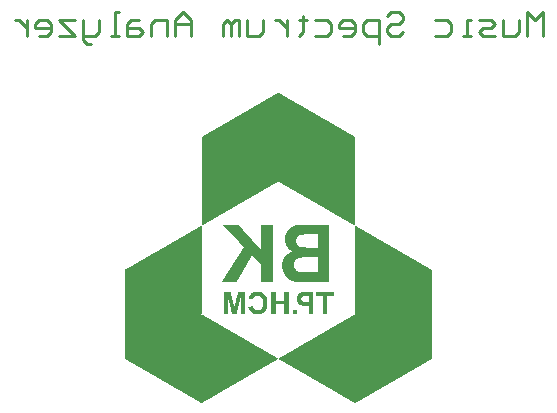
<source format=gbo>
G04*
G04 #@! TF.GenerationSoftware,Altium Limited,Altium Designer,21.3.2 (30)*
G04*
G04 Layer_Color=32896*
%FSLAX25Y25*%
%MOIN*%
G70*
G04*
G04 #@! TF.SameCoordinates,223A028E-27ED-44F5-9DF7-BD247C2F6700*
G04*
G04*
G04 #@! TF.FilePolarity,Positive*
G04*
G01*
G75*
%ADD13C,0.01000*%
G36*
X246470Y181611D02*
X246496D01*
Y181585D01*
X246521D01*
Y181560D01*
X246624D01*
Y181508D01*
X246727D01*
Y181482D01*
X246753D01*
Y181457D01*
X246830D01*
Y181431D01*
X246856D01*
Y181405D01*
X246882D01*
Y181379D01*
X246908D01*
Y181354D01*
X246933D01*
Y181328D01*
X247037D01*
Y181302D01*
X247062D01*
Y181251D01*
X247165D01*
Y181225D01*
X247191D01*
Y181199D01*
X247294D01*
Y181148D01*
X247346D01*
Y181096D01*
X247371D01*
Y181070D01*
X247474D01*
Y181044D01*
X247500D01*
Y181019D01*
X247603D01*
Y180967D01*
X247629D01*
Y180941D01*
X247655D01*
Y180916D01*
X247680D01*
Y180890D01*
X247784D01*
Y180838D01*
X247887D01*
Y180813D01*
X247912D01*
Y180787D01*
X247938D01*
Y180761D01*
X248041D01*
Y180710D01*
X248093D01*
Y180658D01*
X248118D01*
Y180632D01*
X248222D01*
Y180606D01*
X248247D01*
Y180581D01*
X248350D01*
Y180529D01*
X248453D01*
Y180503D01*
X248479D01*
Y180478D01*
X248505D01*
Y180452D01*
X248531D01*
Y180400D01*
X248634D01*
Y180375D01*
X248659D01*
Y180349D01*
X248685D01*
Y180323D01*
X248788D01*
Y180272D01*
X248891D01*
Y180246D01*
X248917D01*
Y180220D01*
X248943D01*
Y180194D01*
X248969D01*
Y180168D01*
X248994D01*
Y180143D01*
X249072D01*
Y180117D01*
X249097D01*
Y180091D01*
X249201D01*
Y180066D01*
X249226D01*
Y180040D01*
X249252D01*
Y180014D01*
X249278D01*
Y179962D01*
X249381D01*
Y179937D01*
X249407D01*
Y179911D01*
X249510D01*
Y179859D01*
X249535D01*
Y179834D01*
X249639D01*
Y179808D01*
X249664D01*
Y179782D01*
X249690D01*
Y179756D01*
X249716D01*
Y179731D01*
X249742D01*
Y179705D01*
X249819D01*
Y179679D01*
X249845D01*
Y179653D01*
X249948D01*
Y179602D01*
X250051D01*
Y179576D01*
X250076D01*
Y179550D01*
X250102D01*
Y179525D01*
X250128D01*
Y179499D01*
X250154D01*
Y179473D01*
X250257D01*
Y179421D01*
X250283D01*
Y179396D01*
X250386D01*
Y179370D01*
X250411D01*
Y179344D01*
X250437D01*
Y179318D01*
X250463D01*
Y179293D01*
X250540D01*
Y179267D01*
X250566D01*
Y179241D01*
X250592D01*
Y179215D01*
X250695D01*
Y179164D01*
X250798D01*
Y179138D01*
X250823D01*
Y179112D01*
X250849D01*
Y179086D01*
X250875D01*
Y179061D01*
X250901D01*
Y179035D01*
X251004D01*
Y178983D01*
X251107D01*
Y178958D01*
X251133D01*
Y178932D01*
X251158D01*
Y178906D01*
X251236D01*
Y178880D01*
X251261D01*
Y178855D01*
X251287D01*
Y178829D01*
X251313D01*
Y178803D01*
X251339D01*
Y178777D01*
X251442D01*
Y178726D01*
X251545D01*
Y178700D01*
X251571D01*
Y178674D01*
X251674D01*
Y178623D01*
X251699D01*
Y178597D01*
X251751D01*
Y178545D01*
X251854D01*
Y178520D01*
X251880D01*
Y178494D01*
X251905D01*
Y178468D01*
X251983D01*
Y178443D01*
X252009D01*
Y178417D01*
X252034D01*
Y178391D01*
X252060D01*
Y178365D01*
X252163D01*
Y178339D01*
X252189D01*
Y178288D01*
X252292D01*
Y178262D01*
X252318D01*
Y178236D01*
X252421D01*
Y178185D01*
X252447D01*
Y178159D01*
X252498D01*
Y178108D01*
X252601D01*
Y178082D01*
X252627D01*
Y178056D01*
X252704D01*
Y178030D01*
X252730D01*
Y178005D01*
X252756D01*
Y177979D01*
X252859D01*
Y177927D01*
X252910D01*
Y177901D01*
X252936D01*
Y177850D01*
X253039D01*
Y177824D01*
X253065D01*
Y177798D01*
X253168D01*
Y177747D01*
X253271D01*
Y177721D01*
X253297D01*
Y177695D01*
X253323D01*
Y177670D01*
X253348D01*
Y177644D01*
X253374D01*
Y177618D01*
X253477D01*
Y177567D01*
X253503D01*
Y177541D01*
X253606D01*
Y177489D01*
X253657D01*
Y177438D01*
X253760D01*
Y177412D01*
X253786D01*
Y177386D01*
X253812D01*
Y177360D01*
X253915D01*
Y177309D01*
X254018D01*
Y177283D01*
X254044D01*
Y177257D01*
X254070D01*
Y177232D01*
X254095D01*
Y177206D01*
X254121D01*
Y177180D01*
X254224D01*
Y177129D01*
X254327D01*
Y177103D01*
X254353D01*
Y177051D01*
X254456D01*
Y177025D01*
X254482D01*
Y177000D01*
X254507D01*
Y176974D01*
X254533D01*
Y176948D01*
X254559D01*
Y176923D01*
X254662D01*
Y176871D01*
X254765D01*
Y176845D01*
X254791D01*
Y176820D01*
X254817D01*
Y176794D01*
X254842D01*
Y176768D01*
X254868D01*
Y176742D01*
X254945D01*
Y176716D01*
X254971D01*
Y176691D01*
X255074D01*
Y176665D01*
X255100D01*
Y176613D01*
X255152D01*
Y176639D01*
X255177D01*
Y176613D01*
X255203D01*
Y176588D01*
X255229D01*
Y176562D01*
X255255D01*
Y176536D01*
X255280D01*
Y176510D01*
X255383D01*
Y176459D01*
X255409D01*
Y176433D01*
X255512D01*
Y176407D01*
X255538D01*
Y176382D01*
X255641D01*
Y176330D01*
X255667D01*
Y176304D01*
X255693D01*
Y176278D01*
X255718D01*
Y176253D01*
X255821D01*
Y176201D01*
X255924D01*
Y176175D01*
X255950D01*
Y176150D01*
X255976D01*
Y176124D01*
X256079D01*
Y176072D01*
X256131D01*
Y176021D01*
X256156D01*
Y175995D01*
X256259D01*
Y175969D01*
X256285D01*
Y175944D01*
X256362D01*
Y175918D01*
X256388D01*
Y175892D01*
X256414D01*
Y175866D01*
X256440D01*
Y175840D01*
X256465D01*
Y175815D01*
X256569D01*
Y175763D01*
X256672D01*
Y175737D01*
X256697D01*
Y175712D01*
X256723D01*
Y175686D01*
X256826D01*
Y175634D01*
X256878D01*
Y175583D01*
X256981D01*
Y175557D01*
X257006D01*
Y175531D01*
X257032D01*
Y175506D01*
X257109D01*
Y175480D01*
X257135D01*
Y175454D01*
X257238D01*
Y175428D01*
X257264D01*
Y175402D01*
X257290D01*
Y175377D01*
X257316D01*
Y175325D01*
X257419D01*
Y175300D01*
X257444D01*
Y175274D01*
X257547D01*
Y175222D01*
X257573D01*
Y175196D01*
X257676D01*
Y175171D01*
X257702D01*
Y175145D01*
X257728D01*
Y175119D01*
X257753D01*
Y175093D01*
X257779D01*
Y175068D01*
X257857D01*
Y175042D01*
X257882D01*
Y175016D01*
X257985D01*
Y174990D01*
X258011D01*
Y174965D01*
X258037D01*
Y174939D01*
X258063D01*
Y174887D01*
X258166D01*
Y174862D01*
X258191D01*
Y174836D01*
X258295D01*
Y174784D01*
X258320D01*
Y174759D01*
X258372D01*
Y174784D01*
X258398D01*
Y174759D01*
X258423D01*
Y174733D01*
X258449D01*
Y174707D01*
X258475D01*
Y174681D01*
X258501D01*
Y174655D01*
X258578D01*
Y174630D01*
X258604D01*
Y174604D01*
X258629D01*
Y174578D01*
X258733D01*
Y174527D01*
X258836D01*
Y174501D01*
X258861D01*
Y174475D01*
X258887D01*
Y174449D01*
X258913D01*
Y174424D01*
X258939D01*
Y174398D01*
X259042D01*
Y174346D01*
X259145D01*
Y174320D01*
X259171D01*
Y174295D01*
X259196D01*
Y174269D01*
X259274D01*
Y174243D01*
X259299D01*
Y174217D01*
X259325D01*
Y174192D01*
X259351D01*
Y174166D01*
X259377D01*
Y174140D01*
X259480D01*
Y174089D01*
X259583D01*
Y174063D01*
X259608D01*
Y174037D01*
X259634D01*
Y174011D01*
X259660D01*
Y173986D01*
X259686D01*
Y173960D01*
X259789D01*
Y173908D01*
X259892D01*
Y173883D01*
X259918D01*
Y173857D01*
X259943D01*
Y173831D01*
X259969D01*
Y173857D01*
X259995D01*
Y173831D01*
X260021D01*
Y173805D01*
X260046D01*
Y173779D01*
X260072D01*
Y173754D01*
X260098D01*
Y173728D01*
X260201D01*
Y173702D01*
X260227D01*
Y173651D01*
X260330D01*
Y173625D01*
X260355D01*
Y173599D01*
X260459D01*
Y173548D01*
X260484D01*
Y173522D01*
X260536D01*
Y173470D01*
X260639D01*
Y173445D01*
X260665D01*
Y173419D01*
X260742D01*
Y173393D01*
X260768D01*
Y173367D01*
X260793D01*
Y173342D01*
X260819D01*
Y173316D01*
X260845D01*
Y173290D01*
X260948D01*
Y173264D01*
X260974D01*
Y173213D01*
X261025D01*
Y173239D01*
X261051D01*
Y173213D01*
X261077D01*
Y173187D01*
X261103D01*
Y173161D01*
X261206D01*
Y173110D01*
X261257D01*
Y173058D01*
X261283D01*
Y173032D01*
X261386D01*
Y173007D01*
X261412D01*
Y172981D01*
X261515D01*
Y172929D01*
X261541D01*
Y172904D01*
X261644D01*
Y172852D01*
X261695D01*
Y172801D01*
X261798D01*
Y172775D01*
X261824D01*
Y172749D01*
X261850D01*
Y172723D01*
X261953D01*
Y172672D01*
X262056D01*
Y172646D01*
X262082D01*
Y172620D01*
X262107D01*
Y172594D01*
X262133D01*
Y172569D01*
X262159D01*
Y172543D01*
X262236D01*
Y172517D01*
X262262D01*
Y172491D01*
X262365D01*
Y172466D01*
X262391D01*
Y172440D01*
X262417D01*
Y172414D01*
X262442D01*
Y172363D01*
X262545D01*
Y172337D01*
X262571D01*
Y172311D01*
X262597D01*
Y172285D01*
X262700D01*
Y172234D01*
X262803D01*
Y172208D01*
X262829D01*
Y172182D01*
X262854D01*
Y172157D01*
X262880D01*
Y172131D01*
X262906D01*
Y172105D01*
X262983D01*
Y172079D01*
X263009D01*
Y172053D01*
X263112D01*
Y172028D01*
X263138D01*
Y171976D01*
X263189D01*
Y172002D01*
X263215D01*
Y171976D01*
X263241D01*
Y171950D01*
X263267D01*
Y171925D01*
X263292D01*
Y171899D01*
X263318D01*
Y171873D01*
X263421D01*
Y171822D01*
X263447D01*
Y171796D01*
X263550D01*
Y171770D01*
X263576D01*
Y171744D01*
X263679D01*
Y171693D01*
X263705D01*
Y171667D01*
X263730D01*
Y171641D01*
X263756D01*
Y171616D01*
X263859D01*
Y171564D01*
X263962D01*
Y171538D01*
X263988D01*
Y171512D01*
X264014D01*
Y171487D01*
X264039D01*
Y171461D01*
X264065D01*
Y171435D01*
X264168D01*
Y171384D01*
X264194D01*
Y171358D01*
X264246D01*
Y171384D01*
X264271D01*
Y171358D01*
X264297D01*
Y171306D01*
X264400D01*
Y171281D01*
X264426D01*
Y171255D01*
X264452D01*
Y171229D01*
X264477D01*
Y171203D01*
X264503D01*
Y171177D01*
X264606D01*
Y171126D01*
X264709D01*
Y171100D01*
X264735D01*
Y171074D01*
X264761D01*
Y171049D01*
X264787D01*
Y171074D01*
X264812D01*
Y171049D01*
X264864D01*
Y170997D01*
X264915D01*
Y170946D01*
X265019D01*
Y170920D01*
X265044D01*
Y170894D01*
X265070D01*
Y170868D01*
X265147D01*
Y170843D01*
X265173D01*
Y170817D01*
X265276D01*
Y170791D01*
X265302D01*
Y170765D01*
X265328D01*
Y170740D01*
X265353D01*
Y170688D01*
X265456D01*
Y170662D01*
X265482D01*
Y170636D01*
X265585D01*
Y170585D01*
X265611D01*
Y170559D01*
X265663D01*
Y170508D01*
X265766D01*
Y170482D01*
X265791D01*
Y170456D01*
X265817D01*
Y170430D01*
X265843D01*
Y170456D01*
X265869D01*
Y170430D01*
X265894D01*
Y170405D01*
X265920D01*
Y170379D01*
X266023D01*
Y170353D01*
X266049D01*
Y170327D01*
X266075D01*
Y170302D01*
X266101D01*
Y170250D01*
X266203D01*
Y170224D01*
X266229D01*
Y170199D01*
X266332D01*
Y170147D01*
X266358D01*
Y170121D01*
X266410D01*
Y170147D01*
X266435D01*
Y170121D01*
X266461D01*
Y170096D01*
X266487D01*
Y170070D01*
X266513D01*
Y170044D01*
X266538D01*
Y170018D01*
X266616D01*
Y169992D01*
X266641D01*
Y169967D01*
X266667D01*
Y169941D01*
X266770D01*
Y169889D01*
X266822D01*
Y169864D01*
X266848D01*
Y169838D01*
X266873D01*
Y169812D01*
X266899D01*
Y169838D01*
X266925D01*
Y169812D01*
X266951D01*
Y169786D01*
X266976D01*
Y169761D01*
X267079D01*
Y169709D01*
X267182D01*
Y169683D01*
X267208D01*
Y169658D01*
X267234D01*
Y169632D01*
X267260D01*
Y169606D01*
X267285D01*
Y169580D01*
X267389D01*
Y169529D01*
X267414D01*
Y169503D01*
X267517D01*
Y169451D01*
X267620D01*
Y169426D01*
X267646D01*
Y169400D01*
X267672D01*
Y169374D01*
X267698D01*
Y169348D01*
X267723D01*
Y169323D01*
X267827D01*
Y169271D01*
X267930D01*
Y169245D01*
X267955D01*
Y169220D01*
X267981D01*
Y169194D01*
X268007D01*
Y169220D01*
X268033D01*
Y169194D01*
X268058D01*
Y169168D01*
X268084D01*
Y169142D01*
X268110D01*
Y169117D01*
X268136D01*
Y169091D01*
X268239D01*
Y169065D01*
X268265D01*
Y169014D01*
X268368D01*
Y168988D01*
X268393D01*
Y168962D01*
X268419D01*
Y168936D01*
X268445D01*
Y168911D01*
X268471D01*
Y168885D01*
X268496D01*
Y168911D01*
X268522D01*
Y168885D01*
X268574D01*
Y168833D01*
X268677D01*
Y168807D01*
X268702D01*
Y168782D01*
X268780D01*
Y168756D01*
X268806D01*
Y168730D01*
X268831D01*
Y168704D01*
X268857D01*
Y168679D01*
X268883D01*
Y168653D01*
X268986D01*
Y168627D01*
X269012D01*
Y168601D01*
X269037D01*
Y168576D01*
X269063D01*
Y168601D01*
X269089D01*
Y168576D01*
X269115D01*
Y168550D01*
X269140D01*
Y168524D01*
X269243D01*
Y168473D01*
X269295D01*
Y168421D01*
X269321D01*
Y168395D01*
X269424D01*
Y168369D01*
X269449D01*
Y168344D01*
X269553D01*
Y168292D01*
X269578D01*
Y168266D01*
X269630D01*
Y168292D01*
X269656D01*
Y168266D01*
X269681D01*
Y168215D01*
X269733D01*
Y168163D01*
X269836D01*
Y168138D01*
X269862D01*
Y168112D01*
X269887D01*
Y168086D01*
X269991D01*
Y168035D01*
X270042D01*
Y167983D01*
X270068D01*
Y167957D01*
X270119D01*
Y167983D01*
X270145D01*
Y167957D01*
X270171D01*
Y167906D01*
X270274D01*
Y167880D01*
X270300D01*
Y167854D01*
X270403D01*
Y167829D01*
X270428D01*
Y167803D01*
X270454D01*
Y167777D01*
X270480D01*
Y167725D01*
X270583D01*
Y167700D01*
X270609D01*
Y167674D01*
X270635D01*
Y167648D01*
X270660D01*
Y167674D01*
X270686D01*
Y167648D01*
X270738D01*
Y167597D01*
X270841D01*
Y167571D01*
X270866D01*
Y167545D01*
X270892D01*
Y167519D01*
X270918D01*
Y167494D01*
X270944D01*
Y167468D01*
X271021D01*
Y167442D01*
X271047D01*
Y167416D01*
X271150D01*
Y167391D01*
X271176D01*
Y167365D01*
X271201D01*
Y167339D01*
X271227D01*
Y167288D01*
X271330D01*
Y167262D01*
X271356D01*
Y167236D01*
X271459D01*
Y167184D01*
X271485D01*
Y167159D01*
X271588D01*
Y167133D01*
X271614D01*
Y167107D01*
X271639D01*
Y167081D01*
X271665D01*
Y167056D01*
X271691D01*
Y167030D01*
X271717D01*
Y167056D01*
X271742D01*
Y167030D01*
X271768D01*
Y167004D01*
X271794D01*
Y166978D01*
X271897D01*
Y166927D01*
X272000D01*
Y166901D01*
X272026D01*
Y137326D01*
X272052D01*
Y137275D01*
X272077D01*
Y137223D01*
X272206D01*
Y137171D01*
X272309D01*
Y137146D01*
X272335D01*
Y137120D01*
X272361D01*
Y137094D01*
X272386D01*
Y137043D01*
X272515D01*
Y136991D01*
X272618D01*
Y136965D01*
X272644D01*
Y136914D01*
X272747D01*
Y136888D01*
X272773D01*
Y136862D01*
X272799D01*
Y136837D01*
X272824D01*
Y136811D01*
X272850D01*
Y136785D01*
X272953D01*
Y136734D01*
X273056D01*
Y136708D01*
X273082D01*
Y136682D01*
X273185D01*
Y136630D01*
X273211D01*
Y136605D01*
X273237D01*
Y136579D01*
X273262D01*
Y136553D01*
X273365D01*
Y136502D01*
X273391D01*
Y136476D01*
X273443D01*
Y136502D01*
X273468D01*
Y136476D01*
X273494D01*
Y136450D01*
X273520D01*
Y136424D01*
X273623D01*
Y136373D01*
X273675D01*
Y136321D01*
X273700D01*
Y136296D01*
X273803D01*
Y136244D01*
X273932D01*
Y136193D01*
X273958D01*
Y136167D01*
X273984D01*
Y136141D01*
X274009D01*
Y136115D01*
X274113D01*
Y136064D01*
X274216D01*
Y136038D01*
X274241D01*
Y135986D01*
X274370D01*
Y135935D01*
X274422D01*
Y135883D01*
X274447D01*
Y135858D01*
X274499D01*
Y135883D01*
X274525D01*
Y135858D01*
X274551D01*
Y135806D01*
X274679D01*
Y135755D01*
X274782D01*
Y135729D01*
X274808D01*
Y135703D01*
X274834D01*
Y135677D01*
X274860D01*
Y135626D01*
X274963D01*
Y135600D01*
X274988D01*
Y135574D01*
X275014D01*
Y135548D01*
X275066D01*
Y135574D01*
X275092D01*
Y135548D01*
X275117D01*
Y135497D01*
X275169D01*
Y135445D01*
X275272D01*
Y135420D01*
X275298D01*
Y135368D01*
X275401D01*
Y135342D01*
X275426D01*
Y135317D01*
X275529D01*
Y135291D01*
X275555D01*
Y135265D01*
X275581D01*
Y135239D01*
X275607D01*
Y135188D01*
X275710D01*
Y135162D01*
X275735D01*
Y135136D01*
X275839D01*
Y135085D01*
X275864D01*
Y135059D01*
X275967D01*
Y135033D01*
X275993D01*
Y135008D01*
X276019D01*
Y134982D01*
X276045D01*
Y134930D01*
X276096D01*
Y134956D01*
X276122D01*
Y134930D01*
X276148D01*
Y134905D01*
X276173D01*
Y134879D01*
X276276D01*
Y134827D01*
X276380D01*
Y134801D01*
X276405D01*
Y134776D01*
X276431D01*
Y134750D01*
X276457D01*
Y134724D01*
X276483D01*
Y134698D01*
X276586D01*
Y134647D01*
X276611D01*
Y134621D01*
X276663D01*
Y134647D01*
X276689D01*
Y134621D01*
X276714D01*
Y134595D01*
X276740D01*
Y134570D01*
X276766D01*
Y134544D01*
X276792D01*
Y134518D01*
X276895D01*
Y134467D01*
X276921D01*
Y134441D01*
X277024D01*
Y134389D01*
X277127D01*
Y134363D01*
X277152D01*
Y134338D01*
X277178D01*
Y134312D01*
X277204D01*
Y134286D01*
X277230D01*
Y134260D01*
X277333D01*
Y134209D01*
X277436D01*
Y134183D01*
X277462D01*
Y134132D01*
X277565D01*
Y134106D01*
X277590D01*
Y134080D01*
X277642D01*
Y134028D01*
X277668D01*
Y134003D01*
X277719D01*
Y134028D01*
X277745D01*
Y134003D01*
X277771D01*
Y133951D01*
X277874D01*
Y133925D01*
X277900D01*
Y133900D01*
X278003D01*
Y133848D01*
X278054D01*
Y133823D01*
X278080D01*
Y133771D01*
X278183D01*
Y133745D01*
X278209D01*
Y133694D01*
X278260D01*
Y133719D01*
X278286D01*
Y133694D01*
X278312D01*
Y133668D01*
X278338D01*
Y133642D01*
X278389D01*
Y133591D01*
X278492D01*
Y133565D01*
X278518D01*
Y133513D01*
X278621D01*
Y133487D01*
X278647D01*
Y133462D01*
X278750D01*
Y133410D01*
X278801D01*
Y133385D01*
X278827D01*
Y133333D01*
X278930D01*
Y133307D01*
X278956D01*
Y133281D01*
X279059D01*
Y133230D01*
X279085D01*
Y133204D01*
X279188D01*
Y133178D01*
X279213D01*
Y133153D01*
X279239D01*
Y133127D01*
X279265D01*
Y133075D01*
X279316D01*
Y133101D01*
X279342D01*
Y133075D01*
X279368D01*
Y133050D01*
X279394D01*
Y133024D01*
X279497D01*
Y132972D01*
X279600D01*
Y132947D01*
X279626D01*
Y132921D01*
X279651D01*
Y132895D01*
X279677D01*
Y132843D01*
X279806D01*
Y132792D01*
X279832D01*
Y132766D01*
X279883D01*
Y132792D01*
X279909D01*
Y132766D01*
X279935D01*
Y132740D01*
X279960D01*
Y132715D01*
X279986D01*
Y132663D01*
X280089D01*
Y132637D01*
X280115D01*
Y132612D01*
X280141D01*
Y132586D01*
X280244D01*
Y132534D01*
X280347D01*
Y132509D01*
X280373D01*
Y132483D01*
X280399D01*
Y132457D01*
X280424D01*
Y132405D01*
X280553D01*
Y132354D01*
X280656D01*
Y132328D01*
X280682D01*
Y132277D01*
X280785D01*
Y132251D01*
X280811D01*
Y132225D01*
X280836D01*
Y132199D01*
X280862D01*
Y132174D01*
X280888D01*
Y132148D01*
X280914D01*
Y132174D01*
X280965D01*
Y132148D01*
X280991D01*
Y132096D01*
X281094D01*
Y132071D01*
X281120D01*
Y132045D01*
X281146D01*
Y132019D01*
X281171D01*
Y131968D01*
X281274D01*
Y131942D01*
X281300D01*
Y131916D01*
X281403D01*
Y131865D01*
X281429D01*
Y131839D01*
X281481D01*
Y131865D01*
X281506D01*
Y131839D01*
X281532D01*
Y131813D01*
X281558D01*
Y131787D01*
X281583D01*
Y131762D01*
X281609D01*
Y131736D01*
X281712D01*
Y131684D01*
X281738D01*
Y131658D01*
X281841D01*
Y131607D01*
X281970D01*
Y131555D01*
X281996D01*
Y131530D01*
X282021D01*
Y131504D01*
X282047D01*
Y131478D01*
X282150D01*
Y131427D01*
X282253D01*
Y131401D01*
X282279D01*
Y131349D01*
X282408D01*
Y131298D01*
X282459D01*
Y131246D01*
X282485D01*
Y131220D01*
X282537D01*
Y131246D01*
X282562D01*
Y131220D01*
X282588D01*
Y131169D01*
X282717D01*
Y131117D01*
X282769D01*
Y131066D01*
X282794D01*
Y131040D01*
X282897D01*
Y130989D01*
X283000D01*
Y130963D01*
X283026D01*
Y130937D01*
X283052D01*
Y130911D01*
X283078D01*
Y130937D01*
X283129D01*
Y130911D01*
X283155D01*
Y130860D01*
X283207D01*
Y130808D01*
X283310D01*
Y130782D01*
X283335D01*
Y130731D01*
X283438D01*
Y130705D01*
X283464D01*
Y130680D01*
X283567D01*
Y130654D01*
X283593D01*
Y130628D01*
X283619D01*
Y130602D01*
X283645D01*
Y130551D01*
X283748D01*
Y130525D01*
X283773D01*
Y130499D01*
X283876D01*
Y130448D01*
X283902D01*
Y130422D01*
X284005D01*
Y130396D01*
X284031D01*
Y130370D01*
X284057D01*
Y130345D01*
X284082D01*
Y130293D01*
X284134D01*
Y130319D01*
X284160D01*
Y130293D01*
X284186D01*
Y130267D01*
X284211D01*
Y130242D01*
X284314D01*
Y130216D01*
X284340D01*
Y130190D01*
X284366D01*
Y130164D01*
X284392D01*
Y130113D01*
X284495D01*
Y130087D01*
X284520D01*
Y130061D01*
X284623D01*
Y130010D01*
X284649D01*
Y129984D01*
X284701D01*
Y130010D01*
X284727D01*
Y129984D01*
X284752D01*
Y129958D01*
X284778D01*
Y129932D01*
X284804D01*
Y129907D01*
X284829D01*
Y129881D01*
X284933D01*
Y129829D01*
X284958D01*
Y129804D01*
X285061D01*
Y129752D01*
X285164D01*
Y129726D01*
X285190D01*
Y129701D01*
X285216D01*
Y129675D01*
X285242D01*
Y129649D01*
X285267D01*
Y129623D01*
X285371D01*
Y129572D01*
X285474D01*
Y129546D01*
X285499D01*
Y129494D01*
X285602D01*
Y129469D01*
X285628D01*
Y129443D01*
X285680D01*
Y129391D01*
X285705D01*
Y129366D01*
X285757D01*
Y129391D01*
X285783D01*
Y129366D01*
X285808D01*
Y129314D01*
X285911D01*
Y129288D01*
X285937D01*
Y129263D01*
X285963D01*
Y129237D01*
X285989D01*
Y129211D01*
X286015D01*
Y129185D01*
X286118D01*
Y129134D01*
X286221D01*
Y129108D01*
X286246D01*
Y129057D01*
X286298D01*
Y129082D01*
X286324D01*
Y129057D01*
X286350D01*
Y129031D01*
X286375D01*
Y129005D01*
X286427D01*
Y128953D01*
X286530D01*
Y128928D01*
X286556D01*
Y128876D01*
X286659D01*
Y128850D01*
X286684D01*
Y128825D01*
X286788D01*
Y128773D01*
X286839D01*
Y128747D01*
X286865D01*
Y128696D01*
X286968D01*
Y128670D01*
X286994D01*
Y128644D01*
X287097D01*
Y128593D01*
X287122D01*
Y128567D01*
X287148D01*
Y128541D01*
X287174D01*
Y128516D01*
X287277D01*
Y128464D01*
X287303D01*
Y128438D01*
X287354D01*
Y128464D01*
X287380D01*
Y128438D01*
X287406D01*
Y128412D01*
X287432D01*
Y128387D01*
X287535D01*
Y128335D01*
X287586D01*
Y128284D01*
X287612D01*
Y128258D01*
X287715D01*
Y128206D01*
X287844D01*
Y128155D01*
X287870D01*
Y128129D01*
X287895D01*
Y128155D01*
X287947D01*
Y128129D01*
X287972D01*
Y128103D01*
X287998D01*
Y128077D01*
X288024D01*
Y128026D01*
X288127D01*
Y128000D01*
X288153D01*
Y127949D01*
X288282D01*
Y127897D01*
X288385D01*
Y127871D01*
X288410D01*
Y127846D01*
X288436D01*
Y127820D01*
X288462D01*
Y127768D01*
X288565D01*
Y127743D01*
X288591D01*
Y127717D01*
X288694D01*
Y127691D01*
X288720D01*
Y127665D01*
X288745D01*
Y127639D01*
X288771D01*
Y127588D01*
X288874D01*
Y127562D01*
X288900D01*
Y127536D01*
X288926D01*
Y127511D01*
X288951D01*
Y127536D01*
X289003D01*
Y127485D01*
X289029D01*
Y127459D01*
X289132D01*
Y127433D01*
X289158D01*
Y127408D01*
X289183D01*
Y127382D01*
X289209D01*
Y127330D01*
X289312D01*
Y127305D01*
X289338D01*
Y127279D01*
X289441D01*
Y127227D01*
X289467D01*
Y127202D01*
X289518D01*
Y127227D01*
X289544D01*
Y127202D01*
X289570D01*
Y127176D01*
X289596D01*
Y127150D01*
X289621D01*
Y127124D01*
X289647D01*
Y127099D01*
X289750D01*
Y127047D01*
X289776D01*
Y127021D01*
X289879D01*
Y126970D01*
X290008D01*
Y126918D01*
X290034D01*
Y126892D01*
X290059D01*
Y126867D01*
X290085D01*
Y126841D01*
X290188D01*
Y126789D01*
X290291D01*
Y126764D01*
X290317D01*
Y126738D01*
X290343D01*
Y126712D01*
X290368D01*
Y126686D01*
X290394D01*
Y126661D01*
X290497D01*
Y126609D01*
X290523D01*
Y126583D01*
X290575D01*
Y126609D01*
X290600D01*
Y126583D01*
X290626D01*
Y126532D01*
X290729D01*
Y126506D01*
X290755D01*
Y126480D01*
X290806D01*
Y126429D01*
X290832D01*
Y126403D01*
X290935D01*
Y126351D01*
X291038D01*
Y126326D01*
X291064D01*
Y126300D01*
X291090D01*
Y126274D01*
X291115D01*
Y126300D01*
X291167D01*
Y126274D01*
X291193D01*
Y126223D01*
X291244D01*
Y126171D01*
X291347D01*
Y126145D01*
X291373D01*
Y126094D01*
X291476D01*
Y126068D01*
X291502D01*
Y126042D01*
X291553D01*
Y125991D01*
X291579D01*
Y125965D01*
X291631D01*
Y125991D01*
X291656D01*
Y125965D01*
X291682D01*
Y125914D01*
X291785D01*
Y125888D01*
X291811D01*
Y125862D01*
X291914D01*
Y125810D01*
X291966D01*
Y125785D01*
X291991D01*
Y125733D01*
X292094D01*
Y125707D01*
X292120D01*
Y125656D01*
X292172D01*
Y125682D01*
X292197D01*
Y125656D01*
X292223D01*
Y125630D01*
X292249D01*
Y125604D01*
X292352D01*
Y125579D01*
X292378D01*
Y125553D01*
X292404D01*
Y125527D01*
X292429D01*
Y125476D01*
X292532D01*
Y125450D01*
X292558D01*
Y125424D01*
X292661D01*
Y125373D01*
X292687D01*
Y125347D01*
X292739D01*
Y125373D01*
X292764D01*
Y125347D01*
X292790D01*
Y125321D01*
X292816D01*
Y125295D01*
X292842D01*
Y125269D01*
X292867D01*
Y125244D01*
X292970D01*
Y125192D01*
X292996D01*
Y125166D01*
X293099D01*
Y125141D01*
X293125D01*
Y125115D01*
X293151D01*
Y125063D01*
X293177D01*
Y125038D01*
X293228D01*
Y125063D01*
X293254D01*
Y125038D01*
X293280D01*
Y125012D01*
X293305D01*
Y124986D01*
X293408D01*
Y124934D01*
X293511D01*
Y124909D01*
X293537D01*
Y124883D01*
X293563D01*
Y124857D01*
X293589D01*
Y124806D01*
X293718D01*
Y124754D01*
X293743D01*
Y124728D01*
X293769D01*
Y124754D01*
X293821D01*
Y124728D01*
X293846D01*
Y124677D01*
X293949D01*
Y124651D01*
X293975D01*
Y124625D01*
X294001D01*
Y124600D01*
X294027D01*
Y124574D01*
X294052D01*
Y124548D01*
X294155D01*
Y124497D01*
X294258D01*
Y124471D01*
X294284D01*
Y124419D01*
X294336D01*
Y124445D01*
X294361D01*
Y124419D01*
X294387D01*
Y124393D01*
X294413D01*
Y124368D01*
X294439D01*
Y124342D01*
X294465D01*
Y124316D01*
X294568D01*
Y124291D01*
X294593D01*
Y124239D01*
X294696D01*
Y124213D01*
X294722D01*
Y124187D01*
X294748D01*
Y124162D01*
X294774D01*
Y124136D01*
X294799D01*
Y124110D01*
X294825D01*
Y124136D01*
X294877D01*
Y124084D01*
X294902D01*
Y124059D01*
X295006D01*
Y124007D01*
X295134D01*
Y123956D01*
X295160D01*
Y123930D01*
X295186D01*
Y123904D01*
X295212D01*
Y123878D01*
X295315D01*
Y123827D01*
X295340D01*
Y123801D01*
X295392D01*
Y123827D01*
X295418D01*
Y123801D01*
X295444D01*
Y123775D01*
X295469D01*
Y123749D01*
X295572D01*
Y123698D01*
X295624D01*
Y123646D01*
X295650D01*
Y123621D01*
X295753D01*
Y123569D01*
X295882D01*
Y123518D01*
X295907D01*
Y123492D01*
X295933D01*
Y123518D01*
X295985D01*
Y123492D01*
X296010D01*
Y123466D01*
X296036D01*
Y123440D01*
X296062D01*
Y123389D01*
X296165D01*
Y123363D01*
X296191D01*
Y123311D01*
X296320D01*
Y123260D01*
X296371D01*
Y123208D01*
X296397D01*
Y123183D01*
X296448D01*
Y123208D01*
X296474D01*
Y123183D01*
X296500D01*
Y123131D01*
X296603D01*
Y123105D01*
X296629D01*
Y123080D01*
X296732D01*
Y123054D01*
X296757D01*
Y123028D01*
X296783D01*
Y123002D01*
X296809D01*
Y122951D01*
X296912D01*
Y122925D01*
X296938D01*
Y122899D01*
X296964D01*
Y122874D01*
X296989D01*
Y122899D01*
X297041D01*
Y122848D01*
X297067D01*
Y122822D01*
X297170D01*
Y122796D01*
X297195D01*
Y122771D01*
X297221D01*
Y122745D01*
X297247D01*
Y122693D01*
X297350D01*
Y122668D01*
X297376D01*
Y122642D01*
X297479D01*
Y122616D01*
X297504D01*
Y122590D01*
X297530D01*
Y122564D01*
X297556D01*
Y122539D01*
X297582D01*
Y122513D01*
X297608D01*
Y92912D01*
X297556D01*
Y92861D01*
X297453D01*
Y92835D01*
X297427D01*
Y92809D01*
X297401D01*
Y92783D01*
X297376D01*
Y92758D01*
X297350D01*
Y92732D01*
X297247D01*
Y92680D01*
X297144D01*
Y92655D01*
X297118D01*
Y92629D01*
X297092D01*
Y92603D01*
X297067D01*
Y92629D01*
X297041D01*
Y92603D01*
X297015D01*
Y92577D01*
X296989D01*
Y92551D01*
X296964D01*
Y92526D01*
X296938D01*
Y92500D01*
X296835D01*
Y92474D01*
X296809D01*
Y92423D01*
X296706D01*
Y92397D01*
X296680D01*
Y92371D01*
X296577D01*
Y92320D01*
X296551D01*
Y92294D01*
X296500D01*
Y92242D01*
X296397D01*
Y92217D01*
X296371D01*
Y92191D01*
X296268D01*
Y92139D01*
X296242D01*
Y92114D01*
X296216D01*
Y92088D01*
X296191D01*
Y92062D01*
X296088D01*
Y92036D01*
X296062D01*
Y92010D01*
X296036D01*
Y91985D01*
X296010D01*
Y92010D01*
X295985D01*
Y91985D01*
X295959D01*
Y91959D01*
X295933D01*
Y91933D01*
X295830D01*
Y91882D01*
X295778D01*
Y91830D01*
X295753D01*
Y91804D01*
X295650D01*
Y91779D01*
X295624D01*
Y91753D01*
X295521D01*
Y91701D01*
X295495D01*
Y91676D01*
X295469D01*
Y91701D01*
X295418D01*
Y91676D01*
X295392D01*
Y91624D01*
X295340D01*
Y91573D01*
X295237D01*
Y91547D01*
X295212D01*
Y91521D01*
X295186D01*
Y91495D01*
X295083D01*
Y91444D01*
X294980D01*
Y91418D01*
X294954D01*
Y91392D01*
X294928D01*
Y91366D01*
X294902D01*
Y91341D01*
X294877D01*
Y91315D01*
X294774D01*
Y91263D01*
X294671D01*
Y91238D01*
X294645D01*
Y91212D01*
X294619D01*
Y91186D01*
X294593D01*
Y91135D01*
X294490D01*
Y91109D01*
X294465D01*
Y91083D01*
X294439D01*
Y91057D01*
X294413D01*
Y91083D01*
X294361D01*
Y91057D01*
X294336D01*
Y91006D01*
X294233D01*
Y90980D01*
X294207D01*
Y90954D01*
X294181D01*
Y90929D01*
X294155D01*
Y90903D01*
X294130D01*
Y90877D01*
X294052D01*
Y90851D01*
X294027D01*
Y90825D01*
X293924D01*
Y90800D01*
X293898D01*
Y90774D01*
X293872D01*
Y90748D01*
X293846D01*
Y90774D01*
X293821D01*
Y90748D01*
X293795D01*
Y90722D01*
X293769D01*
Y90697D01*
X293743D01*
Y90671D01*
X293718D01*
Y90645D01*
X293614D01*
Y90594D01*
X293589D01*
Y90568D01*
X293486D01*
Y90542D01*
X293460D01*
Y90516D01*
X293357D01*
Y90465D01*
X293331D01*
Y90439D01*
X293305D01*
Y90413D01*
X293280D01*
Y90387D01*
X293177D01*
Y90336D01*
X293073D01*
Y90310D01*
X293048D01*
Y90285D01*
X293022D01*
Y90259D01*
X292996D01*
Y90233D01*
X292970D01*
Y90207D01*
X292867D01*
Y90156D01*
X292842D01*
Y90130D01*
X292790D01*
Y90156D01*
X292764D01*
Y90130D01*
X292739D01*
Y90104D01*
X292713D01*
Y90078D01*
X292610D01*
Y90027D01*
X292584D01*
Y90001D01*
X292558D01*
Y89975D01*
X292532D01*
Y89950D01*
X292429D01*
Y89898D01*
X292326D01*
Y89872D01*
X292301D01*
Y89846D01*
X292275D01*
Y89821D01*
X292249D01*
Y89846D01*
X292197D01*
Y89821D01*
X292172D01*
Y89769D01*
X292120D01*
Y89718D01*
X292017D01*
Y89692D01*
X291991D01*
Y89666D01*
X291966D01*
Y89640D01*
X291888D01*
Y89615D01*
X291863D01*
Y89589D01*
X291759D01*
Y89563D01*
X291734D01*
Y89537D01*
X291708D01*
Y89512D01*
X291682D01*
Y89460D01*
X291579D01*
Y89434D01*
X291553D01*
Y89408D01*
X291450D01*
Y89357D01*
X291425D01*
Y89331D01*
X291373D01*
Y89280D01*
X291270D01*
Y89254D01*
X291244D01*
Y89228D01*
X291219D01*
Y89202D01*
X291193D01*
Y89228D01*
X291167D01*
Y89202D01*
X291141D01*
Y89177D01*
X291115D01*
Y89151D01*
X291012D01*
Y89125D01*
X290987D01*
Y89099D01*
X290961D01*
Y89074D01*
X290935D01*
Y89022D01*
X290832D01*
Y88996D01*
X290806D01*
Y88971D01*
X290703D01*
Y88919D01*
X290600D01*
Y88893D01*
X290575D01*
Y88867D01*
X290549D01*
Y88842D01*
X290523D01*
Y88816D01*
X290497D01*
Y88790D01*
X290394D01*
Y88739D01*
X290368D01*
Y88713D01*
X290265D01*
Y88661D01*
X290214D01*
Y88636D01*
X290188D01*
Y88610D01*
X290162D01*
Y88584D01*
X290137D01*
Y88610D01*
X290111D01*
Y88584D01*
X290085D01*
Y88558D01*
X290059D01*
Y88533D01*
X289956D01*
Y88481D01*
X289853D01*
Y88455D01*
X289827D01*
Y88430D01*
X289802D01*
Y88404D01*
X289776D01*
Y88378D01*
X289750D01*
Y88352D01*
X289647D01*
Y88301D01*
X289621D01*
Y88275D01*
X289596D01*
Y88301D01*
X289544D01*
Y88275D01*
X289518D01*
Y88223D01*
X289415D01*
Y88198D01*
X289389D01*
Y88172D01*
X289364D01*
Y88146D01*
X289338D01*
Y88120D01*
X289312D01*
Y88095D01*
X289209D01*
Y88043D01*
X289106D01*
Y88017D01*
X289080D01*
Y87992D01*
X289054D01*
Y87966D01*
X289029D01*
Y87992D01*
X289003D01*
Y87966D01*
X288977D01*
Y87940D01*
X288951D01*
Y87914D01*
X288926D01*
Y87889D01*
X288900D01*
Y87863D01*
X288797D01*
Y87837D01*
X288771D01*
Y87786D01*
X288668D01*
Y87760D01*
X288642D01*
Y87734D01*
X288617D01*
Y87708D01*
X288591D01*
Y87682D01*
X288565D01*
Y87657D01*
X288539D01*
Y87682D01*
X288488D01*
Y87657D01*
X288462D01*
Y87605D01*
X288359D01*
Y87579D01*
X288333D01*
Y87554D01*
X288230D01*
Y87502D01*
X288204D01*
Y87476D01*
X288179D01*
Y87451D01*
X288153D01*
Y87425D01*
X288050D01*
Y87399D01*
X288024D01*
Y87373D01*
X287998D01*
Y87348D01*
X287972D01*
Y87373D01*
X287947D01*
Y87348D01*
X287921D01*
Y87322D01*
X287895D01*
Y87296D01*
X287792D01*
Y87244D01*
X287741D01*
Y87193D01*
X287715D01*
Y87167D01*
X287612D01*
Y87142D01*
X287586D01*
Y87116D01*
X287483D01*
Y87064D01*
X287457D01*
Y87038D01*
X287432D01*
Y87064D01*
X287380D01*
Y87038D01*
X287354D01*
Y86987D01*
X287303D01*
Y86935D01*
X287200D01*
Y86910D01*
X287174D01*
Y86884D01*
X287148D01*
Y86858D01*
X287045D01*
Y86807D01*
X286994D01*
Y86755D01*
X286942D01*
Y86729D01*
X286916D01*
Y86755D01*
X286891D01*
Y86729D01*
X286865D01*
Y86703D01*
X286839D01*
Y86678D01*
X286736D01*
Y86626D01*
X286633D01*
Y86601D01*
X286607D01*
Y86549D01*
X286556D01*
Y86497D01*
X286453D01*
Y86472D01*
X286427D01*
Y86446D01*
X286401D01*
Y86420D01*
X286375D01*
Y86446D01*
X286324D01*
Y86420D01*
X286298D01*
Y86369D01*
X286195D01*
Y86343D01*
X286169D01*
Y86317D01*
X286143D01*
Y86291D01*
X286118D01*
Y86266D01*
X286092D01*
Y86240D01*
X286015D01*
Y86214D01*
X285989D01*
Y86188D01*
X285886D01*
Y86163D01*
X285860D01*
Y86137D01*
X285834D01*
Y86111D01*
X285808D01*
Y86137D01*
X285783D01*
Y86111D01*
X285757D01*
Y86085D01*
X285731D01*
Y86059D01*
X285705D01*
Y86034D01*
X285680D01*
Y86008D01*
X285577D01*
Y85956D01*
X285551D01*
Y85931D01*
X285448D01*
Y85905D01*
X285422D01*
Y85879D01*
X285396D01*
Y85853D01*
X285371D01*
Y85828D01*
X285345D01*
Y85802D01*
X285319D01*
Y85828D01*
X285293D01*
Y85802D01*
X285267D01*
Y85776D01*
X285242D01*
Y85750D01*
X285139D01*
Y85699D01*
X285036D01*
Y85673D01*
X285010D01*
Y85647D01*
X284984D01*
Y85622D01*
X284958D01*
Y85596D01*
X284933D01*
Y85570D01*
X284829D01*
Y85518D01*
X284727D01*
Y85493D01*
X284701D01*
Y85467D01*
X284675D01*
Y85441D01*
X284598D01*
Y85415D01*
X284572D01*
Y85390D01*
X284546D01*
Y85364D01*
X284520D01*
Y85338D01*
X284495D01*
Y85312D01*
X284392D01*
Y85261D01*
X284289D01*
Y85235D01*
X284263D01*
Y85209D01*
X284237D01*
Y85184D01*
X284211D01*
Y85158D01*
X284186D01*
Y85132D01*
X284082D01*
Y85080D01*
X283979D01*
Y85055D01*
X283954D01*
Y85029D01*
X283928D01*
Y85003D01*
X283851D01*
Y84977D01*
X283825D01*
Y84952D01*
X283799D01*
Y84926D01*
X283773D01*
Y84900D01*
X283748D01*
Y84874D01*
X283722D01*
Y84900D01*
X283670D01*
Y84874D01*
X283645D01*
Y84823D01*
X283541D01*
Y84797D01*
X283516D01*
Y84771D01*
X283413D01*
Y84720D01*
X283387D01*
Y84694D01*
X283335D01*
Y84643D01*
X283232D01*
Y84617D01*
X283207D01*
Y84591D01*
X283181D01*
Y84565D01*
X283155D01*
Y84591D01*
X283129D01*
Y84565D01*
X283103D01*
Y84540D01*
X283078D01*
Y84514D01*
X282975D01*
Y84462D01*
X282923D01*
Y84437D01*
X282897D01*
Y84385D01*
X282794D01*
Y84359D01*
X282769D01*
Y84333D01*
X282665D01*
Y84282D01*
X282640D01*
Y84256D01*
X282588D01*
Y84205D01*
X282485D01*
Y84179D01*
X282459D01*
Y84153D01*
X282356D01*
Y84101D01*
X282331D01*
Y84076D01*
X282228D01*
Y84024D01*
X282176D01*
Y83999D01*
X282150D01*
Y83973D01*
X282124D01*
Y83947D01*
X282099D01*
Y83973D01*
X282073D01*
Y83947D01*
X282047D01*
Y83921D01*
X282021D01*
Y83895D01*
X281918D01*
Y83844D01*
X281815D01*
Y83818D01*
X281790D01*
Y83792D01*
X281764D01*
Y83767D01*
X281738D01*
Y83741D01*
X281712D01*
Y83715D01*
X281609D01*
Y83664D01*
X281583D01*
Y83638D01*
X281558D01*
Y83664D01*
X281506D01*
Y83638D01*
X281481D01*
Y83586D01*
X281377D01*
Y83561D01*
X281352D01*
Y83535D01*
X281326D01*
Y83509D01*
X281300D01*
Y83483D01*
X281274D01*
Y83457D01*
X281171D01*
Y83406D01*
X281068D01*
Y83380D01*
X281043D01*
Y83354D01*
X281017D01*
Y83329D01*
X280991D01*
Y83303D01*
X280965D01*
Y83277D01*
X280862D01*
Y83226D01*
X280759D01*
Y83200D01*
X280733D01*
Y83148D01*
X280630D01*
Y83123D01*
X280605D01*
Y83097D01*
X280579D01*
Y83071D01*
X280553D01*
Y83045D01*
X280527D01*
Y83020D01*
X280502D01*
Y83045D01*
X280450D01*
Y83020D01*
X280424D01*
Y82968D01*
X280321D01*
Y82942D01*
X280295D01*
Y82916D01*
X280192D01*
Y82865D01*
X280167D01*
Y82839D01*
X280141D01*
Y82813D01*
X280115D01*
Y82788D01*
X280012D01*
Y82762D01*
X279986D01*
Y82736D01*
X279960D01*
Y82710D01*
X279935D01*
Y82736D01*
X279909D01*
Y82710D01*
X279883D01*
Y82685D01*
X279857D01*
Y82659D01*
X279832D01*
Y82633D01*
X279806D01*
Y82607D01*
X279703D01*
Y82556D01*
X279677D01*
Y82530D01*
X279574D01*
Y82504D01*
X279548D01*
Y82478D01*
X279445D01*
Y82427D01*
X279419D01*
Y82401D01*
X279394D01*
Y82376D01*
X279368D01*
Y82350D01*
X279265D01*
Y82298D01*
X279162D01*
Y82272D01*
X279136D01*
Y82247D01*
X279110D01*
Y82221D01*
X279007D01*
Y82169D01*
X278956D01*
Y82118D01*
X278853D01*
Y82092D01*
X278827D01*
Y82066D01*
X278801D01*
Y82041D01*
X278698D01*
Y81989D01*
X278595D01*
Y81963D01*
X278569D01*
Y81912D01*
X278518D01*
Y81860D01*
X278415D01*
Y81835D01*
X278389D01*
Y81809D01*
X278363D01*
Y81783D01*
X278338D01*
Y81809D01*
X278286D01*
Y81783D01*
X278260D01*
Y81731D01*
X278209D01*
Y81680D01*
X278106D01*
Y81654D01*
X278080D01*
Y81628D01*
X278054D01*
Y81603D01*
X277977D01*
Y81577D01*
X277951D01*
Y81551D01*
X277848D01*
Y81525D01*
X277822D01*
Y81500D01*
X277797D01*
Y81474D01*
X277771D01*
Y81422D01*
X277668D01*
Y81397D01*
X277642D01*
Y81371D01*
X277539D01*
Y81319D01*
X277513D01*
Y81293D01*
X277410D01*
Y81268D01*
X277384D01*
Y81242D01*
X277359D01*
Y81216D01*
X277333D01*
Y81190D01*
X277307D01*
Y81165D01*
X277281D01*
Y81190D01*
X277256D01*
Y81165D01*
X277230D01*
Y81139D01*
X277204D01*
Y81113D01*
X277101D01*
Y81062D01*
X276998D01*
Y81036D01*
X276972D01*
Y81010D01*
X276946D01*
Y80984D01*
X276921D01*
Y80959D01*
X276895D01*
Y80933D01*
X276792D01*
Y80881D01*
X276689D01*
Y80856D01*
X276663D01*
Y80830D01*
X276637D01*
Y80804D01*
X276611D01*
Y80778D01*
X276586D01*
Y80752D01*
X276483D01*
Y80701D01*
X276457D01*
Y80675D01*
X276354D01*
Y80624D01*
X276251D01*
Y80598D01*
X276225D01*
Y80572D01*
X276199D01*
Y80546D01*
X276173D01*
Y80521D01*
X276148D01*
Y80495D01*
X276045D01*
Y80443D01*
X275942D01*
Y80418D01*
X275916D01*
Y80392D01*
X275890D01*
Y80366D01*
X275813D01*
Y80340D01*
X275787D01*
Y80314D01*
X275761D01*
Y80289D01*
X275735D01*
Y80263D01*
X275710D01*
Y80237D01*
X275684D01*
Y80263D01*
X275633D01*
Y80237D01*
X275607D01*
Y80186D01*
X275504D01*
Y80160D01*
X275478D01*
Y80134D01*
X275375D01*
Y80083D01*
X275349D01*
Y80057D01*
X275298D01*
Y80005D01*
X275195D01*
Y79980D01*
X275169D01*
Y79954D01*
X275092D01*
Y79928D01*
X275066D01*
Y79902D01*
X275040D01*
Y79877D01*
X275014D01*
Y79851D01*
X274988D01*
Y79825D01*
X274885D01*
Y79799D01*
X274860D01*
Y79748D01*
X274757D01*
Y79722D01*
X274731D01*
Y79696D01*
X274628D01*
Y79645D01*
X274602D01*
Y79619D01*
X274551D01*
Y79567D01*
X274447D01*
Y79542D01*
X274422D01*
Y79516D01*
X274319D01*
Y79464D01*
X274293D01*
Y79439D01*
X274190D01*
Y79387D01*
X274138D01*
Y79361D01*
X274113D01*
Y79336D01*
X274035D01*
Y79310D01*
X274009D01*
Y79284D01*
X273984D01*
Y79258D01*
X273881D01*
Y79207D01*
X273829D01*
Y79155D01*
X273803D01*
Y79129D01*
X273700D01*
Y79104D01*
X273675D01*
Y79078D01*
X273571D01*
Y79026D01*
X273546D01*
Y79001D01*
X273520D01*
Y79026D01*
X273468D01*
Y79001D01*
X273443D01*
Y78949D01*
X273391D01*
Y78898D01*
X273288D01*
Y78872D01*
X273262D01*
Y78846D01*
X273237D01*
Y78820D01*
X273133D01*
Y78769D01*
X273030D01*
Y78743D01*
X273005D01*
Y78717D01*
X272979D01*
Y78692D01*
X272953D01*
Y78666D01*
X272927D01*
Y78640D01*
X272850D01*
Y78614D01*
X272824D01*
Y78588D01*
X272721D01*
Y78563D01*
X272696D01*
Y78511D01*
X272592D01*
Y78485D01*
X272567D01*
Y78460D01*
X272541D01*
Y78434D01*
X272515D01*
Y78408D01*
X272490D01*
Y78382D01*
X272464D01*
Y78408D01*
X272412D01*
Y78382D01*
X272386D01*
Y78331D01*
X272283D01*
Y78305D01*
X272258D01*
Y78279D01*
X272232D01*
Y78254D01*
X272206D01*
Y78228D01*
X272180D01*
Y78202D01*
X272103D01*
Y78176D01*
X272077D01*
Y78150D01*
X271923D01*
Y78176D01*
X271897D01*
Y78202D01*
X271871D01*
Y78228D01*
X271845D01*
Y78254D01*
X271820D01*
Y78279D01*
X271717D01*
Y78331D01*
X271614D01*
Y78357D01*
X271588D01*
Y78382D01*
X271562D01*
Y78408D01*
X271536D01*
Y78382D01*
X271511D01*
Y78408D01*
X271485D01*
Y78434D01*
X271459D01*
Y78460D01*
X271433D01*
Y78485D01*
X271408D01*
Y78511D01*
X271304D01*
Y78537D01*
X271279D01*
Y78588D01*
X271176D01*
Y78614D01*
X271150D01*
Y78640D01*
X271047D01*
Y78692D01*
X271021D01*
Y78717D01*
X270995D01*
Y78743D01*
X270970D01*
Y78769D01*
X270866D01*
Y78794D01*
X270841D01*
Y78820D01*
X270763D01*
Y78846D01*
X270738D01*
Y78872D01*
X270712D01*
Y78898D01*
X270686D01*
Y78923D01*
X270660D01*
Y78949D01*
X270557D01*
Y79001D01*
X270532D01*
Y79026D01*
X270480D01*
Y79001D01*
X270454D01*
Y79026D01*
X270428D01*
Y79052D01*
X270403D01*
Y79078D01*
X270300D01*
Y79129D01*
X270274D01*
Y79155D01*
X270248D01*
Y79181D01*
X270222D01*
Y79207D01*
X270119D01*
Y79258D01*
X270016D01*
Y79284D01*
X269991D01*
Y79310D01*
X269965D01*
Y79336D01*
X269862D01*
Y79387D01*
X269810D01*
Y79439D01*
X269707D01*
Y79464D01*
X269681D01*
Y79490D01*
X269656D01*
Y79516D01*
X269553D01*
Y79567D01*
X269501D01*
Y79619D01*
X269475D01*
Y79645D01*
X269424D01*
Y79619D01*
X269398D01*
Y79645D01*
X269372D01*
Y79696D01*
X269269D01*
Y79722D01*
X269243D01*
Y79748D01*
X269140D01*
Y79773D01*
X269115D01*
Y79825D01*
X269063D01*
Y79877D01*
X268960D01*
Y79902D01*
X268934D01*
Y79928D01*
X268909D01*
Y79954D01*
X268831D01*
Y79980D01*
X268806D01*
Y80005D01*
X268702D01*
Y80031D01*
X268677D01*
Y80057D01*
X268651D01*
Y80083D01*
X268625D01*
Y80134D01*
X268522D01*
Y80160D01*
X268496D01*
Y80186D01*
X268393D01*
Y80237D01*
X268368D01*
Y80263D01*
X268316D01*
Y80237D01*
X268290D01*
Y80263D01*
X268265D01*
Y80289D01*
X268239D01*
Y80314D01*
X268213D01*
Y80340D01*
X268187D01*
Y80366D01*
X268084D01*
Y80418D01*
X268058D01*
Y80443D01*
X267955D01*
Y80469D01*
X267930D01*
Y80495D01*
X267904D01*
Y80521D01*
X267878D01*
Y80546D01*
X267852D01*
Y80572D01*
X267827D01*
Y80546D01*
X267801D01*
Y80572D01*
X267775D01*
Y80598D01*
X267749D01*
Y80624D01*
X267646D01*
Y80675D01*
X267543D01*
Y80701D01*
X267517D01*
Y80727D01*
X267492D01*
Y80752D01*
X267466D01*
Y80778D01*
X267440D01*
Y80804D01*
X267337D01*
Y80856D01*
X267311D01*
Y80881D01*
X267260D01*
Y80856D01*
X267234D01*
Y80881D01*
X267208D01*
Y80933D01*
X267105D01*
Y80959D01*
X267079D01*
Y80984D01*
X267054D01*
Y81010D01*
X267028D01*
Y81036D01*
X267002D01*
Y81062D01*
X266899D01*
Y81113D01*
X266796D01*
Y81139D01*
X266770D01*
Y81165D01*
X266744D01*
Y81190D01*
X266719D01*
Y81165D01*
X266693D01*
Y81190D01*
X266667D01*
Y81216D01*
X266641D01*
Y81242D01*
X266590D01*
Y81293D01*
X266487D01*
Y81319D01*
X266461D01*
Y81371D01*
X266358D01*
Y81397D01*
X266332D01*
Y81422D01*
X266307D01*
Y81448D01*
X266281D01*
Y81474D01*
X266255D01*
Y81500D01*
X266152D01*
Y81551D01*
X266049D01*
Y81577D01*
X266023D01*
Y81603D01*
X265920D01*
Y81654D01*
X265894D01*
Y81680D01*
X265869D01*
Y81706D01*
X265843D01*
Y81731D01*
X265740D01*
Y81757D01*
X265714D01*
Y81783D01*
X265688D01*
Y81809D01*
X265663D01*
Y81783D01*
X265637D01*
Y81809D01*
X265611D01*
Y81835D01*
X265585D01*
Y81860D01*
X265482D01*
Y81912D01*
X265431D01*
Y81937D01*
X265405D01*
Y81989D01*
X265302D01*
Y82015D01*
X265276D01*
Y82041D01*
X265173D01*
Y82092D01*
X265147D01*
Y82118D01*
X265096D01*
Y82092D01*
X265070D01*
Y82118D01*
X265044D01*
Y82144D01*
X265019D01*
Y82169D01*
X264993D01*
Y82195D01*
X264967D01*
Y82221D01*
X264890D01*
Y82247D01*
X264864D01*
Y82272D01*
X264838D01*
Y82298D01*
X264735D01*
Y82350D01*
X264684D01*
Y82401D01*
X264658D01*
Y82427D01*
X264606D01*
Y82401D01*
X264580D01*
Y82427D01*
X264555D01*
Y82453D01*
X264529D01*
Y82478D01*
X264426D01*
Y82530D01*
X264323D01*
Y82556D01*
X264297D01*
Y82582D01*
X264271D01*
Y82607D01*
X264246D01*
Y82659D01*
X264142D01*
Y82685D01*
X264117D01*
Y82710D01*
X264091D01*
Y82736D01*
X263988D01*
Y82788D01*
X263885D01*
Y82813D01*
X263859D01*
Y82839D01*
X263833D01*
Y82865D01*
X263808D01*
Y82891D01*
X263782D01*
Y82916D01*
X263679D01*
Y82968D01*
X263576D01*
Y82994D01*
X263550D01*
Y83020D01*
X263524D01*
Y83045D01*
X263498D01*
Y83097D01*
X263395D01*
Y83123D01*
X263370D01*
Y83148D01*
X263267D01*
Y83174D01*
X263241D01*
Y83226D01*
X263138D01*
Y83251D01*
X263112D01*
Y83277D01*
X263086D01*
Y83303D01*
X263060D01*
Y83329D01*
X263035D01*
Y83354D01*
X263009D01*
Y83329D01*
X262983D01*
Y83354D01*
X262958D01*
Y83380D01*
X262932D01*
Y83406D01*
X262829D01*
Y83432D01*
X262803D01*
Y83457D01*
X262726D01*
Y83483D01*
X262700D01*
Y83509D01*
X262674D01*
Y83535D01*
X262648D01*
Y83561D01*
X262623D01*
Y83586D01*
X262520D01*
Y83638D01*
X262494D01*
Y83664D01*
X262442D01*
Y83638D01*
X262417D01*
Y83664D01*
X262391D01*
Y83689D01*
X262365D01*
Y83715D01*
X262262D01*
Y83767D01*
X262236D01*
Y83792D01*
X262210D01*
Y83818D01*
X262185D01*
Y83844D01*
X262082D01*
Y83895D01*
X261979D01*
Y83921D01*
X261953D01*
Y83947D01*
X261927D01*
Y83973D01*
X261901D01*
Y83999D01*
X261876D01*
Y84024D01*
X261772D01*
Y84076D01*
X261669D01*
Y84101D01*
X261644D01*
Y84127D01*
X261618D01*
Y84153D01*
X261515D01*
Y84205D01*
X261463D01*
Y84256D01*
X261438D01*
Y84282D01*
X261386D01*
Y84256D01*
X261360D01*
Y84282D01*
X261334D01*
Y84333D01*
X261231D01*
Y84359D01*
X261206D01*
Y84385D01*
X261103D01*
Y84411D01*
X261077D01*
Y84462D01*
X261025D01*
Y84514D01*
X260922D01*
Y84540D01*
X260896D01*
Y84565D01*
X260871D01*
Y84591D01*
X260845D01*
Y84565D01*
X260819D01*
Y84591D01*
X260793D01*
Y84617D01*
X260768D01*
Y84643D01*
X260665D01*
Y84668D01*
X260639D01*
Y84694D01*
X260613D01*
Y84720D01*
X260587D01*
Y84771D01*
X260484D01*
Y84797D01*
X260459D01*
Y84823D01*
X260355D01*
Y84874D01*
X260304D01*
Y84900D01*
X260278D01*
Y84952D01*
X260175D01*
Y84977D01*
X260149D01*
Y85003D01*
X260046D01*
Y85055D01*
X260021D01*
Y85080D01*
X259918D01*
Y85106D01*
X259892D01*
Y85132D01*
X259866D01*
Y85158D01*
X259840D01*
Y85184D01*
X259815D01*
Y85209D01*
X259789D01*
Y85184D01*
X259763D01*
Y85209D01*
X259737D01*
Y85235D01*
X259712D01*
Y85261D01*
X259608D01*
Y85312D01*
X259505D01*
Y85338D01*
X259480D01*
Y85364D01*
X259454D01*
Y85390D01*
X259428D01*
Y85415D01*
X259402D01*
Y85441D01*
X259299D01*
Y85493D01*
X259274D01*
Y85518D01*
X259222D01*
Y85493D01*
X259196D01*
Y85518D01*
X259171D01*
Y85544D01*
X259145D01*
Y85570D01*
X259119D01*
Y85596D01*
X259093D01*
Y85622D01*
X259016D01*
Y85647D01*
X258990D01*
Y85673D01*
X258964D01*
Y85699D01*
X258861D01*
Y85750D01*
X258758D01*
Y85776D01*
X258733D01*
Y85802D01*
X258707D01*
Y85828D01*
X258681D01*
Y85853D01*
X258655D01*
Y85879D01*
X258552D01*
Y85931D01*
X258449D01*
Y85956D01*
X258423D01*
Y86008D01*
X258320D01*
Y86034D01*
X258295D01*
Y86059D01*
X258269D01*
Y86085D01*
X258243D01*
Y86111D01*
X258217D01*
Y86137D01*
X258114D01*
Y86188D01*
X258011D01*
Y86214D01*
X257985D01*
Y86240D01*
X257882D01*
Y86291D01*
X257857D01*
Y86317D01*
X257831D01*
Y86343D01*
X257805D01*
Y86369D01*
X257702D01*
Y86394D01*
X257676D01*
Y86420D01*
X257650D01*
Y86446D01*
X257625D01*
Y86420D01*
X257599D01*
Y86446D01*
X257573D01*
Y86472D01*
X257547D01*
Y86497D01*
X257522D01*
Y86523D01*
X257496D01*
Y86549D01*
X257393D01*
Y86575D01*
X257367D01*
Y86626D01*
X257264D01*
Y86652D01*
X257238D01*
Y86678D01*
X257135D01*
Y86729D01*
X257109D01*
Y86755D01*
X257084D01*
Y86781D01*
X257058D01*
Y86807D01*
X256955D01*
Y86832D01*
X256929D01*
Y86858D01*
X256852D01*
Y86884D01*
X256826D01*
Y86910D01*
X256800D01*
Y86935D01*
X256697D01*
Y86987D01*
X256646D01*
Y87038D01*
X256620D01*
Y87064D01*
X256569D01*
Y87038D01*
X256543D01*
Y87064D01*
X256517D01*
Y87090D01*
X256491D01*
Y87116D01*
X256388D01*
Y87167D01*
X256285D01*
Y87193D01*
X256259D01*
Y87219D01*
X256234D01*
Y87244D01*
X256208D01*
Y87296D01*
X256105D01*
Y87322D01*
X256079D01*
Y87348D01*
X256053D01*
Y87373D01*
X256028D01*
Y87348D01*
X256002D01*
Y87373D01*
X255950D01*
Y87425D01*
X255899D01*
Y87476D01*
X255796D01*
Y87502D01*
X255770D01*
Y87528D01*
X255744D01*
Y87554D01*
X255667D01*
Y87579D01*
X255641D01*
Y87605D01*
X255538D01*
Y87631D01*
X255512D01*
Y87657D01*
X255486D01*
Y87682D01*
X255461D01*
Y87734D01*
X255358D01*
Y87760D01*
X255332D01*
Y87786D01*
X255229D01*
Y87837D01*
X255203D01*
Y87863D01*
X255100D01*
Y87889D01*
X255074D01*
Y87914D01*
X255048D01*
Y87940D01*
X255023D01*
Y87966D01*
X254997D01*
Y87992D01*
X254971D01*
Y87966D01*
X254945D01*
Y87992D01*
X254920D01*
Y88017D01*
X254894D01*
Y88043D01*
X254791D01*
Y88069D01*
X254765D01*
Y88095D01*
X254688D01*
Y88120D01*
X254662D01*
Y88146D01*
X254636D01*
Y88172D01*
X254611D01*
Y88198D01*
X254585D01*
Y88223D01*
X254482D01*
Y88275D01*
X254456D01*
Y88301D01*
X254404D01*
Y88275D01*
X254379D01*
Y88301D01*
X254353D01*
Y88327D01*
X254327D01*
Y88352D01*
X254301D01*
Y88378D01*
X254276D01*
Y88404D01*
X254173D01*
Y88455D01*
X254147D01*
Y88481D01*
X254044D01*
Y88533D01*
X253941D01*
Y88558D01*
X253915D01*
Y88584D01*
X253889D01*
Y88610D01*
X253864D01*
Y88636D01*
X253838D01*
Y88661D01*
X253735D01*
Y88713D01*
X253632D01*
Y88739D01*
X253606D01*
Y88765D01*
X253580D01*
Y88790D01*
X253503D01*
Y88816D01*
X253477D01*
Y88842D01*
X253426D01*
Y88893D01*
X253400D01*
Y88919D01*
X253348D01*
Y88893D01*
X253323D01*
Y88919D01*
X253297D01*
Y88971D01*
X253194D01*
Y88996D01*
X253168D01*
Y89022D01*
X253142D01*
Y89048D01*
X253116D01*
Y89074D01*
X253091D01*
Y89099D01*
X252988D01*
Y89151D01*
X252885D01*
Y89177D01*
X252859D01*
Y89202D01*
X252833D01*
Y89228D01*
X252807D01*
Y89202D01*
X252781D01*
Y89228D01*
X252756D01*
Y89254D01*
X252730D01*
Y89280D01*
X252678D01*
Y89331D01*
X252575D01*
Y89357D01*
X252550D01*
Y89408D01*
X252447D01*
Y89434D01*
X252421D01*
Y89460D01*
X252318D01*
Y89512D01*
X252266D01*
Y89537D01*
X252240D01*
Y89589D01*
X252137D01*
Y89615D01*
X252112D01*
Y89640D01*
X252009D01*
Y89692D01*
X251983D01*
Y89718D01*
X251880D01*
Y89743D01*
X251854D01*
Y89769D01*
X251828D01*
Y89795D01*
X251802D01*
Y89821D01*
X251777D01*
Y89846D01*
X251751D01*
Y89821D01*
X251725D01*
Y89846D01*
X251699D01*
Y89872D01*
X251674D01*
Y89898D01*
X251571D01*
Y89950D01*
X251519D01*
Y89975D01*
X251493D01*
Y90027D01*
X251390D01*
Y90053D01*
X251364D01*
Y90078D01*
X251261D01*
Y90130D01*
X251236D01*
Y90156D01*
X251210D01*
Y90130D01*
X251158D01*
Y90156D01*
X251133D01*
Y90181D01*
X251107D01*
Y90207D01*
X251081D01*
Y90233D01*
X251055D01*
Y90259D01*
X250978D01*
Y90285D01*
X250952D01*
Y90310D01*
X250927D01*
Y90336D01*
X250823D01*
Y90387D01*
X250721D01*
Y90413D01*
X250695D01*
Y90439D01*
X250669D01*
Y90465D01*
X250643D01*
Y90491D01*
X250617D01*
Y90516D01*
X250514D01*
Y90568D01*
X250411D01*
Y90594D01*
X250386D01*
Y90645D01*
X250283D01*
Y90671D01*
X250257D01*
Y90697D01*
X250231D01*
Y90722D01*
X250205D01*
Y90748D01*
X250180D01*
Y90774D01*
X250154D01*
Y90748D01*
X250102D01*
Y90774D01*
X250076D01*
Y90825D01*
X249973D01*
Y90851D01*
X249948D01*
Y90877D01*
X249922D01*
Y90903D01*
X249896D01*
Y90929D01*
X249870D01*
Y90954D01*
X249793D01*
Y90980D01*
X249767D01*
Y91006D01*
X249664D01*
Y91032D01*
X249639D01*
Y91057D01*
X249613D01*
Y91083D01*
X249587D01*
Y91057D01*
X249561D01*
Y91083D01*
X249535D01*
Y91109D01*
X249510D01*
Y91135D01*
X249484D01*
Y91160D01*
X249458D01*
Y91186D01*
X249355D01*
Y91238D01*
X249329D01*
Y91263D01*
X249226D01*
Y91289D01*
X249201D01*
Y91315D01*
X249097D01*
Y91366D01*
X249072D01*
Y91392D01*
X249046D01*
Y91418D01*
X249020D01*
Y91444D01*
X248917D01*
Y91495D01*
X248814D01*
Y91521D01*
X248788D01*
Y91547D01*
X248763D01*
Y91573D01*
X248659D01*
Y91624D01*
X248608D01*
Y91676D01*
X248582D01*
Y91701D01*
X248531D01*
Y91676D01*
X248505D01*
Y91701D01*
X248479D01*
Y91727D01*
X248453D01*
Y91753D01*
X248350D01*
Y91804D01*
X248325D01*
Y91830D01*
X248299D01*
Y91856D01*
X248273D01*
Y91882D01*
X248170D01*
Y91933D01*
X248067D01*
Y91959D01*
X248041D01*
Y91985D01*
X248015D01*
Y92010D01*
X247990D01*
Y91985D01*
X247938D01*
Y92010D01*
X247912D01*
Y92062D01*
X247861D01*
Y92114D01*
X247758D01*
Y92139D01*
X247732D01*
Y92165D01*
X247706D01*
Y92191D01*
X247629D01*
Y92217D01*
X247603D01*
Y92242D01*
X247500D01*
Y92268D01*
X247474D01*
Y92294D01*
X247449D01*
Y92320D01*
X247423D01*
Y92371D01*
X247320D01*
Y92397D01*
X247294D01*
Y92423D01*
X247191D01*
Y92474D01*
X247165D01*
Y92500D01*
X247114D01*
Y92551D01*
X247011D01*
Y92577D01*
X246985D01*
Y92603D01*
X246959D01*
Y92629D01*
X246933D01*
Y92603D01*
X246908D01*
Y92629D01*
X246882D01*
Y92655D01*
X246856D01*
Y92680D01*
X246753D01*
Y92706D01*
X246727D01*
Y92732D01*
X246702D01*
Y92758D01*
X246676D01*
Y92809D01*
X246573D01*
Y92835D01*
X246547D01*
Y92861D01*
X246444D01*
Y92912D01*
X246418D01*
Y92938D01*
X246367D01*
Y92912D01*
X246341D01*
Y92861D01*
X246315D01*
Y92886D01*
X246264D01*
Y92861D01*
X246238D01*
Y92835D01*
X246212D01*
Y92809D01*
X246186D01*
Y92783D01*
X246161D01*
Y92758D01*
X246058D01*
Y92706D01*
X246032D01*
Y92680D01*
X245980D01*
Y92706D01*
X245954D01*
Y92680D01*
X245929D01*
Y92629D01*
X245800D01*
Y92577D01*
X245774D01*
Y92551D01*
X245748D01*
Y92526D01*
X245723D01*
Y92500D01*
X245620D01*
Y92449D01*
X245516D01*
Y92423D01*
X245491D01*
Y92397D01*
X245465D01*
Y92371D01*
X245413D01*
Y92397D01*
X245388D01*
Y92371D01*
X245362D01*
Y92320D01*
X245336D01*
Y92294D01*
X245310D01*
Y92268D01*
X245207D01*
Y92242D01*
X245182D01*
Y92191D01*
X245079D01*
Y92165D01*
X245053D01*
Y92139D01*
X244950D01*
Y92088D01*
X244924D01*
Y92062D01*
X244872D01*
Y92010D01*
X244769D01*
Y91985D01*
X244744D01*
Y91959D01*
X244641D01*
Y91908D01*
X244615D01*
Y91882D01*
X244589D01*
Y91856D01*
X244563D01*
Y91830D01*
X244460D01*
Y91804D01*
X244434D01*
Y91753D01*
X244383D01*
Y91779D01*
X244332D01*
Y91727D01*
X244306D01*
Y91701D01*
X244203D01*
Y91650D01*
X244177D01*
Y91624D01*
X244125D01*
Y91573D01*
X244022D01*
Y91547D01*
X243997D01*
Y91521D01*
X243894D01*
Y91470D01*
X243868D01*
Y91444D01*
X243816D01*
Y91470D01*
X243791D01*
Y91444D01*
X243765D01*
Y91392D01*
X243713D01*
Y91366D01*
X243687D01*
Y91341D01*
X243584D01*
Y91289D01*
X243559D01*
Y91263D01*
X243456D01*
Y91212D01*
X243404D01*
Y91160D01*
X243378D01*
Y91135D01*
X243327D01*
Y91160D01*
X243301D01*
Y91135D01*
X243275D01*
Y91109D01*
X243250D01*
Y91083D01*
X243146D01*
Y91032D01*
X243043D01*
Y91006D01*
X243018D01*
Y90954D01*
X242966D01*
Y90929D01*
X242940D01*
Y90903D01*
X242837D01*
Y90851D01*
X242811D01*
Y90825D01*
X242760D01*
Y90851D01*
X242734D01*
Y90825D01*
X242708D01*
Y90774D01*
X242605D01*
Y90748D01*
X242580D01*
Y90722D01*
X242554D01*
Y90697D01*
X242528D01*
Y90671D01*
X242502D01*
Y90645D01*
X242399D01*
Y90594D01*
X242296D01*
Y90568D01*
X242270D01*
Y90542D01*
X242245D01*
Y90516D01*
X242219D01*
Y90542D01*
X242167D01*
Y90491D01*
X242142D01*
Y90465D01*
X242116D01*
Y90439D01*
X242090D01*
Y90413D01*
X241987D01*
Y90387D01*
X241961D01*
Y90336D01*
X241858D01*
Y90310D01*
X241832D01*
Y90285D01*
X241807D01*
Y90259D01*
X241781D01*
Y90233D01*
X241755D01*
Y90207D01*
X241704D01*
Y90233D01*
X241678D01*
Y90207D01*
X241652D01*
Y90156D01*
X241549D01*
Y90130D01*
X241523D01*
Y90104D01*
X241420D01*
Y90053D01*
X241395D01*
Y90027D01*
X241369D01*
Y90001D01*
X241343D01*
Y89975D01*
X241240D01*
Y89950D01*
X241214D01*
Y89898D01*
X241163D01*
Y89924D01*
X241137D01*
Y89898D01*
X241111D01*
Y89872D01*
X241085D01*
Y89846D01*
X240982D01*
Y89795D01*
X240957D01*
Y89769D01*
X240931D01*
Y89743D01*
X240905D01*
Y89718D01*
X240802D01*
Y89692D01*
X240776D01*
Y89666D01*
X240673D01*
Y89615D01*
X240648D01*
Y89589D01*
X240596D01*
Y89615D01*
X240570D01*
Y89589D01*
X240544D01*
Y89537D01*
X240493D01*
Y89486D01*
X240390D01*
Y89460D01*
X240364D01*
Y89434D01*
X240338D01*
Y89408D01*
X240235D01*
Y89357D01*
X240210D01*
Y89331D01*
X240184D01*
Y89306D01*
X240158D01*
Y89280D01*
X240107D01*
Y89306D01*
X240081D01*
Y89280D01*
X240055D01*
Y89228D01*
X239926D01*
Y89177D01*
X239823D01*
Y89151D01*
X239797D01*
Y89099D01*
X239746D01*
Y89048D01*
X239643D01*
Y89022D01*
X239617D01*
Y88996D01*
X239591D01*
Y88971D01*
X239540D01*
Y88996D01*
X239514D01*
Y88971D01*
X239488D01*
Y88919D01*
X239385D01*
Y88893D01*
X239359D01*
Y88867D01*
X239334D01*
Y88842D01*
X239308D01*
Y88790D01*
X239179D01*
Y88739D01*
X239076D01*
Y88713D01*
X239050D01*
Y88661D01*
X238999D01*
Y88687D01*
X238973D01*
Y88661D01*
X238947D01*
Y88636D01*
X238921D01*
Y88610D01*
X238896D01*
Y88584D01*
X238870D01*
Y88558D01*
X238767D01*
Y88507D01*
X238741D01*
Y88481D01*
X238638D01*
Y88430D01*
X238586D01*
Y88404D01*
X238561D01*
Y88378D01*
X238535D01*
Y88352D01*
X238509D01*
Y88378D01*
X238458D01*
Y88327D01*
X238432D01*
Y88301D01*
X238329D01*
Y88249D01*
X238226D01*
Y88223D01*
X238200D01*
Y88198D01*
X238174D01*
Y88172D01*
X238149D01*
Y88146D01*
X238123D01*
Y88120D01*
X238020D01*
Y88069D01*
X237994D01*
Y88043D01*
X237943D01*
Y88069D01*
X237917D01*
Y88043D01*
X237891D01*
Y87992D01*
X237762D01*
Y87940D01*
X237736D01*
Y87914D01*
X237711D01*
Y87889D01*
X237685D01*
Y87863D01*
X237582D01*
Y87811D01*
X237479D01*
Y87786D01*
X237453D01*
Y87760D01*
X237427D01*
Y87734D01*
X237402D01*
Y87708D01*
X237376D01*
Y87682D01*
X237273D01*
Y87631D01*
X237170D01*
Y87605D01*
X237144D01*
Y87554D01*
X237041D01*
Y87528D01*
X237015D01*
Y87502D01*
X236989D01*
Y87476D01*
X236964D01*
Y87451D01*
X236938D01*
Y87425D01*
X236886D01*
Y87451D01*
X236860D01*
Y87425D01*
X236835D01*
Y87373D01*
X236732D01*
Y87348D01*
X236706D01*
Y87322D01*
X236603D01*
Y87270D01*
X236577D01*
Y87244D01*
X236551D01*
Y87219D01*
X236526D01*
Y87193D01*
X236422D01*
Y87167D01*
X236397D01*
Y87142D01*
X236371D01*
Y87116D01*
X236345D01*
Y87142D01*
X236294D01*
Y87090D01*
X236268D01*
Y87064D01*
X236165D01*
Y87013D01*
X236139D01*
Y86987D01*
X236088D01*
Y86935D01*
X235984D01*
Y86910D01*
X235959D01*
Y86884D01*
X235856D01*
Y86832D01*
X235830D01*
Y86807D01*
X235804D01*
Y86781D01*
X235778D01*
Y86755D01*
X235675D01*
Y86729D01*
X235650D01*
Y86703D01*
X235547D01*
Y86652D01*
X235521D01*
Y86626D01*
X235418D01*
Y86575D01*
X235366D01*
Y86523D01*
X235340D01*
Y86497D01*
X235289D01*
Y86523D01*
X235263D01*
Y86497D01*
X235237D01*
Y86472D01*
X235212D01*
Y86446D01*
X235109D01*
Y86394D01*
X235006D01*
Y86369D01*
X234980D01*
Y86317D01*
X234928D01*
Y86266D01*
X234800D01*
Y86214D01*
X234774D01*
Y86188D01*
X234722D01*
Y86214D01*
X234696D01*
Y86188D01*
X234671D01*
Y86137D01*
X234568D01*
Y86111D01*
X234542D01*
Y86085D01*
X234516D01*
Y86059D01*
X234490D01*
Y86034D01*
X234465D01*
Y86008D01*
X234362D01*
Y85956D01*
X234259D01*
Y85931D01*
X234233D01*
Y85879D01*
X234181D01*
Y85828D01*
X234052D01*
Y85776D01*
X233949D01*
Y85750D01*
X233924D01*
Y85699D01*
X233821D01*
Y85673D01*
X233795D01*
Y85647D01*
X233769D01*
Y85622D01*
X233743D01*
Y85596D01*
X233717D01*
Y85570D01*
X233692D01*
Y85596D01*
X233640D01*
Y85570D01*
X233614D01*
Y85518D01*
X233511D01*
Y85493D01*
X233486D01*
Y85467D01*
X233383D01*
Y85415D01*
X233357D01*
Y85390D01*
X233331D01*
Y85364D01*
X233305D01*
Y85338D01*
X233202D01*
Y85312D01*
X233176D01*
Y85261D01*
X233125D01*
Y85287D01*
X233099D01*
Y85261D01*
X233073D01*
Y85235D01*
X233048D01*
Y85209D01*
X233022D01*
Y85184D01*
X232996D01*
Y85158D01*
X232893D01*
Y85106D01*
X232867D01*
Y85080D01*
X232764D01*
Y85029D01*
X232635D01*
Y84977D01*
X232610D01*
Y84952D01*
X232584D01*
Y84926D01*
X232558D01*
Y84900D01*
X232455D01*
Y84849D01*
X232352D01*
Y84823D01*
X232326D01*
Y84797D01*
X232301D01*
Y84771D01*
X232197D01*
Y84720D01*
X232172D01*
Y84694D01*
X232146D01*
Y84668D01*
X232120D01*
Y84643D01*
X232069D01*
Y84668D01*
X232043D01*
Y84643D01*
X232017D01*
Y84591D01*
X231888D01*
Y84540D01*
X231785D01*
Y84514D01*
X231760D01*
Y84462D01*
X231708D01*
Y84411D01*
X231605D01*
Y84385D01*
X231579D01*
Y84359D01*
X231554D01*
Y84333D01*
X231528D01*
Y84359D01*
X231476D01*
Y84308D01*
X231450D01*
Y84282D01*
X231425D01*
Y84256D01*
X231399D01*
Y84230D01*
X231296D01*
Y84205D01*
X231270D01*
Y84153D01*
X231167D01*
Y84127D01*
X231141D01*
Y84101D01*
X231038D01*
Y84050D01*
X231012D01*
Y84024D01*
X230961D01*
Y83973D01*
X230858D01*
Y83947D01*
X230832D01*
Y83921D01*
X230729D01*
Y83870D01*
X230703D01*
Y83844D01*
X230600D01*
Y83792D01*
X230549D01*
Y83767D01*
X230523D01*
Y83741D01*
X230497D01*
Y83715D01*
X230471D01*
Y83741D01*
X230420D01*
Y83689D01*
X230394D01*
Y83664D01*
X230291D01*
Y83612D01*
X230188D01*
Y83586D01*
X230162D01*
Y83561D01*
X230136D01*
Y83535D01*
X230111D01*
Y83509D01*
X230085D01*
Y83483D01*
X229982D01*
Y83432D01*
X229956D01*
Y83406D01*
X229905D01*
Y83432D01*
X229879D01*
Y83406D01*
X229853D01*
Y83354D01*
X229802D01*
Y83329D01*
X229776D01*
Y83303D01*
X229673D01*
Y83251D01*
X229647D01*
Y83226D01*
X229544D01*
Y83174D01*
X229441D01*
Y83148D01*
X229415D01*
Y83123D01*
X229389D01*
Y83097D01*
X229364D01*
Y83071D01*
X229338D01*
Y83045D01*
X229235D01*
Y82994D01*
X229132D01*
Y82968D01*
X229106D01*
Y82916D01*
X229003D01*
Y82891D01*
X228977D01*
Y82865D01*
X228952D01*
Y82839D01*
X228926D01*
Y82813D01*
X228900D01*
Y82788D01*
X228848D01*
Y82813D01*
X228823D01*
Y82788D01*
X228797D01*
Y82736D01*
X228694D01*
Y82710D01*
X228668D01*
Y82685D01*
X228565D01*
Y82633D01*
X228539D01*
Y82607D01*
X228514D01*
Y82582D01*
X228488D01*
Y82556D01*
X228385D01*
Y82530D01*
X228359D01*
Y82504D01*
X228333D01*
Y82478D01*
X228307D01*
Y82504D01*
X228256D01*
Y82453D01*
X228230D01*
Y82427D01*
X228204D01*
Y82401D01*
X228179D01*
Y82376D01*
X228076D01*
Y82350D01*
X228050D01*
Y82298D01*
X227947D01*
Y82272D01*
X227921D01*
Y82247D01*
X227818D01*
Y82195D01*
X227792D01*
Y82169D01*
X227766D01*
Y82144D01*
X227741D01*
Y82118D01*
X227638D01*
Y82092D01*
X227612D01*
Y82066D01*
X227509D01*
Y82015D01*
X227483D01*
Y81989D01*
X227380D01*
Y81937D01*
X227328D01*
Y81886D01*
X227303D01*
Y81860D01*
X227251D01*
Y81886D01*
X227225D01*
Y81860D01*
X227200D01*
Y81835D01*
X227174D01*
Y81809D01*
X227071D01*
Y81757D01*
X227045D01*
Y81731D01*
X227019D01*
Y81706D01*
X226994D01*
Y81680D01*
X226890D01*
Y81628D01*
X226762D01*
Y81577D01*
X226736D01*
Y81551D01*
X226710D01*
Y81577D01*
X226659D01*
Y81551D01*
X226633D01*
Y81500D01*
X226581D01*
Y81448D01*
X226478D01*
Y81422D01*
X226453D01*
Y81397D01*
X226427D01*
Y81371D01*
X226324D01*
Y81319D01*
X226221D01*
Y81293D01*
X226195D01*
Y81242D01*
X226143D01*
Y81190D01*
X226015D01*
Y81139D01*
X225911D01*
Y81113D01*
X225886D01*
Y81062D01*
X225783D01*
Y81036D01*
X225757D01*
Y81010D01*
X225731D01*
Y80984D01*
X225706D01*
Y80959D01*
X225680D01*
Y80933D01*
X225654D01*
Y80959D01*
X225602D01*
Y80933D01*
X225577D01*
Y80881D01*
X225474D01*
Y80856D01*
X225448D01*
Y80830D01*
X225422D01*
Y80804D01*
X225396D01*
Y80752D01*
X225293D01*
Y80727D01*
X225268D01*
Y80701D01*
X225164D01*
Y80649D01*
X225139D01*
Y80624D01*
X225087D01*
Y80649D01*
X225061D01*
Y80624D01*
X225036D01*
Y80598D01*
X225010D01*
Y80572D01*
X224984D01*
Y80546D01*
X224958D01*
Y80521D01*
X224855D01*
Y80469D01*
X224830D01*
Y80443D01*
X224727D01*
Y80392D01*
X224598D01*
Y80340D01*
X224572D01*
Y80314D01*
X224546D01*
Y80289D01*
X224520D01*
Y80263D01*
X224417D01*
Y80212D01*
X224314D01*
Y80186D01*
X224289D01*
Y80160D01*
X224263D01*
Y80134D01*
X224160D01*
Y80083D01*
X224134D01*
Y80057D01*
X224108D01*
Y80031D01*
X224082D01*
Y80005D01*
X224031D01*
Y80031D01*
X224005D01*
Y80005D01*
X223979D01*
Y79954D01*
X223876D01*
Y79928D01*
X223851D01*
Y79902D01*
X223825D01*
Y79877D01*
X223799D01*
Y79851D01*
X223773D01*
Y79825D01*
X223670D01*
Y79773D01*
X223567D01*
Y79748D01*
X223541D01*
Y79722D01*
X223516D01*
Y79696D01*
X223490D01*
Y79722D01*
X223438D01*
Y79671D01*
X223413D01*
Y79645D01*
X223387D01*
Y79619D01*
X223361D01*
Y79593D01*
X223258D01*
Y79567D01*
X223232D01*
Y79516D01*
X223129D01*
Y79490D01*
X223103D01*
Y79464D01*
X223000D01*
Y79413D01*
X222975D01*
Y79387D01*
X222923D01*
Y79336D01*
X222820D01*
Y79310D01*
X222794D01*
Y79284D01*
X222691D01*
Y79233D01*
X222666D01*
Y79207D01*
X222563D01*
Y79155D01*
X222511D01*
Y79129D01*
X222485D01*
Y79104D01*
X222459D01*
Y79078D01*
X222434D01*
Y79104D01*
X222382D01*
Y79052D01*
X222356D01*
Y79026D01*
X222253D01*
Y78975D01*
X222228D01*
Y78949D01*
X222176D01*
Y78898D01*
X222073D01*
Y78872D01*
X222047D01*
Y78846D01*
X221944D01*
Y78794D01*
X221918D01*
Y78769D01*
X221867D01*
Y78794D01*
X221841D01*
Y78769D01*
X221815D01*
Y78717D01*
X221764D01*
Y78692D01*
X221738D01*
Y78666D01*
X221635D01*
Y78614D01*
X221609D01*
Y78588D01*
X221506D01*
Y78537D01*
X221403D01*
Y78511D01*
X221377D01*
Y78485D01*
X221352D01*
Y78460D01*
X221326D01*
Y78434D01*
X221300D01*
Y78408D01*
X221197D01*
Y78357D01*
X221094D01*
Y78331D01*
X221068D01*
Y78279D01*
X221017D01*
Y78228D01*
X220888D01*
Y78176D01*
X220862D01*
Y78150D01*
X220836D01*
Y78176D01*
X220785D01*
Y78150D01*
X220759D01*
Y78176D01*
X220733D01*
Y78202D01*
X220708D01*
Y78228D01*
X220682D01*
Y78254D01*
X220656D01*
Y78279D01*
X220553D01*
Y78331D01*
X220527D01*
Y78357D01*
X220424D01*
Y78408D01*
X220295D01*
Y78460D01*
X220244D01*
Y78511D01*
X220218D01*
Y78537D01*
X220115D01*
Y78588D01*
X220012D01*
Y78614D01*
X219986D01*
Y78640D01*
X219960D01*
Y78666D01*
X219858D01*
Y78717D01*
X219806D01*
Y78769D01*
X219780D01*
Y78794D01*
X219729D01*
Y78769D01*
X219703D01*
Y78794D01*
X219677D01*
Y78846D01*
X219548D01*
Y78898D01*
X219497D01*
Y78949D01*
X219471D01*
Y78975D01*
X219368D01*
Y79026D01*
X219265D01*
Y79052D01*
X219239D01*
Y79078D01*
X219213D01*
Y79104D01*
X219188D01*
Y79078D01*
X219136D01*
Y79104D01*
X219110D01*
Y79155D01*
X219059D01*
Y79207D01*
X218956D01*
Y79233D01*
X218930D01*
Y79284D01*
X218827D01*
Y79310D01*
X218801D01*
Y79336D01*
X218698D01*
Y79361D01*
X218672D01*
Y79387D01*
X218647D01*
Y79413D01*
X218621D01*
Y79464D01*
X218518D01*
Y79490D01*
X218492D01*
Y79516D01*
X218389D01*
Y79567D01*
X218363D01*
Y79593D01*
X218260D01*
Y79619D01*
X218234D01*
Y79645D01*
X218209D01*
Y79671D01*
X218183D01*
Y79722D01*
X218131D01*
Y79696D01*
X218106D01*
Y79722D01*
X218080D01*
Y79748D01*
X218054D01*
Y79773D01*
X217951D01*
Y79799D01*
X217925D01*
Y79825D01*
X217899D01*
Y79851D01*
X217874D01*
Y79902D01*
X217771D01*
Y79928D01*
X217745D01*
Y79954D01*
X217642D01*
Y80005D01*
X217616D01*
Y80031D01*
X217565D01*
Y80005D01*
X217539D01*
Y80031D01*
X217513D01*
Y80057D01*
X217487D01*
Y80083D01*
X217462D01*
Y80108D01*
X217436D01*
Y80134D01*
X217333D01*
Y80186D01*
X217307D01*
Y80212D01*
X217204D01*
Y80263D01*
X217101D01*
Y80289D01*
X217075D01*
Y80314D01*
X217049D01*
Y80340D01*
X217024D01*
Y80366D01*
X216998D01*
Y80392D01*
X216895D01*
Y80443D01*
X216792D01*
Y80469D01*
X216766D01*
Y80495D01*
X216740D01*
Y80521D01*
X216715D01*
Y80546D01*
X216689D01*
Y80572D01*
X216586D01*
Y80624D01*
X216560D01*
Y80649D01*
X216534D01*
Y80624D01*
X216483D01*
Y80649D01*
X216457D01*
Y80701D01*
X216354D01*
Y80727D01*
X216328D01*
Y80752D01*
X216302D01*
Y80778D01*
X216277D01*
Y80804D01*
X216251D01*
Y80830D01*
X216148D01*
Y80881D01*
X216045D01*
Y80907D01*
X216019D01*
Y80959D01*
X215967D01*
Y80933D01*
X215942D01*
Y80959D01*
X215916D01*
Y80984D01*
X215890D01*
Y81010D01*
X215839D01*
Y81062D01*
X215736D01*
Y81087D01*
X215710D01*
Y81139D01*
X215607D01*
Y81165D01*
X215581D01*
Y81190D01*
X215478D01*
Y81242D01*
X215426D01*
Y81268D01*
X215401D01*
Y81319D01*
X215298D01*
Y81345D01*
X215272D01*
Y81371D01*
X215169D01*
Y81422D01*
X215143D01*
Y81448D01*
X215117D01*
Y81474D01*
X215091D01*
Y81500D01*
X214988D01*
Y81551D01*
X214963D01*
Y81577D01*
X214911D01*
Y81551D01*
X214885D01*
Y81577D01*
X214860D01*
Y81603D01*
X214834D01*
Y81628D01*
X214731D01*
Y81680D01*
X214679D01*
Y81731D01*
X214653D01*
Y81757D01*
X214550D01*
Y81809D01*
X214422D01*
Y81860D01*
X214396D01*
Y81886D01*
X214370D01*
Y81860D01*
X214319D01*
Y81886D01*
X214293D01*
Y81912D01*
X214267D01*
Y81937D01*
X214241D01*
Y81989D01*
X214138D01*
Y82015D01*
X214112D01*
Y82041D01*
X214087D01*
Y82066D01*
X213984D01*
Y82118D01*
X213881D01*
Y82144D01*
X213855D01*
Y82169D01*
X213829D01*
Y82195D01*
X213803D01*
Y82247D01*
X213674D01*
Y82298D01*
X213572D01*
Y82324D01*
X213546D01*
Y82350D01*
X213520D01*
Y82376D01*
X213494D01*
Y82427D01*
X213391D01*
Y82453D01*
X213365D01*
Y82478D01*
X213340D01*
Y82504D01*
X213314D01*
Y82478D01*
X213262D01*
Y82504D01*
X213237D01*
Y82556D01*
X213134D01*
Y82582D01*
X213108D01*
Y82607D01*
X213082D01*
Y82633D01*
X213056D01*
Y82685D01*
X212953D01*
Y82710D01*
X212927D01*
Y82736D01*
X212824D01*
Y82788D01*
X212799D01*
Y82813D01*
X212747D01*
Y82788D01*
X212721D01*
Y82813D01*
X212696D01*
Y82839D01*
X212670D01*
Y82865D01*
X212644D01*
Y82891D01*
X212618D01*
Y82916D01*
X212515D01*
Y82968D01*
X212490D01*
Y82994D01*
X212386D01*
Y83020D01*
X212361D01*
Y83045D01*
X212335D01*
Y83071D01*
X212309D01*
Y83123D01*
X212258D01*
Y83097D01*
X212206D01*
Y83148D01*
X212180D01*
Y83174D01*
X212077D01*
Y83226D01*
X211974D01*
Y83251D01*
X211948D01*
Y83277D01*
X211923D01*
Y83303D01*
X211897D01*
Y83329D01*
X211871D01*
Y83354D01*
X211768D01*
Y83406D01*
X211742D01*
Y83432D01*
X211717D01*
Y83406D01*
X211665D01*
Y83432D01*
X211639D01*
Y83483D01*
X211510D01*
Y83535D01*
X211459D01*
Y83586D01*
X211433D01*
Y83612D01*
X211330D01*
Y83664D01*
X211227D01*
Y83689D01*
X211201D01*
Y83715D01*
X211176D01*
Y83741D01*
X211150D01*
Y83715D01*
X211098D01*
Y83741D01*
X211073D01*
Y83792D01*
X211021D01*
Y83844D01*
X210918D01*
Y83870D01*
X210892D01*
Y83921D01*
X210789D01*
Y83947D01*
X210763D01*
Y83973D01*
X210712D01*
Y84024D01*
X210686D01*
Y84050D01*
X210660D01*
Y84024D01*
X210609D01*
Y84050D01*
X210583D01*
Y84101D01*
X210480D01*
Y84127D01*
X210454D01*
Y84153D01*
X210351D01*
Y84205D01*
X210300D01*
Y84230D01*
X210274D01*
Y84282D01*
X210171D01*
Y84308D01*
X210145D01*
Y84359D01*
X210094D01*
Y84333D01*
X210042D01*
Y84385D01*
X210016D01*
Y84411D01*
X209913D01*
Y84437D01*
X209888D01*
Y84462D01*
X209862D01*
Y84488D01*
X209836D01*
Y84540D01*
X209733D01*
Y84565D01*
X209707D01*
Y84591D01*
X209604D01*
Y84643D01*
X209578D01*
Y84668D01*
X209553D01*
Y84643D01*
X209501D01*
Y84668D01*
X209475D01*
Y84694D01*
X209450D01*
Y84720D01*
X209424D01*
Y84746D01*
X209398D01*
Y84771D01*
X209295D01*
Y84823D01*
X209269D01*
Y84849D01*
X209166D01*
Y84874D01*
X209140D01*
Y84900D01*
X209115D01*
Y84926D01*
X209089D01*
Y84977D01*
X209037D01*
Y84952D01*
X209012D01*
Y84977D01*
X208986D01*
Y85003D01*
X208960D01*
Y85029D01*
X208857D01*
Y85080D01*
X208754D01*
Y85106D01*
X208728D01*
Y85132D01*
X208702D01*
Y85158D01*
X208677D01*
Y85184D01*
X208651D01*
Y85209D01*
X208548D01*
Y85261D01*
X208522D01*
Y85287D01*
X208496D01*
Y85261D01*
X208445D01*
Y85287D01*
X208419D01*
Y85338D01*
X208316D01*
Y85364D01*
X208290D01*
Y85390D01*
X208264D01*
Y85415D01*
X208239D01*
Y85441D01*
X208213D01*
Y85467D01*
X208110D01*
Y85518D01*
X208007D01*
Y85544D01*
X207981D01*
Y85596D01*
X207930D01*
Y85570D01*
X207878D01*
Y85622D01*
X207852D01*
Y85647D01*
X207801D01*
Y85699D01*
X207698D01*
Y85725D01*
X207672D01*
Y85776D01*
X207569D01*
Y85802D01*
X207543D01*
Y85828D01*
X207517D01*
Y85853D01*
X207492D01*
Y85879D01*
X207466D01*
Y85905D01*
X207440D01*
Y85879D01*
X207389D01*
Y85905D01*
X207363D01*
Y85956D01*
X207260D01*
Y85982D01*
X207234D01*
Y86008D01*
X207131D01*
Y86059D01*
X207105D01*
Y86085D01*
X207079D01*
Y86111D01*
X207054D01*
Y86137D01*
X206951D01*
Y86188D01*
X206925D01*
Y86214D01*
X206873D01*
Y86188D01*
X206848D01*
Y86214D01*
X206822D01*
Y86240D01*
X206796D01*
Y86266D01*
X206693D01*
Y86317D01*
X206642D01*
Y86369D01*
X206616D01*
Y86394D01*
X206513D01*
Y86446D01*
X206384D01*
Y86497D01*
X206332D01*
Y86549D01*
X206307D01*
Y86575D01*
X206204D01*
Y86626D01*
X206101D01*
Y86652D01*
X206075D01*
Y86678D01*
X206049D01*
Y86703D01*
X205946D01*
Y86755D01*
X205894D01*
Y86807D01*
X205869D01*
Y86832D01*
X205843D01*
Y86807D01*
X205791D01*
Y86832D01*
X205766D01*
Y86884D01*
X205637D01*
Y86935D01*
X205534D01*
Y86961D01*
X205508D01*
Y86987D01*
X205482D01*
Y87013D01*
X205456D01*
Y87064D01*
X205353D01*
Y87090D01*
X205328D01*
Y87116D01*
X205302D01*
Y87142D01*
X205276D01*
Y87116D01*
X205225D01*
Y87142D01*
X205199D01*
Y87193D01*
X205096D01*
Y87219D01*
X205070D01*
Y87244D01*
X205044D01*
Y87270D01*
X205018D01*
Y87322D01*
X204915D01*
Y87348D01*
X204890D01*
Y87373D01*
X204787D01*
Y87399D01*
X204761D01*
Y87425D01*
X204735D01*
Y87451D01*
X204709D01*
Y87502D01*
X204606D01*
Y87528D01*
X204580D01*
Y87554D01*
X204478D01*
Y87605D01*
X204452D01*
Y87631D01*
X204349D01*
Y87657D01*
X204323D01*
Y87682D01*
X204297D01*
Y87708D01*
X204271D01*
Y87760D01*
X204220D01*
Y87734D01*
X204168D01*
Y87786D01*
X204143D01*
Y87811D01*
X204040D01*
Y87863D01*
X203936D01*
Y87889D01*
X203911D01*
Y87914D01*
X203885D01*
Y87940D01*
X203859D01*
Y87966D01*
X203833D01*
Y87992D01*
X203730D01*
Y88043D01*
X203705D01*
Y88069D01*
X203679D01*
Y88043D01*
X203627D01*
Y88069D01*
X203602D01*
Y88120D01*
X203473D01*
Y88172D01*
X203421D01*
Y88223D01*
X203396D01*
Y88249D01*
X203292D01*
Y88301D01*
X203189D01*
Y88327D01*
X203164D01*
Y88352D01*
X203138D01*
Y88378D01*
X203112D01*
Y88404D01*
X203086D01*
Y88430D01*
X202983D01*
Y88481D01*
X202880D01*
Y88507D01*
X202854D01*
Y88558D01*
X202751D01*
Y88584D01*
X202726D01*
Y88610D01*
X202674D01*
Y88661D01*
X202648D01*
Y88687D01*
X202623D01*
Y88661D01*
X202571D01*
Y88687D01*
X202545D01*
Y88739D01*
X202442D01*
Y88765D01*
X202416D01*
Y88790D01*
X202313D01*
Y88842D01*
X202262D01*
Y88867D01*
X202236D01*
Y88919D01*
X202133D01*
Y88945D01*
X202107D01*
Y88996D01*
X202056D01*
Y88971D01*
X202004D01*
Y89022D01*
X201978D01*
Y89048D01*
X201875D01*
Y89074D01*
X201850D01*
Y89099D01*
X201824D01*
Y89125D01*
X201798D01*
Y89177D01*
X201695D01*
Y89202D01*
X201669D01*
Y89228D01*
X201566D01*
Y89280D01*
X201515D01*
Y89306D01*
X201489D01*
Y89357D01*
X201386D01*
Y89383D01*
X201360D01*
Y89408D01*
X201257D01*
Y89460D01*
X201231D01*
Y89486D01*
X201128D01*
Y89512D01*
X201103D01*
Y89537D01*
X201077D01*
Y89563D01*
X201051D01*
Y89615D01*
X201000D01*
Y89589D01*
X200974D01*
Y89615D01*
X200948D01*
Y89640D01*
X200922D01*
Y89666D01*
X200819D01*
Y89718D01*
X200716D01*
Y89743D01*
X200690D01*
Y89769D01*
X200665D01*
Y89795D01*
X200639D01*
Y89846D01*
X200510D01*
Y89898D01*
X200484D01*
Y89924D01*
X200459D01*
Y89898D01*
X200407D01*
Y89924D01*
X200381D01*
Y89950D01*
X200356D01*
Y89975D01*
X200330D01*
Y90027D01*
X200227D01*
Y90053D01*
X200201D01*
Y90078D01*
X200175D01*
Y90104D01*
X200072D01*
Y90156D01*
X199969D01*
Y90181D01*
X199943D01*
Y90207D01*
X199918D01*
Y90233D01*
X199892D01*
Y90285D01*
X199763D01*
Y90336D01*
X199660D01*
Y90362D01*
X199634D01*
Y90413D01*
X199531D01*
Y90439D01*
X199505D01*
Y90465D01*
X199480D01*
Y90491D01*
X199454D01*
Y90516D01*
X199428D01*
Y90542D01*
X199402D01*
Y90516D01*
X199351D01*
Y90568D01*
X199325D01*
Y90594D01*
X199222D01*
Y90619D01*
X199196D01*
Y90645D01*
X199093D01*
Y90697D01*
X199067D01*
Y90722D01*
X199042D01*
Y90748D01*
X199016D01*
Y90774D01*
X198913D01*
Y90825D01*
X198887D01*
Y90851D01*
X198861D01*
Y90825D01*
X198810D01*
Y90851D01*
X198784D01*
Y90877D01*
X198758D01*
Y90903D01*
X198732D01*
Y90929D01*
X198707D01*
Y90954D01*
X198604D01*
Y91006D01*
X198578D01*
Y91032D01*
X198475D01*
Y91083D01*
X198346D01*
Y91135D01*
X198295D01*
Y91186D01*
X198269D01*
Y91212D01*
X198166D01*
Y91263D01*
X198063D01*
Y91289D01*
X198037D01*
Y91315D01*
X198011D01*
Y91341D01*
X197908D01*
Y91392D01*
X197857D01*
Y91444D01*
X197831D01*
Y91470D01*
X197805D01*
Y91444D01*
X197754D01*
Y91470D01*
X197728D01*
Y91521D01*
X197599D01*
Y91573D01*
X197496D01*
Y91598D01*
X197470D01*
Y91624D01*
X197444D01*
Y91650D01*
X197419D01*
Y91701D01*
X197316D01*
Y91727D01*
X197290D01*
Y91753D01*
X197264D01*
Y91779D01*
X197238D01*
Y91753D01*
X197187D01*
Y91779D01*
X197161D01*
Y91804D01*
X197135D01*
Y91830D01*
X197109D01*
Y91882D01*
X197006D01*
Y91908D01*
X196981D01*
Y91959D01*
X196878D01*
Y91985D01*
X196852D01*
Y92010D01*
X196749D01*
Y92036D01*
X196723D01*
Y92062D01*
X196697D01*
Y92088D01*
X196671D01*
Y92139D01*
X196569D01*
Y92165D01*
X196543D01*
Y92191D01*
X196440D01*
Y92242D01*
X196414D01*
Y92268D01*
X196311D01*
Y92294D01*
X196285D01*
Y92320D01*
X196259D01*
Y92345D01*
X196234D01*
Y92371D01*
X196208D01*
Y92397D01*
X196182D01*
Y92371D01*
X196131D01*
Y92423D01*
X196105D01*
Y92449D01*
X196002D01*
Y92474D01*
X195976D01*
Y92500D01*
X195950D01*
Y92526D01*
X195924D01*
Y92577D01*
X195821D01*
Y92603D01*
X195796D01*
Y92629D01*
X195693D01*
Y92680D01*
X195667D01*
Y92706D01*
X195641D01*
Y92680D01*
X195589D01*
Y92706D01*
X195564D01*
Y92732D01*
X195538D01*
Y92758D01*
X195512D01*
Y92783D01*
X195486D01*
Y92809D01*
X195383D01*
Y92861D01*
X195358D01*
Y92886D01*
X195255D01*
Y92938D01*
X195203D01*
Y92964D01*
X195177D01*
Y122513D01*
X195203D01*
Y122539D01*
X195229D01*
Y122564D01*
X195255D01*
Y122590D01*
X195280D01*
Y122616D01*
X195306D01*
Y122642D01*
X195409D01*
Y122668D01*
X195435D01*
Y122719D01*
X195538D01*
Y122745D01*
X195564D01*
Y122771D01*
X195667D01*
Y122822D01*
X195693D01*
Y122848D01*
X195744D01*
Y122899D01*
X195847D01*
Y122925D01*
X195873D01*
Y122951D01*
X195950D01*
Y122977D01*
X195976D01*
Y123002D01*
X196002D01*
Y123028D01*
X196028D01*
Y123054D01*
X196053D01*
Y123080D01*
X196156D01*
Y123105D01*
X196182D01*
Y123157D01*
X196285D01*
Y123183D01*
X196311D01*
Y123208D01*
X196414D01*
Y123260D01*
X196440D01*
Y123286D01*
X196491D01*
Y123337D01*
X196594D01*
Y123363D01*
X196620D01*
Y123389D01*
X196723D01*
Y123440D01*
X196749D01*
Y123466D01*
X196852D01*
Y123492D01*
X196878D01*
Y123518D01*
X196903D01*
Y123543D01*
X196929D01*
Y123569D01*
X197006D01*
Y123595D01*
X197032D01*
Y123621D01*
X197058D01*
Y123646D01*
X197161D01*
Y123698D01*
X197264D01*
Y123724D01*
X197290D01*
Y123749D01*
X197316D01*
Y123775D01*
X197341D01*
Y123801D01*
X197367D01*
Y123827D01*
X197470D01*
Y123878D01*
X197573D01*
Y123904D01*
X197599D01*
Y123930D01*
X197625D01*
Y123956D01*
X197651D01*
Y123981D01*
X197676D01*
Y124007D01*
X197754D01*
Y124033D01*
X197779D01*
Y124059D01*
X197805D01*
Y124084D01*
X197908D01*
Y124136D01*
X198011D01*
Y124162D01*
X198037D01*
Y124187D01*
X198063D01*
Y124213D01*
X198088D01*
Y124239D01*
X198114D01*
Y124265D01*
X198217D01*
Y124316D01*
X198320D01*
Y124342D01*
X198346D01*
Y124393D01*
X198449D01*
Y124419D01*
X198475D01*
Y124445D01*
X198501D01*
Y124471D01*
X198526D01*
Y124497D01*
X198552D01*
Y124522D01*
X198578D01*
Y124497D01*
X198629D01*
Y124522D01*
X198655D01*
Y124574D01*
X198758D01*
Y124600D01*
X198784D01*
Y124625D01*
X198887D01*
Y124677D01*
X198913D01*
Y124703D01*
X198939D01*
Y124728D01*
X198964D01*
Y124754D01*
X199067D01*
Y124780D01*
X199093D01*
Y124806D01*
X199170D01*
Y124831D01*
X199196D01*
Y124857D01*
X199222D01*
Y124883D01*
X199248D01*
Y124909D01*
X199274D01*
Y124934D01*
X199377D01*
Y124960D01*
X199402D01*
Y125012D01*
X199505D01*
Y125038D01*
X199531D01*
Y125063D01*
X199634D01*
Y125115D01*
X199660D01*
Y125141D01*
X199686D01*
Y125166D01*
X199712D01*
Y125192D01*
X199814D01*
Y125218D01*
X199840D01*
Y125244D01*
X199918D01*
Y125269D01*
X199943D01*
Y125295D01*
X199969D01*
Y125321D01*
X200072D01*
Y125373D01*
X200124D01*
Y125424D01*
X200227D01*
Y125450D01*
X200253D01*
Y125476D01*
X200278D01*
Y125501D01*
X200381D01*
Y125553D01*
X200484D01*
Y125579D01*
X200510D01*
Y125604D01*
X200536D01*
Y125630D01*
X200562D01*
Y125682D01*
X200665D01*
Y125707D01*
X200690D01*
Y125733D01*
X200794D01*
Y125759D01*
X200819D01*
Y125810D01*
X200871D01*
Y125862D01*
X200974D01*
Y125888D01*
X201000D01*
Y125914D01*
X201025D01*
Y125939D01*
X201128D01*
Y125991D01*
X201231D01*
Y126016D01*
X201257D01*
Y126042D01*
X201283D01*
Y126068D01*
X201309D01*
Y126120D01*
X201412D01*
Y126145D01*
X201437D01*
Y126171D01*
X201541D01*
Y126197D01*
X201566D01*
Y126248D01*
X201669D01*
Y126274D01*
X201695D01*
Y126300D01*
X201721D01*
Y126326D01*
X201747D01*
Y126351D01*
X201824D01*
Y126377D01*
X201850D01*
Y126403D01*
X201875D01*
Y126429D01*
X201978D01*
Y126454D01*
X202004D01*
Y126480D01*
X202030D01*
Y126506D01*
X202056D01*
Y126558D01*
X202159D01*
Y126583D01*
X202185D01*
Y126609D01*
X202288D01*
Y126661D01*
X202391D01*
Y126686D01*
X202416D01*
Y126712D01*
X202442D01*
Y126738D01*
X202468D01*
Y126764D01*
X202494D01*
Y126789D01*
X202597D01*
Y126841D01*
X202623D01*
Y126867D01*
X202726D01*
Y126918D01*
X202829D01*
Y126944D01*
X202854D01*
Y126970D01*
X202880D01*
Y126996D01*
X202906D01*
Y127021D01*
X202932D01*
Y127047D01*
X203035D01*
Y127099D01*
X203138D01*
Y127124D01*
X203164D01*
Y127150D01*
X203189D01*
Y127176D01*
X203267D01*
Y127202D01*
X203292D01*
Y127227D01*
X203318D01*
Y127253D01*
X203344D01*
Y127279D01*
X203447D01*
Y127305D01*
X203473D01*
Y127356D01*
X203576D01*
Y127382D01*
X203602D01*
Y127408D01*
X203627D01*
Y127433D01*
X203653D01*
Y127459D01*
X203679D01*
Y127485D01*
X203782D01*
Y127536D01*
X203885D01*
Y127562D01*
X203911D01*
Y127588D01*
X203988D01*
Y127614D01*
X204014D01*
Y127639D01*
X204040D01*
Y127665D01*
X204065D01*
Y127691D01*
X204091D01*
Y127717D01*
X204194D01*
Y127743D01*
X204220D01*
Y127794D01*
X204323D01*
Y127820D01*
X204349D01*
Y127846D01*
X204452D01*
Y127897D01*
X204478D01*
Y127923D01*
X204529D01*
Y127974D01*
X204632D01*
Y128000D01*
X204658D01*
Y128026D01*
X204761D01*
Y128077D01*
X204787D01*
Y128103D01*
X204890D01*
Y128129D01*
X204915D01*
Y128155D01*
X204941D01*
Y128181D01*
X204967D01*
Y128206D01*
X205044D01*
Y128232D01*
X205070D01*
Y128258D01*
X205096D01*
Y128284D01*
X205199D01*
Y128335D01*
X205250D01*
Y128387D01*
X205276D01*
Y128412D01*
X205379D01*
Y128438D01*
X205405D01*
Y128464D01*
X205508D01*
Y128516D01*
X205611D01*
Y128541D01*
X205637D01*
Y128593D01*
X205688D01*
Y128619D01*
X205714D01*
Y128644D01*
X205791D01*
Y128670D01*
X205817D01*
Y128696D01*
X205843D01*
Y128722D01*
X205946D01*
Y128773D01*
X206049D01*
Y128799D01*
X206075D01*
Y128825D01*
X206101D01*
Y128850D01*
X206126D01*
Y128876D01*
X206152D01*
Y128902D01*
X206255D01*
Y128953D01*
X206358D01*
Y128979D01*
X206384D01*
Y129031D01*
X206487D01*
Y129057D01*
X206513D01*
Y129082D01*
X206538D01*
Y129108D01*
X206564D01*
Y129134D01*
X206667D01*
Y129159D01*
X206693D01*
Y129211D01*
X206796D01*
Y129237D01*
X206822D01*
Y129263D01*
X206848D01*
Y129288D01*
X206873D01*
Y129314D01*
X206899D01*
Y129340D01*
X206976D01*
Y129366D01*
X207002D01*
Y129391D01*
X207105D01*
Y129417D01*
X207131D01*
Y129443D01*
X207208D01*
Y129469D01*
X207234D01*
Y129494D01*
X207260D01*
Y129520D01*
X207285D01*
Y129546D01*
X207311D01*
Y129572D01*
X207414D01*
Y129623D01*
X207440D01*
Y129649D01*
X207543D01*
Y129675D01*
X207569D01*
Y129701D01*
X207672D01*
Y129752D01*
X207698D01*
Y129778D01*
X207723D01*
Y129804D01*
X207749D01*
Y129829D01*
X207852D01*
Y129881D01*
X207955D01*
Y129907D01*
X207981D01*
Y129932D01*
X208007D01*
Y129958D01*
X208033D01*
Y129984D01*
X208058D01*
Y130010D01*
X208161D01*
Y130061D01*
X208264D01*
Y130087D01*
X208290D01*
Y130113D01*
X208316D01*
Y130139D01*
X208419D01*
Y130190D01*
X208445D01*
Y130216D01*
X208471D01*
Y130242D01*
X208496D01*
Y130267D01*
X208599D01*
Y130319D01*
X208702D01*
Y130345D01*
X208728D01*
Y130370D01*
X208831D01*
Y130396D01*
X208857D01*
Y130448D01*
X208909D01*
Y130499D01*
X209012D01*
Y130525D01*
X209037D01*
Y130551D01*
X209063D01*
Y130576D01*
X209140D01*
Y130602D01*
X209166D01*
Y130628D01*
X209269D01*
Y130654D01*
X209295D01*
Y130680D01*
X209321D01*
Y130705D01*
X209347D01*
Y130757D01*
X209450D01*
Y130782D01*
X209475D01*
Y130808D01*
X209578D01*
Y130860D01*
X209604D01*
Y130886D01*
X209656D01*
Y130937D01*
X209759D01*
Y130963D01*
X209785D01*
Y130989D01*
X209888D01*
Y131040D01*
X209913D01*
Y131066D01*
X210016D01*
Y131092D01*
X210042D01*
Y131117D01*
X210068D01*
Y131143D01*
X210094D01*
Y131195D01*
X210197D01*
Y131220D01*
X210222D01*
Y131246D01*
X210326D01*
Y131298D01*
X210429D01*
Y131324D01*
X210454D01*
Y131349D01*
X210480D01*
Y131375D01*
X210506D01*
Y131401D01*
X210532D01*
Y131427D01*
X210635D01*
Y131478D01*
X210660D01*
Y131504D01*
X210763D01*
Y131555D01*
X210866D01*
Y131581D01*
X210892D01*
Y131607D01*
X210918D01*
Y131633D01*
X210944D01*
Y131658D01*
X210969D01*
Y131684D01*
X211073D01*
Y131736D01*
X211176D01*
Y131762D01*
X211201D01*
Y131787D01*
X211227D01*
Y131813D01*
X211253D01*
Y131839D01*
X211279D01*
Y131865D01*
X211382D01*
Y131916D01*
X211485D01*
Y131942D01*
X211510D01*
Y131993D01*
X211614D01*
Y132019D01*
X211639D01*
Y132045D01*
X211665D01*
Y132071D01*
X211691D01*
Y132096D01*
X211717D01*
Y132122D01*
X211820D01*
Y132174D01*
X211923D01*
Y132199D01*
X211948D01*
Y132225D01*
X212026D01*
Y132251D01*
X212052D01*
Y132277D01*
X212077D01*
Y132302D01*
X212103D01*
Y132328D01*
X212129D01*
Y132354D01*
X212232D01*
Y132380D01*
X212258D01*
Y132431D01*
X212361D01*
Y132457D01*
X212386D01*
Y132483D01*
X212412D01*
Y132509D01*
X212438D01*
Y132534D01*
X212541D01*
Y132560D01*
X212567D01*
Y132612D01*
X212670D01*
Y132637D01*
X212696D01*
Y132663D01*
X212799D01*
Y132715D01*
X212824D01*
Y132740D01*
X212850D01*
Y132766D01*
X212876D01*
Y132792D01*
X212979D01*
Y132818D01*
X213005D01*
Y132843D01*
X213082D01*
Y132869D01*
X213108D01*
Y132895D01*
X213134D01*
Y132921D01*
X213237D01*
Y132972D01*
X213288D01*
Y133024D01*
X213314D01*
Y133050D01*
X213417D01*
Y133075D01*
X213443D01*
Y133101D01*
X213546D01*
Y133153D01*
X213649D01*
Y133178D01*
X213674D01*
Y133204D01*
X213700D01*
Y133230D01*
X213726D01*
Y133256D01*
X213752D01*
Y133281D01*
X213829D01*
Y133307D01*
X213855D01*
Y133333D01*
X213881D01*
Y133359D01*
X213984D01*
Y133410D01*
X214035D01*
Y133462D01*
X214138D01*
Y133487D01*
X214164D01*
Y133513D01*
X214190D01*
Y133539D01*
X214293D01*
Y133591D01*
X214396D01*
Y133616D01*
X214422D01*
Y133642D01*
X214447D01*
Y133668D01*
X214473D01*
Y133719D01*
X214576D01*
Y133745D01*
X214602D01*
Y133771D01*
X214705D01*
Y133797D01*
X214731D01*
Y133848D01*
X214834D01*
Y133874D01*
X214860D01*
Y133900D01*
X214885D01*
Y133925D01*
X214911D01*
Y133951D01*
X214937D01*
Y133977D01*
X215014D01*
Y134003D01*
X215040D01*
Y134028D01*
X215143D01*
Y134054D01*
X215169D01*
Y134080D01*
X215246D01*
Y134106D01*
X215272D01*
Y134132D01*
X215298D01*
Y134157D01*
X215323D01*
Y134183D01*
X215349D01*
Y134209D01*
X215452D01*
Y134260D01*
X215478D01*
Y134286D01*
X215581D01*
Y134312D01*
X215607D01*
Y134338D01*
X215633D01*
Y134363D01*
X215658D01*
Y134389D01*
X215761D01*
Y134441D01*
X215787D01*
Y134467D01*
X215890D01*
Y134518D01*
X215993D01*
Y134544D01*
X216019D01*
Y134570D01*
X216045D01*
Y134595D01*
X216070D01*
Y134621D01*
X216096D01*
Y134647D01*
X216199D01*
Y134698D01*
X216302D01*
Y134724D01*
X216328D01*
Y134750D01*
X216354D01*
Y134776D01*
X216457D01*
Y134827D01*
X216483D01*
Y134853D01*
X216508D01*
Y134879D01*
X216534D01*
Y134905D01*
X216637D01*
Y134956D01*
X216740D01*
Y134982D01*
X216766D01*
Y135008D01*
X216869D01*
Y135033D01*
X216895D01*
Y135085D01*
X216946D01*
Y135136D01*
X217049D01*
Y135162D01*
X217075D01*
Y135188D01*
X217101D01*
Y135214D01*
X217178D01*
Y135239D01*
X217204D01*
Y135265D01*
X217230D01*
Y135291D01*
X217255D01*
Y135317D01*
X217358D01*
Y135342D01*
X217384D01*
Y135394D01*
X217487D01*
Y135420D01*
X217513D01*
Y135445D01*
X217616D01*
Y135497D01*
X217642D01*
Y135523D01*
X217693D01*
Y135574D01*
X217796D01*
Y135600D01*
X217822D01*
Y135626D01*
X217925D01*
Y135677D01*
X217951D01*
Y135703D01*
X218054D01*
Y135729D01*
X218080D01*
Y135755D01*
X218106D01*
Y135780D01*
X218131D01*
Y135832D01*
X218234D01*
Y135858D01*
X218260D01*
Y135883D01*
X218363D01*
Y135935D01*
X218415D01*
Y135961D01*
X218441D01*
Y136012D01*
X218544D01*
Y136038D01*
X218569D01*
Y136064D01*
X218672D01*
Y136115D01*
X218698D01*
Y136141D01*
X218801D01*
Y136193D01*
X218853D01*
Y136218D01*
X218879D01*
Y136244D01*
X218956D01*
Y136270D01*
X218982D01*
Y136296D01*
X219007D01*
Y136321D01*
X219110D01*
Y136373D01*
X219213D01*
Y136399D01*
X219239D01*
Y136424D01*
X219265D01*
Y136450D01*
X219291D01*
Y136476D01*
X219316D01*
Y136502D01*
X219420D01*
Y136553D01*
X219523D01*
Y136579D01*
X219548D01*
Y136630D01*
X219651D01*
Y136656D01*
X219677D01*
Y136682D01*
X219703D01*
Y136708D01*
X219729D01*
Y136734D01*
X219754D01*
Y136759D01*
X219858D01*
Y136811D01*
X219960D01*
Y136837D01*
X219986D01*
Y136862D01*
X220012D01*
Y136888D01*
X220038D01*
Y136914D01*
X220063D01*
Y136940D01*
X220167D01*
Y136991D01*
X220270D01*
Y137017D01*
X220295D01*
Y137068D01*
X220398D01*
Y137094D01*
X220424D01*
Y137120D01*
X220450D01*
Y137146D01*
X220476D01*
Y137171D01*
X220579D01*
Y137197D01*
X220605D01*
Y137249D01*
X220708D01*
Y137275D01*
X220733D01*
Y137300D01*
X220759D01*
Y137326D01*
X220785D01*
Y137352D01*
X220811D01*
Y137403D01*
X220785D01*
Y137455D01*
X220811D01*
Y166772D01*
X220785D01*
Y166824D01*
X220811D01*
Y166850D01*
X220836D01*
Y166875D01*
X220862D01*
Y166901D01*
X220888D01*
Y166927D01*
X220914D01*
Y166953D01*
X220939D01*
Y166978D01*
X220991D01*
Y166953D01*
X221017D01*
Y166978D01*
X221042D01*
Y167030D01*
X221146D01*
Y167056D01*
X221171D01*
Y167081D01*
X221197D01*
Y167107D01*
X221223D01*
Y167159D01*
X221352D01*
Y167210D01*
X221455D01*
Y167236D01*
X221480D01*
Y167288D01*
X221532D01*
Y167262D01*
X221558D01*
Y167288D01*
X221584D01*
Y167313D01*
X221609D01*
Y167339D01*
X221635D01*
Y167365D01*
X221661D01*
Y167391D01*
X221764D01*
Y167416D01*
X221790D01*
Y167468D01*
X221893D01*
Y167494D01*
X221918D01*
Y167519D01*
X222022D01*
Y167571D01*
X222047D01*
Y167597D01*
X222073D01*
Y167622D01*
X222099D01*
Y167648D01*
X222202D01*
Y167674D01*
X222228D01*
Y167700D01*
X222331D01*
Y167751D01*
X222356D01*
Y167777D01*
X222382D01*
Y167803D01*
X222408D01*
Y167829D01*
X222511D01*
Y167880D01*
X222537D01*
Y167906D01*
X222588D01*
Y167880D01*
X222614D01*
Y167906D01*
X222640D01*
Y167931D01*
X222666D01*
Y167957D01*
X222769D01*
Y168009D01*
X222794D01*
Y168035D01*
X222820D01*
Y168060D01*
X222846D01*
Y168086D01*
X222949D01*
Y168138D01*
X223078D01*
Y168189D01*
X223103D01*
Y168215D01*
X223155D01*
Y168189D01*
X223181D01*
Y168215D01*
X223206D01*
Y168266D01*
X223258D01*
Y168318D01*
X223361D01*
Y168344D01*
X223387D01*
Y168369D01*
X223413D01*
Y168395D01*
X223516D01*
Y168447D01*
X223619D01*
Y168473D01*
X223644D01*
Y168524D01*
X223696D01*
Y168576D01*
X223825D01*
Y168627D01*
X223928D01*
Y168653D01*
X223954D01*
Y168704D01*
X224005D01*
Y168756D01*
X224108D01*
Y168782D01*
X224134D01*
Y168807D01*
X224160D01*
Y168833D01*
X224185D01*
Y168807D01*
X224237D01*
Y168859D01*
X224263D01*
Y168885D01*
X224366D01*
Y168936D01*
X224417D01*
Y168962D01*
X224443D01*
Y169014D01*
X224546D01*
Y169039D01*
X224572D01*
Y169065D01*
X224675D01*
Y169117D01*
X224701D01*
Y169142D01*
X224752D01*
Y169117D01*
X224778D01*
Y169142D01*
X224804D01*
Y169168D01*
X224830D01*
Y169194D01*
X224855D01*
Y169220D01*
X224881D01*
Y169245D01*
X224984D01*
Y169297D01*
X225010D01*
Y169323D01*
X225113D01*
Y169374D01*
X225242D01*
Y169426D01*
X225268D01*
Y169451D01*
X225293D01*
Y169477D01*
X225319D01*
Y169503D01*
X225422D01*
Y169554D01*
X225525D01*
Y169580D01*
X225551D01*
Y169606D01*
X225577D01*
Y169632D01*
X225602D01*
Y169658D01*
X225628D01*
Y169683D01*
X225731D01*
Y169735D01*
X225757D01*
Y169761D01*
X225809D01*
Y169735D01*
X225834D01*
Y169761D01*
X225860D01*
Y169812D01*
X225963D01*
Y169838D01*
X225989D01*
Y169864D01*
X226015D01*
Y169889D01*
X226040D01*
Y169915D01*
X226066D01*
Y169941D01*
X226169D01*
Y169992D01*
X226272D01*
Y170018D01*
X226298D01*
Y170044D01*
X226324D01*
Y170070D01*
X226349D01*
Y170044D01*
X226401D01*
Y170096D01*
X226427D01*
Y170121D01*
X226453D01*
Y170147D01*
X226478D01*
Y170173D01*
X226581D01*
Y170199D01*
X226607D01*
Y170250D01*
X226710D01*
Y170276D01*
X226736D01*
Y170302D01*
X226839D01*
Y170353D01*
X226865D01*
Y170379D01*
X226916D01*
Y170430D01*
X227019D01*
Y170456D01*
X227045D01*
Y170482D01*
X227148D01*
Y170534D01*
X227174D01*
Y170559D01*
X227200D01*
Y170585D01*
X227225D01*
Y170611D01*
X227328D01*
Y170636D01*
X227354D01*
Y170688D01*
X227406D01*
Y170662D01*
X227432D01*
Y170688D01*
X227457D01*
Y170714D01*
X227483D01*
Y170740D01*
X227586D01*
Y170791D01*
X227612D01*
Y170817D01*
X227638D01*
Y170843D01*
X227663D01*
Y170868D01*
X227766D01*
Y170894D01*
X227792D01*
Y170920D01*
X227895D01*
Y170971D01*
X227921D01*
Y170997D01*
X227973D01*
Y170971D01*
X227998D01*
Y170997D01*
X228024D01*
Y171049D01*
X228076D01*
Y171100D01*
X228204D01*
Y171152D01*
X228230D01*
Y171177D01*
X228333D01*
Y171229D01*
X228359D01*
Y171255D01*
X228385D01*
Y171281D01*
X228411D01*
Y171306D01*
X228462D01*
Y171281D01*
X228488D01*
Y171306D01*
X228514D01*
Y171332D01*
X228539D01*
Y171358D01*
X228642D01*
Y171409D01*
X228745D01*
Y171435D01*
X228771D01*
Y171487D01*
X228823D01*
Y171538D01*
X228952D01*
Y171590D01*
X228977D01*
Y171616D01*
X229029D01*
Y171590D01*
X229054D01*
Y171616D01*
X229080D01*
Y171667D01*
X229183D01*
Y171693D01*
X229209D01*
Y171719D01*
X229235D01*
Y171744D01*
X229261D01*
Y171796D01*
X229389D01*
Y171847D01*
X229492D01*
Y171873D01*
X229518D01*
Y171925D01*
X229570D01*
Y171899D01*
X229595D01*
Y171925D01*
X229621D01*
Y171950D01*
X229647D01*
Y171976D01*
X229673D01*
Y172002D01*
X229699D01*
Y172028D01*
X229802D01*
Y172053D01*
X229827D01*
Y172105D01*
X229930D01*
Y172131D01*
X229956D01*
Y172157D01*
X229982D01*
Y172182D01*
X230008D01*
Y172208D01*
X230033D01*
Y172234D01*
X230059D01*
Y172208D01*
X230111D01*
Y172259D01*
X230136D01*
Y172285D01*
X230240D01*
Y172311D01*
X230265D01*
Y172337D01*
X230368D01*
Y172388D01*
X230394D01*
Y172414D01*
X230420D01*
Y172440D01*
X230446D01*
Y172466D01*
X230549D01*
Y172517D01*
X230574D01*
Y172543D01*
X230626D01*
Y172517D01*
X230652D01*
Y172543D01*
X230678D01*
Y172569D01*
X230703D01*
Y172594D01*
X230806D01*
Y172646D01*
X230832D01*
Y172672D01*
X230858D01*
Y172697D01*
X230884D01*
Y172723D01*
X230987D01*
Y172775D01*
X231116D01*
Y172826D01*
X231141D01*
Y172852D01*
X231167D01*
Y172826D01*
X231219D01*
Y172852D01*
X231244D01*
Y172904D01*
X231296D01*
Y172955D01*
X231399D01*
Y172981D01*
X231425D01*
Y173032D01*
X231554D01*
Y173084D01*
X231579D01*
Y173110D01*
X231605D01*
Y173135D01*
X231631D01*
Y173161D01*
X231682D01*
Y173135D01*
X231708D01*
Y173161D01*
X231734D01*
Y173213D01*
X231837D01*
Y173239D01*
X231863D01*
Y173264D01*
X231966D01*
Y173316D01*
X231991D01*
Y173342D01*
X232043D01*
Y173393D01*
X232146D01*
Y173419D01*
X232172D01*
Y173445D01*
X232197D01*
Y173470D01*
X232223D01*
Y173445D01*
X232275D01*
Y173496D01*
X232301D01*
Y173522D01*
X232404D01*
Y173573D01*
X232455D01*
Y173599D01*
X232481D01*
Y173651D01*
X232584D01*
Y173677D01*
X232610D01*
Y173702D01*
X232713D01*
Y173754D01*
X232738D01*
Y173779D01*
X232790D01*
Y173831D01*
X232893D01*
Y173857D01*
X232919D01*
Y173883D01*
X233022D01*
Y173934D01*
X233048D01*
Y173960D01*
X233151D01*
Y174011D01*
X233202D01*
Y174037D01*
X233228D01*
Y174089D01*
X233279D01*
Y174063D01*
X233305D01*
Y174089D01*
X233331D01*
Y174114D01*
X233357D01*
Y174140D01*
X233460D01*
Y174192D01*
X233563D01*
Y174217D01*
X233589D01*
Y174243D01*
X233614D01*
Y174269D01*
X233640D01*
Y174295D01*
X233666D01*
Y174320D01*
X233769D01*
Y174372D01*
X233795D01*
Y174398D01*
X233846D01*
Y174372D01*
X233872D01*
Y174398D01*
X233898D01*
Y174449D01*
X234001D01*
Y174475D01*
X234027D01*
Y174501D01*
X234052D01*
Y174527D01*
X234078D01*
Y174552D01*
X234104D01*
Y174578D01*
X234207D01*
Y174630D01*
X234310D01*
Y174655D01*
X234336D01*
Y174681D01*
X234362D01*
Y174707D01*
X234387D01*
Y174733D01*
X234413D01*
Y174759D01*
X234516D01*
Y174810D01*
X234619D01*
Y174836D01*
X234645D01*
Y174887D01*
X234748D01*
Y174913D01*
X234774D01*
Y174939D01*
X234800D01*
Y174965D01*
X234825D01*
Y174990D01*
X234851D01*
Y175016D01*
X234877D01*
Y174990D01*
X234928D01*
Y175016D01*
X234954D01*
Y175068D01*
X235057D01*
Y175093D01*
X235083D01*
Y175119D01*
X235186D01*
Y175171D01*
X235212D01*
Y175196D01*
X235237D01*
Y175222D01*
X235263D01*
Y175248D01*
X235366D01*
Y175274D01*
X235392D01*
Y175325D01*
X235443D01*
Y175300D01*
X235495D01*
Y175351D01*
X235521D01*
Y175377D01*
X235624D01*
Y175428D01*
X235650D01*
Y175454D01*
X235675D01*
Y175480D01*
X235701D01*
Y175506D01*
X235804D01*
Y175531D01*
X235830D01*
Y175557D01*
X235933D01*
Y175609D01*
X235959D01*
Y175634D01*
X235984D01*
Y175660D01*
X236010D01*
Y175686D01*
X236113D01*
Y175737D01*
X236242D01*
Y175789D01*
X236268D01*
Y175815D01*
X236371D01*
Y175866D01*
X236397D01*
Y175892D01*
X236422D01*
Y175918D01*
X236448D01*
Y175944D01*
X236500D01*
Y175918D01*
X236526D01*
Y175944D01*
X236551D01*
Y175969D01*
X236577D01*
Y175995D01*
X236680D01*
Y176047D01*
X236783D01*
Y176072D01*
X236809D01*
Y176124D01*
X236860D01*
Y176175D01*
X236989D01*
Y176227D01*
X237015D01*
Y176253D01*
X237041D01*
Y176227D01*
X237092D01*
Y176253D01*
X237118D01*
Y176304D01*
X237221D01*
Y176330D01*
X237247D01*
Y176356D01*
X237273D01*
Y176382D01*
X237298D01*
Y176433D01*
X237427D01*
Y176485D01*
X237530D01*
Y176510D01*
X237556D01*
Y176562D01*
X237608D01*
Y176613D01*
X237711D01*
Y176639D01*
X237736D01*
Y176665D01*
X237839D01*
Y176691D01*
X237865D01*
Y176742D01*
X237968D01*
Y176768D01*
X237994D01*
Y176794D01*
X238020D01*
Y176820D01*
X238046D01*
Y176845D01*
X238071D01*
Y176871D01*
X238097D01*
Y176845D01*
X238149D01*
Y176897D01*
X238174D01*
Y176923D01*
X238277D01*
Y176974D01*
X238406D01*
Y177025D01*
X238432D01*
Y177051D01*
X238458D01*
Y177077D01*
X238484D01*
Y177103D01*
X238586D01*
Y177154D01*
X238612D01*
Y177180D01*
X238664D01*
Y177154D01*
X238690D01*
Y177180D01*
X238715D01*
Y177206D01*
X238741D01*
Y177232D01*
X238767D01*
Y177257D01*
X238793D01*
Y177283D01*
X238896D01*
Y177335D01*
X238921D01*
Y177360D01*
X239024D01*
Y177412D01*
X239153D01*
Y177463D01*
X239179D01*
Y177489D01*
X239205D01*
Y177515D01*
X239231D01*
Y177541D01*
X239334D01*
Y177592D01*
X239437D01*
Y177618D01*
X239462D01*
Y177670D01*
X239565D01*
Y177695D01*
X239591D01*
Y177721D01*
X239617D01*
Y177747D01*
X239643D01*
Y177773D01*
X239668D01*
Y177798D01*
X239720D01*
Y177773D01*
X239746D01*
Y177798D01*
X239772D01*
Y177850D01*
X239875D01*
Y177876D01*
X239900D01*
Y177901D01*
X240003D01*
Y177953D01*
X240029D01*
Y177979D01*
X240081D01*
Y178030D01*
X240184D01*
Y178056D01*
X240210D01*
Y178082D01*
X240235D01*
Y178108D01*
X240261D01*
Y178082D01*
X240313D01*
Y178133D01*
X240338D01*
Y178159D01*
X240364D01*
Y178185D01*
X240390D01*
Y178211D01*
X240493D01*
Y178236D01*
X240519D01*
Y178288D01*
X240622D01*
Y178314D01*
X240648D01*
Y178339D01*
X240751D01*
Y178391D01*
X240776D01*
Y178417D01*
X240828D01*
Y178468D01*
X240931D01*
Y178494D01*
X240957D01*
Y178520D01*
X241060D01*
Y178571D01*
X241085D01*
Y178597D01*
X241189D01*
Y178649D01*
X241240D01*
Y178674D01*
X241266D01*
Y178726D01*
X241317D01*
Y178700D01*
X241369D01*
Y178752D01*
X241395D01*
Y178777D01*
X241498D01*
Y178829D01*
X241601D01*
Y178855D01*
X241627D01*
Y178906D01*
X241678D01*
Y178932D01*
X241704D01*
Y178958D01*
X241807D01*
Y179009D01*
X241832D01*
Y179035D01*
X241858D01*
Y179009D01*
X241910D01*
Y179035D01*
X241936D01*
Y179086D01*
X241987D01*
Y179138D01*
X242116D01*
Y179190D01*
X242142D01*
Y179215D01*
X242245D01*
Y179267D01*
X242348D01*
Y179293D01*
X242373D01*
Y179318D01*
X242399D01*
Y179344D01*
X242425D01*
Y179396D01*
X242554D01*
Y179447D01*
X242657D01*
Y179473D01*
X242683D01*
Y179525D01*
X242786D01*
Y179550D01*
X242811D01*
Y179576D01*
X242837D01*
Y179602D01*
X242863D01*
Y179628D01*
X242889D01*
Y179653D01*
X242915D01*
Y179628D01*
X242966D01*
Y179653D01*
X242992D01*
Y179705D01*
X243095D01*
Y179731D01*
X243121D01*
Y179756D01*
X243224D01*
Y179808D01*
X243250D01*
Y179834D01*
X243275D01*
Y179859D01*
X243301D01*
Y179885D01*
X243404D01*
Y179911D01*
X243430D01*
Y179962D01*
X243481D01*
Y179937D01*
X243507D01*
Y179962D01*
X243533D01*
Y179988D01*
X243559D01*
Y180014D01*
X243584D01*
Y180040D01*
X243610D01*
Y180066D01*
X243713D01*
Y180091D01*
X243739D01*
Y180143D01*
X243842D01*
Y180168D01*
X243868D01*
Y180194D01*
X243971D01*
Y180246D01*
X243997D01*
Y180272D01*
X244022D01*
Y180297D01*
X244048D01*
Y180323D01*
X244151D01*
Y180375D01*
X244280D01*
Y180426D01*
X244306D01*
Y180452D01*
X244409D01*
Y180503D01*
X244434D01*
Y180529D01*
X244460D01*
Y180555D01*
X244486D01*
Y180581D01*
X244538D01*
Y180555D01*
X244563D01*
Y180581D01*
X244589D01*
Y180632D01*
X244718D01*
Y180684D01*
X244744D01*
Y180710D01*
X244769D01*
Y180735D01*
X244795D01*
Y180761D01*
X244898D01*
Y180813D01*
X245027D01*
Y180864D01*
X245053D01*
Y180890D01*
X245079D01*
Y180864D01*
X245130D01*
Y180890D01*
X245156D01*
Y180941D01*
X245207D01*
Y180993D01*
X245310D01*
Y181019D01*
X245336D01*
Y181070D01*
X245465D01*
Y181122D01*
X245568D01*
Y181148D01*
X245594D01*
Y181199D01*
X245645D01*
Y181251D01*
X245748D01*
Y181276D01*
X245774D01*
Y181302D01*
X245877D01*
Y181354D01*
X245903D01*
Y181379D01*
X246006D01*
Y181405D01*
X246032D01*
Y181431D01*
X246058D01*
Y181457D01*
X246083D01*
Y181482D01*
X246109D01*
Y181508D01*
X246135D01*
Y181482D01*
X246186D01*
Y181534D01*
X246212D01*
Y181560D01*
X246315D01*
Y181611D01*
X246418D01*
Y181637D01*
X246470D01*
Y181611D01*
D02*
G37*
G36*
X274654Y162290D02*
Y162264D01*
Y162238D01*
X274628D01*
Y162212D01*
X274576D01*
Y162238D01*
X274551D01*
Y162290D01*
X274576D01*
Y162315D01*
X274654D01*
Y162290D01*
D02*
G37*
%LPC*%
G36*
X246418Y152036D02*
X246367D01*
Y152011D01*
X246341D01*
Y151985D01*
X246238D01*
Y151933D01*
X246212D01*
Y151908D01*
X246161D01*
Y151933D01*
X246135D01*
Y151908D01*
X246109D01*
Y151856D01*
X246058D01*
Y151804D01*
X245954D01*
Y151779D01*
X245929D01*
Y151753D01*
X245903D01*
Y151727D01*
X245800D01*
Y151676D01*
X245697D01*
Y151650D01*
X245671D01*
Y151598D01*
X245620D01*
Y151547D01*
X245491D01*
Y151495D01*
X245388D01*
Y151470D01*
X245362D01*
Y151418D01*
X245310D01*
Y151366D01*
X245207D01*
Y151341D01*
X245182D01*
Y151315D01*
X245156D01*
Y151289D01*
X245104D01*
Y151315D01*
X245079D01*
Y151289D01*
X245053D01*
Y151238D01*
X244950D01*
Y151212D01*
X244924D01*
Y151186D01*
X244898D01*
Y151160D01*
X244872D01*
Y151109D01*
X244769D01*
Y151083D01*
X244744D01*
Y151057D01*
X244641D01*
Y151031D01*
X244615D01*
Y150980D01*
X244563D01*
Y151006D01*
X244538D01*
Y150980D01*
X244512D01*
Y150954D01*
X244486D01*
Y150928D01*
X244460D01*
Y150903D01*
X244434D01*
Y150877D01*
X244332D01*
Y150826D01*
X244306D01*
Y150800D01*
X244203D01*
Y150774D01*
X244177D01*
Y150748D01*
X244074D01*
Y150697D01*
X244048D01*
Y150671D01*
X244022D01*
Y150645D01*
X243997D01*
Y150619D01*
X243894D01*
Y150568D01*
X243791D01*
Y150542D01*
X243765D01*
Y150516D01*
X243739D01*
Y150491D01*
X243713D01*
Y150465D01*
X243687D01*
Y150439D01*
X243584D01*
Y150388D01*
X243559D01*
Y150362D01*
X243507D01*
Y150388D01*
X243481D01*
Y150362D01*
X243456D01*
Y150310D01*
X243327D01*
Y150259D01*
X243301D01*
Y150233D01*
X243275D01*
Y150207D01*
X243250D01*
Y150181D01*
X243146D01*
Y150130D01*
X243043D01*
Y150104D01*
X243018D01*
Y150078D01*
X242992D01*
Y150053D01*
X242940D01*
Y150078D01*
X242915D01*
Y150053D01*
X242889D01*
Y150001D01*
X242863D01*
Y149975D01*
X242837D01*
Y149950D01*
X242734D01*
Y149924D01*
X242708D01*
Y149872D01*
X242605D01*
Y149846D01*
X242580D01*
Y149821D01*
X242477D01*
Y149769D01*
X242451D01*
Y149743D01*
X242399D01*
Y149692D01*
X242296D01*
Y149666D01*
X242270D01*
Y149640D01*
X242167D01*
Y149589D01*
X242142D01*
Y149563D01*
X242116D01*
Y149537D01*
X242090D01*
Y149512D01*
X241987D01*
Y149486D01*
X241961D01*
Y149434D01*
X241910D01*
Y149460D01*
X241858D01*
Y149408D01*
X241832D01*
Y149383D01*
X241729D01*
Y149331D01*
X241704D01*
Y149305D01*
X241652D01*
Y149254D01*
X241549D01*
Y149228D01*
X241523D01*
Y149202D01*
X241420D01*
Y149151D01*
X241395D01*
Y149125D01*
X241343D01*
Y149151D01*
X241317D01*
Y149125D01*
X241291D01*
Y149074D01*
X241240D01*
Y149048D01*
X241214D01*
Y149022D01*
X241111D01*
Y148971D01*
X241085D01*
Y148945D01*
X240982D01*
Y148893D01*
X240879D01*
Y148867D01*
X240854D01*
Y148842D01*
X240828D01*
Y148816D01*
X240802D01*
Y148790D01*
X240776D01*
Y148765D01*
X240673D01*
Y148713D01*
X240570D01*
Y148687D01*
X240544D01*
Y148636D01*
X240493D01*
Y148610D01*
X240467D01*
Y148584D01*
X240364D01*
Y148533D01*
X240338D01*
Y148507D01*
X240287D01*
Y148533D01*
X240261D01*
Y148507D01*
X240235D01*
Y148455D01*
X240132D01*
Y148430D01*
X240107D01*
Y148404D01*
X240081D01*
Y148378D01*
X240055D01*
Y148352D01*
X240029D01*
Y148327D01*
X239926D01*
Y148275D01*
X239823D01*
Y148249D01*
X239797D01*
Y148198D01*
X239746D01*
Y148223D01*
X239694D01*
Y148172D01*
X239668D01*
Y148146D01*
X239643D01*
Y148120D01*
X239617D01*
Y148095D01*
X239514D01*
Y148069D01*
X239488D01*
Y148017D01*
X239385D01*
Y147992D01*
X239359D01*
Y147966D01*
X239334D01*
Y147940D01*
X239308D01*
Y147914D01*
X239282D01*
Y147889D01*
X239231D01*
Y147914D01*
X239205D01*
Y147889D01*
X239179D01*
Y147837D01*
X239076D01*
Y147811D01*
X239050D01*
Y147785D01*
X238947D01*
Y147734D01*
X238921D01*
Y147708D01*
X238896D01*
Y147682D01*
X238870D01*
Y147657D01*
X238767D01*
Y147631D01*
X238741D01*
Y147579D01*
X238690D01*
Y147605D01*
X238664D01*
Y147579D01*
X238638D01*
Y147554D01*
X238612D01*
Y147528D01*
X238509D01*
Y147476D01*
X238484D01*
Y147451D01*
X238458D01*
Y147425D01*
X238432D01*
Y147399D01*
X238329D01*
Y147348D01*
X238200D01*
Y147296D01*
X238174D01*
Y147270D01*
X238123D01*
Y147296D01*
X238097D01*
Y147270D01*
X238071D01*
Y147219D01*
X238020D01*
Y147167D01*
X237917D01*
Y147142D01*
X237891D01*
Y147116D01*
X237865D01*
Y147090D01*
X237762D01*
Y147038D01*
X237736D01*
Y147013D01*
X237711D01*
Y146987D01*
X237685D01*
Y146961D01*
X237633D01*
Y146987D01*
X237608D01*
Y146961D01*
X237582D01*
Y146910D01*
X237453D01*
Y146858D01*
X237350D01*
Y146832D01*
X237324D01*
Y146781D01*
X237273D01*
Y146729D01*
X237170D01*
Y146704D01*
X237144D01*
Y146678D01*
X237118D01*
Y146652D01*
X237067D01*
Y146678D01*
X237041D01*
Y146652D01*
X237015D01*
Y146600D01*
X236912D01*
Y146575D01*
X236886D01*
Y146549D01*
X236860D01*
Y146523D01*
X236835D01*
Y146472D01*
X236732D01*
Y146446D01*
X236706D01*
Y146420D01*
X236603D01*
Y146394D01*
X236577D01*
Y146343D01*
X236526D01*
Y146369D01*
X236500D01*
Y146343D01*
X236474D01*
Y146317D01*
X236448D01*
Y146291D01*
X236422D01*
Y146266D01*
X236397D01*
Y146240D01*
X236294D01*
Y146188D01*
X236268D01*
Y146162D01*
X236165D01*
Y146111D01*
X236113D01*
Y146085D01*
X236088D01*
Y146034D01*
X236036D01*
Y146060D01*
X235984D01*
Y146008D01*
X235959D01*
Y145982D01*
X235856D01*
Y145931D01*
X235753D01*
Y145905D01*
X235727D01*
Y145879D01*
X235701D01*
Y145853D01*
X235675D01*
Y145828D01*
X235650D01*
Y145802D01*
X235547D01*
Y145750D01*
X235521D01*
Y145725D01*
X235469D01*
Y145750D01*
X235443D01*
Y145725D01*
X235418D01*
Y145673D01*
X235289D01*
Y145622D01*
X235263D01*
Y145596D01*
X235237D01*
Y145570D01*
X235212D01*
Y145544D01*
X235109D01*
Y145493D01*
X235006D01*
Y145467D01*
X234980D01*
Y145441D01*
X234954D01*
Y145415D01*
X234928D01*
Y145441D01*
X234877D01*
Y145390D01*
X234851D01*
Y145364D01*
X234825D01*
Y145338D01*
X234800D01*
Y145312D01*
X234696D01*
Y145287D01*
X234671D01*
Y145235D01*
X234568D01*
Y145209D01*
X234542D01*
Y145184D01*
X234516D01*
Y145158D01*
X234490D01*
Y145132D01*
X234465D01*
Y145106D01*
X234413D01*
Y145132D01*
X234387D01*
Y145106D01*
X234362D01*
Y145055D01*
X234259D01*
Y145029D01*
X234233D01*
Y145003D01*
X234130D01*
Y144952D01*
X234104D01*
Y144926D01*
X234078D01*
Y144900D01*
X234052D01*
Y144874D01*
X233949D01*
Y144849D01*
X233924D01*
Y144823D01*
X233898D01*
Y144797D01*
X233872D01*
Y144823D01*
X233821D01*
Y144771D01*
X233795D01*
Y144746D01*
X233692D01*
Y144694D01*
X233666D01*
Y144668D01*
X233614D01*
Y144617D01*
X233511D01*
Y144591D01*
X233486D01*
Y144565D01*
X233383D01*
Y144514D01*
X233357D01*
Y144488D01*
X233331D01*
Y144462D01*
X233305D01*
Y144436D01*
X233202D01*
Y144411D01*
X233176D01*
Y144385D01*
X233073D01*
Y144333D01*
X233048D01*
Y144308D01*
X232945D01*
Y144256D01*
X232893D01*
Y144205D01*
X232867D01*
Y144179D01*
X232816D01*
Y144205D01*
X232790D01*
Y144179D01*
X232764D01*
Y144153D01*
X232738D01*
Y144127D01*
X232635D01*
Y144076D01*
X232532D01*
Y144050D01*
X232507D01*
Y143999D01*
X232455D01*
Y143947D01*
X232326D01*
Y143895D01*
X232301D01*
Y143870D01*
X232249D01*
Y143895D01*
X232223D01*
Y143870D01*
X232197D01*
Y143818D01*
X232095D01*
Y143792D01*
X232069D01*
Y143767D01*
X232043D01*
Y143741D01*
X232017D01*
Y143715D01*
X231991D01*
Y143689D01*
X231888D01*
Y143638D01*
X231785D01*
Y143612D01*
X231760D01*
Y143561D01*
X231708D01*
Y143509D01*
X231579D01*
Y143457D01*
X231476D01*
Y143432D01*
X231450D01*
Y143380D01*
X231347D01*
Y143354D01*
X231322D01*
Y143329D01*
X231296D01*
Y143303D01*
X231270D01*
Y143277D01*
X231244D01*
Y143251D01*
X231219D01*
Y143277D01*
X231167D01*
Y143251D01*
X231141D01*
Y143200D01*
X231038D01*
Y143174D01*
X231012D01*
Y143148D01*
X230909D01*
Y143097D01*
X230884D01*
Y143071D01*
X230858D01*
Y143045D01*
X230832D01*
Y143019D01*
X230729D01*
Y142968D01*
X230703D01*
Y142942D01*
X230652D01*
Y142968D01*
X230626D01*
Y142942D01*
X230600D01*
Y142917D01*
X230574D01*
Y142891D01*
X230471D01*
Y142839D01*
X230446D01*
Y142813D01*
X230420D01*
Y142788D01*
X230394D01*
Y142762D01*
X230291D01*
Y142710D01*
X230162D01*
Y142659D01*
X230136D01*
Y142633D01*
X230111D01*
Y142607D01*
X230085D01*
Y142582D01*
X229982D01*
Y142530D01*
X229879D01*
Y142504D01*
X229853D01*
Y142479D01*
X229827D01*
Y142453D01*
X229724D01*
Y142401D01*
X229699D01*
Y142376D01*
X229673D01*
Y142350D01*
X229647D01*
Y142324D01*
X229595D01*
Y142350D01*
X229570D01*
Y142324D01*
X229544D01*
Y142272D01*
X229415D01*
Y142221D01*
X229312D01*
Y142195D01*
X229286D01*
Y142144D01*
X229235D01*
Y142092D01*
X229132D01*
Y142066D01*
X229106D01*
Y142041D01*
X229080D01*
Y142015D01*
X229054D01*
Y142041D01*
X229003D01*
Y141989D01*
X228977D01*
Y141963D01*
X228952D01*
Y141937D01*
X228926D01*
Y141912D01*
X228823D01*
Y141886D01*
X228797D01*
Y141834D01*
X228694D01*
Y141809D01*
X228668D01*
Y141783D01*
X228565D01*
Y141731D01*
X228539D01*
Y141706D01*
X228488D01*
Y141654D01*
X228385D01*
Y141628D01*
X228359D01*
Y141603D01*
X228256D01*
Y141551D01*
X228230D01*
Y141525D01*
X228127D01*
Y141474D01*
X228076D01*
Y141448D01*
X228050D01*
Y141396D01*
X227998D01*
Y141422D01*
X227947D01*
Y141371D01*
X227921D01*
Y141345D01*
X227818D01*
Y141294D01*
X227715D01*
Y141268D01*
X227689D01*
Y141242D01*
X227663D01*
Y141216D01*
X227638D01*
Y141190D01*
X227612D01*
Y141165D01*
X227509D01*
Y141113D01*
X227483D01*
Y141087D01*
X227432D01*
Y141113D01*
X227406D01*
Y141087D01*
X227380D01*
Y141036D01*
X227328D01*
Y141010D01*
X227303D01*
Y140984D01*
X227200D01*
Y140933D01*
X227174D01*
Y140907D01*
X227071D01*
Y140856D01*
X226968D01*
Y140830D01*
X226942D01*
Y140804D01*
X226916D01*
Y140778D01*
X226890D01*
Y140752D01*
X226865D01*
Y140727D01*
X226762D01*
Y140675D01*
X226659D01*
Y140649D01*
X226633D01*
Y140598D01*
X226530D01*
Y140572D01*
X226504D01*
Y140546D01*
X226478D01*
Y140521D01*
X226453D01*
Y140495D01*
X226427D01*
Y140469D01*
X226375D01*
Y140495D01*
X226349D01*
Y140469D01*
X226324D01*
Y140418D01*
X226221D01*
Y140392D01*
X226195D01*
Y140366D01*
X226092D01*
Y140314D01*
X226066D01*
Y140289D01*
X226040D01*
Y140263D01*
X226015D01*
Y140237D01*
X225911D01*
Y140211D01*
X225886D01*
Y140186D01*
X225860D01*
Y140160D01*
X225834D01*
Y140186D01*
X225783D01*
Y140134D01*
X225757D01*
Y140108D01*
X225731D01*
Y140083D01*
X225706D01*
Y140057D01*
X225602D01*
Y140031D01*
X225577D01*
Y139980D01*
X225474D01*
Y139954D01*
X225448D01*
Y139928D01*
X225345D01*
Y139876D01*
X225319D01*
Y139851D01*
X225293D01*
Y139825D01*
X225268D01*
Y139799D01*
X225164D01*
Y139773D01*
X225139D01*
Y139748D01*
X225036D01*
Y139696D01*
X225010D01*
Y139671D01*
X224907D01*
Y139619D01*
X224855D01*
Y139567D01*
X224830D01*
Y139542D01*
X224778D01*
Y139567D01*
X224752D01*
Y139542D01*
X224727D01*
Y139516D01*
X224701D01*
Y139490D01*
X224598D01*
Y139439D01*
X224495D01*
Y139413D01*
X224469D01*
Y139361D01*
X224417D01*
Y139310D01*
X224289D01*
Y139258D01*
X224263D01*
Y139233D01*
X224211D01*
Y139258D01*
X224185D01*
Y139233D01*
X224160D01*
Y139181D01*
X224108D01*
Y139129D01*
X224005D01*
Y139104D01*
X223979D01*
Y139078D01*
X223954D01*
Y139052D01*
X223851D01*
Y139001D01*
X223747D01*
Y138975D01*
X223722D01*
Y138923D01*
X223670D01*
Y138872D01*
X223541D01*
Y138820D01*
X223438D01*
Y138795D01*
X223413D01*
Y138743D01*
X223310D01*
Y138717D01*
X223284D01*
Y138691D01*
X223258D01*
Y138666D01*
X223232D01*
Y138640D01*
X223206D01*
Y138614D01*
X223181D01*
Y138640D01*
X223129D01*
Y138614D01*
X223103D01*
Y138563D01*
X223000D01*
Y138537D01*
X222975D01*
Y138511D01*
X222949D01*
Y138485D01*
X222923D01*
Y138434D01*
X222820D01*
Y138408D01*
X222794D01*
Y138382D01*
X222691D01*
Y138331D01*
X222666D01*
Y138305D01*
X222614D01*
Y138331D01*
X222588D01*
Y138305D01*
X222563D01*
Y138279D01*
X222537D01*
Y138253D01*
X222511D01*
Y138228D01*
X222485D01*
Y138202D01*
X222382D01*
Y138151D01*
X222356D01*
Y138125D01*
X222253D01*
Y138073D01*
X222125D01*
Y138022D01*
X222099D01*
Y137996D01*
X222073D01*
Y137970D01*
X222047D01*
Y137944D01*
X221944D01*
Y137893D01*
X221841D01*
Y137867D01*
X221815D01*
Y137841D01*
X221790D01*
Y137816D01*
X221687D01*
Y137764D01*
X221661D01*
Y137738D01*
X221635D01*
Y137713D01*
X221609D01*
Y137687D01*
X221558D01*
Y137713D01*
X221532D01*
Y137687D01*
X221506D01*
Y137635D01*
X221403D01*
Y137610D01*
X221377D01*
Y137584D01*
X221352D01*
Y137558D01*
X221326D01*
Y137532D01*
X221300D01*
Y137506D01*
X221197D01*
Y137455D01*
X221094D01*
Y137429D01*
X221068D01*
Y137403D01*
X221042D01*
Y137378D01*
X221017D01*
Y137403D01*
X220965D01*
Y137352D01*
X220939D01*
Y137326D01*
X220914D01*
Y137300D01*
X220888D01*
Y137275D01*
X220862D01*
Y137249D01*
X220836D01*
Y107751D01*
X220862D01*
Y107725D01*
X220888D01*
Y107700D01*
X220914D01*
Y107674D01*
X221017D01*
Y107622D01*
X221120D01*
Y107597D01*
X221146D01*
Y107571D01*
X221171D01*
Y107545D01*
X221197D01*
Y107494D01*
X221300D01*
Y107468D01*
X221326D01*
Y107442D01*
X221352D01*
Y107416D01*
X221377D01*
Y107442D01*
X221429D01*
Y107416D01*
X221455D01*
Y107365D01*
X221558D01*
Y107339D01*
X221584D01*
Y107313D01*
X221609D01*
Y107288D01*
X221635D01*
Y107236D01*
X221738D01*
Y107210D01*
X221764D01*
Y107184D01*
X221867D01*
Y107159D01*
X221893D01*
Y107133D01*
X221918D01*
Y107107D01*
X221944D01*
Y107056D01*
X222047D01*
Y107030D01*
X222073D01*
Y107004D01*
X222176D01*
Y106953D01*
X222202D01*
Y106927D01*
X222305D01*
Y106901D01*
X222331D01*
Y106875D01*
X222356D01*
Y106850D01*
X222382D01*
Y106824D01*
X222408D01*
Y106798D01*
X222434D01*
Y106824D01*
X222485D01*
Y106772D01*
X222511D01*
Y106746D01*
X222614D01*
Y106695D01*
X222717D01*
Y106669D01*
X222743D01*
Y106643D01*
X222769D01*
Y106618D01*
X222794D01*
Y106592D01*
X222820D01*
Y106566D01*
X222923D01*
Y106515D01*
X222949D01*
Y106489D01*
X222975D01*
Y106515D01*
X223026D01*
Y106489D01*
X223052D01*
Y106437D01*
X223181D01*
Y106386D01*
X223232D01*
Y106334D01*
X223258D01*
Y106308D01*
X223361D01*
Y106257D01*
X223464D01*
Y106231D01*
X223490D01*
Y106205D01*
X223516D01*
Y106180D01*
X223541D01*
Y106154D01*
X223567D01*
Y106128D01*
X223670D01*
Y106077D01*
X223773D01*
Y106051D01*
X223799D01*
Y105999D01*
X223902D01*
Y105974D01*
X223928D01*
Y105948D01*
X223979D01*
Y105896D01*
X224005D01*
Y105870D01*
X224031D01*
Y105896D01*
X224082D01*
Y105870D01*
X224108D01*
Y105819D01*
X224211D01*
Y105793D01*
X224237D01*
Y105768D01*
X224340D01*
Y105742D01*
X224366D01*
Y105716D01*
X224392D01*
Y105690D01*
X224417D01*
Y105639D01*
X224520D01*
Y105613D01*
X224546D01*
Y105561D01*
X224598D01*
Y105587D01*
X224649D01*
Y105536D01*
X224675D01*
Y105510D01*
X224778D01*
Y105484D01*
X224804D01*
Y105458D01*
X224830D01*
Y105433D01*
X224855D01*
Y105381D01*
X224958D01*
Y105355D01*
X224984D01*
Y105330D01*
X225087D01*
Y105278D01*
X225139D01*
Y105252D01*
X225164D01*
Y105201D01*
X225268D01*
Y105175D01*
X225293D01*
Y105149D01*
X225396D01*
Y105098D01*
X225422D01*
Y105072D01*
X225525D01*
Y105046D01*
X225551D01*
Y105020D01*
X225577D01*
Y104995D01*
X225602D01*
Y104943D01*
X225628D01*
Y104969D01*
X225680D01*
Y104943D01*
X225706D01*
Y104917D01*
X225731D01*
Y104892D01*
X225834D01*
Y104840D01*
X225937D01*
Y104814D01*
X225963D01*
Y104788D01*
X225989D01*
Y104763D01*
X226015D01*
Y104737D01*
X226040D01*
Y104711D01*
X226143D01*
Y104660D01*
X226169D01*
Y104634D01*
X226195D01*
Y104660D01*
X226247D01*
Y104634D01*
X226272D01*
Y104608D01*
X226298D01*
Y104582D01*
X226324D01*
Y104531D01*
X226427D01*
Y104505D01*
X226453D01*
Y104479D01*
X226478D01*
Y104454D01*
X226581D01*
Y104402D01*
X226684D01*
Y104376D01*
X226710D01*
Y104351D01*
X226736D01*
Y104325D01*
X226762D01*
Y104273D01*
X226890D01*
Y104222D01*
X226994D01*
Y104196D01*
X227019D01*
Y104145D01*
X227122D01*
Y104119D01*
X227148D01*
Y104093D01*
X227174D01*
Y104067D01*
X227200D01*
Y104041D01*
X227225D01*
Y104016D01*
X227251D01*
Y104041D01*
X227303D01*
Y104016D01*
X227328D01*
Y103964D01*
X227432D01*
Y103938D01*
X227457D01*
Y103913D01*
X227560D01*
Y103861D01*
X227612D01*
Y103810D01*
X227638D01*
Y103784D01*
X227741D01*
Y103732D01*
X227766D01*
Y103707D01*
X227792D01*
Y103732D01*
X227844D01*
Y103707D01*
X227870D01*
Y103681D01*
X227895D01*
Y103655D01*
X227921D01*
Y103629D01*
X227947D01*
Y103603D01*
X228050D01*
Y103552D01*
X228076D01*
Y103526D01*
X228179D01*
Y103475D01*
X228307D01*
Y103423D01*
X228359D01*
Y103372D01*
X228385D01*
Y103346D01*
X228488D01*
Y103294D01*
X228591D01*
Y103269D01*
X228617D01*
Y103243D01*
X228642D01*
Y103217D01*
X228745D01*
Y103165D01*
X228797D01*
Y103114D01*
X228823D01*
Y103088D01*
X228848D01*
Y103114D01*
X228900D01*
Y103088D01*
X228926D01*
Y103037D01*
X229054D01*
Y102985D01*
X229158D01*
Y102959D01*
X229183D01*
Y102934D01*
X229209D01*
Y102908D01*
X229235D01*
Y102856D01*
X229338D01*
Y102831D01*
X229364D01*
Y102805D01*
X229389D01*
Y102779D01*
X229415D01*
Y102805D01*
X229467D01*
Y102779D01*
X229492D01*
Y102753D01*
X229518D01*
Y102728D01*
X229544D01*
Y102676D01*
X229647D01*
Y102650D01*
X229673D01*
Y102599D01*
X229776D01*
Y102573D01*
X229802D01*
Y102547D01*
X229905D01*
Y102522D01*
X229930D01*
Y102496D01*
X229956D01*
Y102470D01*
X229982D01*
Y102418D01*
X230085D01*
Y102393D01*
X230111D01*
Y102367D01*
X230214D01*
Y102315D01*
X230240D01*
Y102290D01*
X230343D01*
Y102264D01*
X230368D01*
Y102238D01*
X230394D01*
Y102212D01*
X230420D01*
Y102187D01*
X230446D01*
Y102161D01*
X230471D01*
Y102187D01*
X230523D01*
Y102135D01*
X230549D01*
Y102109D01*
X230652D01*
Y102058D01*
X230755D01*
Y102032D01*
X230781D01*
Y102006D01*
X230806D01*
Y101980D01*
X230832D01*
Y101955D01*
X230858D01*
Y101929D01*
X230961D01*
Y101877D01*
X230987D01*
Y101852D01*
X231012D01*
Y101877D01*
X231064D01*
Y101852D01*
X231090D01*
Y101826D01*
X231116D01*
Y101800D01*
X231141D01*
Y101774D01*
X231167D01*
Y101749D01*
X231270D01*
Y101697D01*
X231296D01*
Y101671D01*
X231399D01*
Y101620D01*
X231502D01*
Y101594D01*
X231528D01*
Y101568D01*
X231554D01*
Y101542D01*
X231579D01*
Y101517D01*
X231605D01*
Y101491D01*
X231708D01*
Y101439D01*
X231811D01*
Y101414D01*
X231837D01*
Y101362D01*
X231940D01*
Y101336D01*
X231966D01*
Y101311D01*
X232017D01*
Y101259D01*
X232043D01*
Y101233D01*
X232069D01*
Y101259D01*
X232120D01*
Y101233D01*
X232146D01*
Y101182D01*
X232249D01*
Y101156D01*
X232275D01*
Y101130D01*
X232301D01*
Y101104D01*
X232326D01*
Y101079D01*
X232352D01*
Y101053D01*
X232455D01*
Y101002D01*
X232558D01*
Y100976D01*
X232584D01*
Y100950D01*
X232610D01*
Y100924D01*
X232635D01*
Y100950D01*
X232687D01*
Y100899D01*
X232713D01*
Y100873D01*
X232764D01*
Y100821D01*
X232867D01*
Y100795D01*
X232893D01*
Y100744D01*
X232996D01*
Y100718D01*
X233022D01*
Y100692D01*
X233125D01*
Y100641D01*
X233176D01*
Y100615D01*
X233202D01*
Y100564D01*
X233305D01*
Y100538D01*
X233331D01*
Y100512D01*
X233434D01*
Y100461D01*
X233460D01*
Y100435D01*
X233563D01*
Y100409D01*
X233589D01*
Y100383D01*
X233614D01*
Y100357D01*
X233640D01*
Y100306D01*
X233666D01*
Y100332D01*
X233717D01*
Y100306D01*
X233743D01*
Y100280D01*
X233769D01*
Y100254D01*
X233872D01*
Y100203D01*
X233924D01*
Y100151D01*
X233949D01*
Y100126D01*
X234052D01*
Y100074D01*
X234181D01*
Y100022D01*
X234207D01*
Y99997D01*
X234233D01*
Y100022D01*
X234284D01*
Y99997D01*
X234310D01*
Y99971D01*
X234336D01*
Y99945D01*
X234362D01*
Y99894D01*
X234465D01*
Y99868D01*
X234490D01*
Y99842D01*
X234516D01*
Y99816D01*
X234619D01*
Y99765D01*
X234722D01*
Y99739D01*
X234748D01*
Y99713D01*
X234774D01*
Y99688D01*
X234800D01*
Y99636D01*
X234928D01*
Y99585D01*
X235031D01*
Y99559D01*
X235057D01*
Y99507D01*
X235160D01*
Y99481D01*
X235186D01*
Y99456D01*
X235212D01*
Y99430D01*
X235237D01*
Y99404D01*
X235263D01*
Y99379D01*
X235289D01*
Y99404D01*
X235340D01*
Y99379D01*
X235366D01*
Y99327D01*
X235469D01*
Y99301D01*
X235495D01*
Y99275D01*
X235521D01*
Y99250D01*
X235547D01*
Y99198D01*
X235650D01*
Y99172D01*
X235675D01*
Y99147D01*
X235778D01*
Y99095D01*
X235804D01*
Y99069D01*
X235830D01*
Y99095D01*
X235881D01*
Y99069D01*
X235907D01*
Y99044D01*
X235933D01*
Y99018D01*
X235959D01*
Y98992D01*
X235984D01*
Y98966D01*
X236088D01*
Y98915D01*
X236113D01*
Y98889D01*
X236216D01*
Y98838D01*
X236345D01*
Y98786D01*
X236397D01*
Y98734D01*
X236422D01*
Y98709D01*
X236526D01*
Y98657D01*
X236629D01*
Y98631D01*
X236654D01*
Y98606D01*
X236680D01*
Y98580D01*
X236783D01*
Y98528D01*
X236835D01*
Y98477D01*
X236860D01*
Y98451D01*
X236886D01*
Y98477D01*
X236938D01*
Y98451D01*
X236964D01*
Y98400D01*
X237092D01*
Y98348D01*
X237144D01*
Y98296D01*
X237170D01*
Y98271D01*
X237273D01*
Y98219D01*
X237376D01*
Y98193D01*
X237402D01*
Y98168D01*
X237427D01*
Y98142D01*
X237453D01*
Y98168D01*
X237505D01*
Y98142D01*
X237530D01*
Y98116D01*
X237556D01*
Y98090D01*
X237582D01*
Y98039D01*
X237685D01*
Y98013D01*
X237711D01*
Y97962D01*
X237814D01*
Y97936D01*
X237839D01*
Y97910D01*
X237943D01*
Y97884D01*
X237968D01*
Y97859D01*
X237994D01*
Y97833D01*
X238020D01*
Y97781D01*
X238123D01*
Y97755D01*
X238149D01*
Y97730D01*
X238252D01*
Y97678D01*
X238303D01*
Y97652D01*
X238329D01*
Y97601D01*
X238432D01*
Y97575D01*
X238458D01*
Y97549D01*
X238561D01*
Y97498D01*
X238586D01*
Y97472D01*
X238690D01*
Y97446D01*
X238715D01*
Y97421D01*
X238741D01*
Y97395D01*
X238767D01*
Y97343D01*
X238870D01*
Y97317D01*
X238896D01*
Y97292D01*
X238999D01*
Y97240D01*
X239024D01*
Y97215D01*
X239050D01*
Y97240D01*
X239102D01*
Y97215D01*
X239127D01*
Y97189D01*
X239153D01*
Y97163D01*
X239179D01*
Y97137D01*
X239205D01*
Y97111D01*
X239308D01*
Y97060D01*
X239334D01*
Y97034D01*
X239437D01*
Y96983D01*
X239540D01*
Y96957D01*
X239565D01*
Y96931D01*
X239591D01*
Y96905D01*
X239617D01*
Y96880D01*
X239643D01*
Y96854D01*
X239746D01*
Y96802D01*
X239849D01*
Y96776D01*
X239875D01*
Y96751D01*
X239900D01*
Y96725D01*
X239926D01*
Y96674D01*
X240055D01*
Y96622D01*
X240081D01*
Y96596D01*
X240107D01*
Y96622D01*
X240158D01*
Y96596D01*
X240184D01*
Y96545D01*
X240287D01*
Y96519D01*
X240313D01*
Y96493D01*
X240338D01*
Y96467D01*
X240364D01*
Y96442D01*
X240390D01*
Y96416D01*
X240493D01*
Y96364D01*
X240596D01*
Y96338D01*
X240622D01*
Y96313D01*
X240725D01*
Y96261D01*
X240751D01*
Y96236D01*
X240802D01*
Y96184D01*
X240905D01*
Y96158D01*
X240931D01*
Y96107D01*
X241034D01*
Y96081D01*
X241060D01*
Y96055D01*
X241163D01*
Y96004D01*
X241214D01*
Y95978D01*
X241240D01*
Y95926D01*
X241343D01*
Y95901D01*
X241369D01*
Y95875D01*
X241472D01*
Y95823D01*
X241523D01*
Y95772D01*
X241549D01*
Y95746D01*
X241652D01*
Y95695D01*
X241678D01*
Y95669D01*
X241704D01*
Y95695D01*
X241755D01*
Y95669D01*
X241781D01*
Y95643D01*
X241807D01*
Y95617D01*
X241910D01*
Y95566D01*
X241961D01*
Y95514D01*
X241987D01*
Y95488D01*
X242090D01*
Y95437D01*
X242219D01*
Y95385D01*
X242245D01*
Y95360D01*
X242270D01*
Y95385D01*
X242322D01*
Y95360D01*
X242348D01*
Y95334D01*
X242373D01*
Y95308D01*
X242399D01*
Y95257D01*
X242502D01*
Y95231D01*
X242528D01*
Y95205D01*
X242554D01*
Y95179D01*
X242657D01*
Y95128D01*
X242708D01*
Y95076D01*
X242734D01*
Y95051D01*
X242760D01*
Y95076D01*
X242811D01*
Y95051D01*
X242837D01*
Y94999D01*
X242966D01*
Y94947D01*
X243069D01*
Y94922D01*
X243095D01*
Y94896D01*
X243121D01*
Y94870D01*
X243146D01*
Y94819D01*
X243250D01*
Y94793D01*
X243275D01*
Y94767D01*
X243378D01*
Y94715D01*
X243404D01*
Y94690D01*
X243507D01*
Y94664D01*
X243533D01*
Y94638D01*
X243559D01*
Y94612D01*
X243584D01*
Y94561D01*
X243687D01*
Y94535D01*
X243713D01*
Y94509D01*
X243816D01*
Y94458D01*
X243842D01*
Y94432D01*
X243868D01*
Y94458D01*
X243919D01*
Y94432D01*
X243945D01*
Y94406D01*
X243971D01*
Y94381D01*
X243997D01*
Y94355D01*
X244022D01*
Y94329D01*
X244125D01*
Y94278D01*
X244151D01*
Y94252D01*
X244203D01*
Y94278D01*
X244228D01*
Y94252D01*
X244254D01*
Y94226D01*
X244280D01*
Y94200D01*
X244306D01*
Y94174D01*
X244332D01*
Y94149D01*
X244434D01*
Y94097D01*
X244460D01*
Y94072D01*
X244563D01*
Y94020D01*
X244666D01*
Y93994D01*
X244692D01*
Y93968D01*
X244718D01*
Y93943D01*
X244744D01*
Y93917D01*
X244769D01*
Y93891D01*
X244872D01*
Y93840D01*
X244898D01*
Y93814D01*
X244924D01*
Y93840D01*
X244975D01*
Y93814D01*
X245001D01*
Y93762D01*
X245130D01*
Y93711D01*
X245182D01*
Y93659D01*
X245207D01*
Y93634D01*
X245310D01*
Y93582D01*
X245413D01*
Y93556D01*
X245439D01*
Y93530D01*
X245542D01*
Y93505D01*
X245568D01*
Y93479D01*
X245594D01*
Y93453D01*
X245620D01*
Y93402D01*
X245723D01*
Y93376D01*
X245748D01*
Y93324D01*
X245851D01*
Y93299D01*
X245877D01*
Y93273D01*
X245929D01*
Y93221D01*
X245954D01*
Y93196D01*
X245980D01*
Y93221D01*
X246032D01*
Y93196D01*
X246058D01*
Y93144D01*
X246161D01*
Y93118D01*
X246186D01*
Y93093D01*
X246289D01*
Y93041D01*
X246341D01*
Y92989D01*
X246367D01*
Y92964D01*
X246418D01*
Y92989D01*
X246444D01*
Y93041D01*
X246496D01*
Y93093D01*
X246599D01*
Y93118D01*
X246624D01*
Y93144D01*
X246650D01*
Y93170D01*
X246727D01*
Y93196D01*
X246753D01*
Y93221D01*
X246856D01*
Y93247D01*
X246882D01*
Y93273D01*
X246908D01*
Y93299D01*
X246933D01*
Y93350D01*
X247037D01*
Y93376D01*
X247062D01*
Y93402D01*
X247165D01*
Y93453D01*
X247191D01*
Y93479D01*
X247294D01*
Y93505D01*
X247320D01*
Y93530D01*
X247346D01*
Y93556D01*
X247371D01*
Y93582D01*
X247397D01*
Y93608D01*
X247474D01*
Y93634D01*
X247500D01*
Y93659D01*
X247603D01*
Y93711D01*
X247706D01*
Y93737D01*
X247732D01*
Y93762D01*
X247758D01*
Y93788D01*
X247784D01*
Y93814D01*
X247809D01*
Y93840D01*
X247912D01*
Y93891D01*
X247938D01*
Y93917D01*
X248041D01*
Y93943D01*
X248067D01*
Y93968D01*
X248093D01*
Y93994D01*
X248118D01*
Y94020D01*
X248222D01*
Y94072D01*
X248247D01*
Y94097D01*
X248350D01*
Y94149D01*
X248453D01*
Y94174D01*
X248479D01*
Y94200D01*
X248505D01*
Y94226D01*
X248531D01*
Y94252D01*
X248556D01*
Y94278D01*
X248659D01*
Y94329D01*
X248763D01*
Y94355D01*
X248788D01*
Y94381D01*
X248814D01*
Y94406D01*
X248891D01*
Y94432D01*
X248917D01*
Y94458D01*
X248943D01*
Y94484D01*
X248969D01*
Y94509D01*
X248994D01*
Y94535D01*
X249097D01*
Y94587D01*
X249201D01*
Y94612D01*
X249226D01*
Y94638D01*
X249329D01*
Y94690D01*
X249355D01*
Y94715D01*
X249407D01*
Y94767D01*
X249510D01*
Y94793D01*
X249535D01*
Y94819D01*
X249561D01*
Y94844D01*
X249639D01*
Y94870D01*
X249664D01*
Y94896D01*
X249690D01*
Y94922D01*
X249716D01*
Y94947D01*
X249819D01*
Y94973D01*
X249845D01*
Y95025D01*
X249948D01*
Y95051D01*
X249973D01*
Y95076D01*
X250076D01*
Y95128D01*
X250102D01*
Y95153D01*
X250154D01*
Y95205D01*
X250257D01*
Y95231D01*
X250283D01*
Y95257D01*
X250386D01*
Y95308D01*
X250411D01*
Y95334D01*
X250514D01*
Y95385D01*
X250566D01*
Y95411D01*
X250592D01*
Y95437D01*
X250617D01*
Y95463D01*
X250695D01*
Y95488D01*
X250721D01*
Y95514D01*
X250823D01*
Y95566D01*
X250849D01*
Y95591D01*
X250875D01*
Y95617D01*
X250901D01*
Y95643D01*
X251004D01*
Y95669D01*
X251030D01*
Y95695D01*
X251133D01*
Y95746D01*
X251158D01*
Y95772D01*
X251261D01*
Y95823D01*
X251313D01*
Y95875D01*
X251416D01*
Y95901D01*
X251442D01*
Y95926D01*
X251468D01*
Y95952D01*
X251571D01*
Y96004D01*
X251674D01*
Y96029D01*
X251699D01*
Y96055D01*
X251725D01*
Y96081D01*
X251751D01*
Y96107D01*
X251777D01*
Y96132D01*
X251880D01*
Y96184D01*
X251983D01*
Y96210D01*
X252009D01*
Y96261D01*
X252112D01*
Y96287D01*
X252137D01*
Y96313D01*
X252163D01*
Y96338D01*
X252189D01*
Y96364D01*
X252215D01*
Y96390D01*
X252318D01*
Y96442D01*
X252421D01*
Y96467D01*
X252447D01*
Y96493D01*
X252472D01*
Y96519D01*
X252498D01*
Y96545D01*
X252524D01*
Y96570D01*
X252601D01*
Y96596D01*
X252627D01*
Y96622D01*
X252730D01*
Y96648D01*
X252756D01*
Y96674D01*
X252781D01*
Y96699D01*
X252807D01*
Y96674D01*
X252833D01*
Y96699D01*
X252859D01*
Y96725D01*
X252885D01*
Y96751D01*
X252910D01*
Y96776D01*
X252936D01*
Y96802D01*
X253039D01*
Y96854D01*
X253065D01*
Y96880D01*
X253168D01*
Y96905D01*
X253194D01*
Y96931D01*
X253297D01*
Y96983D01*
X253323D01*
Y97008D01*
X253348D01*
Y97034D01*
X253374D01*
Y97060D01*
X253477D01*
Y97111D01*
X253580D01*
Y97137D01*
X253606D01*
Y97163D01*
X253632D01*
Y97189D01*
X253735D01*
Y97240D01*
X253786D01*
Y97292D01*
X253812D01*
Y97317D01*
X253864D01*
Y97292D01*
X253889D01*
Y97317D01*
X253915D01*
Y97343D01*
X253941D01*
Y97369D01*
X254044D01*
Y97421D01*
X254070D01*
Y97446D01*
X254095D01*
Y97472D01*
X254121D01*
Y97498D01*
X254224D01*
Y97549D01*
X254327D01*
Y97575D01*
X254353D01*
Y97601D01*
X254379D01*
Y97627D01*
X254482D01*
Y97678D01*
X254533D01*
Y97730D01*
X254636D01*
Y97755D01*
X254662D01*
Y97781D01*
X254688D01*
Y97807D01*
X254765D01*
Y97833D01*
X254791D01*
Y97859D01*
X254894D01*
Y97884D01*
X254920D01*
Y97910D01*
X254945D01*
Y97936D01*
X254971D01*
Y97987D01*
X255074D01*
Y98013D01*
X255100D01*
Y98039D01*
X255203D01*
Y98090D01*
X255229D01*
Y98116D01*
X255332D01*
Y98142D01*
X255358D01*
Y98168D01*
X255383D01*
Y98193D01*
X255409D01*
Y98219D01*
X255435D01*
Y98245D01*
X255461D01*
Y98219D01*
X255486D01*
Y98245D01*
X255512D01*
Y98271D01*
X255538D01*
Y98296D01*
X255641D01*
Y98348D01*
X255693D01*
Y98374D01*
X255718D01*
Y98425D01*
X255821D01*
Y98451D01*
X255847D01*
Y98477D01*
X255950D01*
Y98528D01*
X255976D01*
Y98554D01*
X256028D01*
Y98528D01*
X256053D01*
Y98554D01*
X256079D01*
Y98580D01*
X256105D01*
Y98606D01*
X256131D01*
Y98631D01*
X256156D01*
Y98657D01*
X256259D01*
Y98709D01*
X256285D01*
Y98734D01*
X256388D01*
Y98786D01*
X256491D01*
Y98812D01*
X256517D01*
Y98838D01*
X256543D01*
Y98863D01*
X256569D01*
Y98889D01*
X256594D01*
Y98915D01*
X256697D01*
Y98966D01*
X256800D01*
Y98992D01*
X256826D01*
Y99018D01*
X256852D01*
Y99044D01*
X256878D01*
Y99069D01*
X256903D01*
Y99095D01*
X257006D01*
Y99147D01*
X257032D01*
Y99172D01*
X257084D01*
Y99147D01*
X257109D01*
Y99172D01*
X257135D01*
Y99224D01*
X257238D01*
Y99250D01*
X257264D01*
Y99275D01*
X257290D01*
Y99301D01*
X257316D01*
Y99327D01*
X257341D01*
Y99353D01*
X257444D01*
Y99404D01*
X257547D01*
Y99430D01*
X257573D01*
Y99456D01*
X257599D01*
Y99481D01*
X257625D01*
Y99456D01*
X257650D01*
Y99481D01*
X257676D01*
Y99507D01*
X257702D01*
Y99533D01*
X257728D01*
Y99559D01*
X257753D01*
Y99585D01*
X257857D01*
Y99610D01*
X257882D01*
Y99662D01*
X257985D01*
Y99688D01*
X258011D01*
Y99713D01*
X258114D01*
Y99765D01*
X258140D01*
Y99791D01*
X258191D01*
Y99842D01*
X258295D01*
Y99868D01*
X258320D01*
Y99894D01*
X258398D01*
Y99919D01*
X258423D01*
Y99945D01*
X258449D01*
Y99971D01*
X258475D01*
Y99997D01*
X258501D01*
Y100022D01*
X258604D01*
Y100048D01*
X258629D01*
Y100074D01*
X258655D01*
Y100100D01*
X258681D01*
Y100074D01*
X258707D01*
Y100100D01*
X258733D01*
Y100126D01*
X258758D01*
Y100151D01*
X258861D01*
Y100203D01*
X258887D01*
Y100229D01*
X258913D01*
Y100254D01*
X258939D01*
Y100280D01*
X259042D01*
Y100306D01*
X259067D01*
Y100332D01*
X259171D01*
Y100383D01*
X259196D01*
Y100409D01*
X259248D01*
Y100383D01*
X259274D01*
Y100409D01*
X259299D01*
Y100461D01*
X259351D01*
Y100512D01*
X259454D01*
Y100538D01*
X259480D01*
Y100564D01*
X259505D01*
Y100589D01*
X259608D01*
Y100641D01*
X259712D01*
Y100667D01*
X259737D01*
Y100692D01*
X259763D01*
Y100718D01*
X259789D01*
Y100744D01*
X259815D01*
Y100770D01*
X259918D01*
Y100821D01*
X260021D01*
Y100847D01*
X260046D01*
Y100899D01*
X260098D01*
Y100950D01*
X260201D01*
Y100976D01*
X260227D01*
Y101002D01*
X260252D01*
Y101027D01*
X260355D01*
Y101079D01*
X260459D01*
Y101104D01*
X260484D01*
Y101130D01*
X260510D01*
Y101156D01*
X260536D01*
Y101182D01*
X260562D01*
Y101208D01*
X260639D01*
Y101233D01*
X260665D01*
Y101259D01*
X260768D01*
Y101285D01*
X260793D01*
Y101311D01*
X260819D01*
Y101336D01*
X260845D01*
Y101311D01*
X260871D01*
Y101336D01*
X260896D01*
Y101362D01*
X260922D01*
Y101388D01*
X260948D01*
Y101414D01*
X260974D01*
Y101439D01*
X261077D01*
Y101491D01*
X261103D01*
Y101517D01*
X261206D01*
Y101542D01*
X261231D01*
Y101568D01*
X261257D01*
Y101594D01*
X261283D01*
Y101620D01*
X261309D01*
Y101646D01*
X261334D01*
Y101620D01*
X261360D01*
Y101646D01*
X261386D01*
Y101671D01*
X261412D01*
Y101697D01*
X261515D01*
Y101749D01*
X261618D01*
Y101774D01*
X261644D01*
Y101800D01*
X261669D01*
Y101826D01*
X261695D01*
Y101852D01*
X261721D01*
Y101877D01*
X261824D01*
Y101929D01*
X261850D01*
Y101955D01*
X261901D01*
Y101929D01*
X261927D01*
Y101955D01*
X261953D01*
Y101980D01*
X261979D01*
Y102006D01*
X262056D01*
Y102032D01*
X262082D01*
Y102058D01*
X262107D01*
Y102084D01*
X262133D01*
Y102109D01*
X262159D01*
Y102135D01*
X262262D01*
Y102187D01*
X262365D01*
Y102212D01*
X262391D01*
Y102238D01*
X262417D01*
Y102264D01*
X262442D01*
Y102238D01*
X262468D01*
Y102264D01*
X262520D01*
Y102315D01*
X262571D01*
Y102367D01*
X262674D01*
Y102393D01*
X262700D01*
Y102418D01*
X262726D01*
Y102444D01*
X262803D01*
Y102470D01*
X262829D01*
Y102496D01*
X262854D01*
Y102522D01*
X262880D01*
Y102547D01*
X262906D01*
Y102573D01*
X262958D01*
Y102547D01*
X262983D01*
Y102573D01*
X263009D01*
Y102624D01*
X263112D01*
Y102650D01*
X263138D01*
Y102676D01*
X263241D01*
Y102728D01*
X263267D01*
Y102753D01*
X263318D01*
Y102805D01*
X263421D01*
Y102831D01*
X263447D01*
Y102856D01*
X263473D01*
Y102882D01*
X263498D01*
Y102856D01*
X263524D01*
Y102882D01*
X263550D01*
Y102908D01*
X263576D01*
Y102934D01*
X263679D01*
Y102985D01*
X263730D01*
Y103011D01*
X263756D01*
Y103062D01*
X263859D01*
Y103088D01*
X263885D01*
Y103114D01*
X263988D01*
Y103165D01*
X264014D01*
Y103191D01*
X264065D01*
Y103165D01*
X264091D01*
Y103191D01*
X264117D01*
Y103217D01*
X264142D01*
Y103243D01*
X264168D01*
Y103269D01*
X264194D01*
Y103294D01*
X264297D01*
Y103346D01*
X264323D01*
Y103372D01*
X264426D01*
Y103423D01*
X264477D01*
Y103449D01*
X264503D01*
Y103475D01*
X264529D01*
Y103500D01*
X264555D01*
Y103475D01*
X264580D01*
Y103500D01*
X264606D01*
Y103526D01*
X264632D01*
Y103552D01*
X264735D01*
Y103603D01*
X264838D01*
Y103629D01*
X264864D01*
Y103655D01*
X264890D01*
Y103681D01*
X264915D01*
Y103707D01*
X264941D01*
Y103732D01*
X265044D01*
Y103784D01*
X265070D01*
Y103810D01*
X265122D01*
Y103784D01*
X265147D01*
Y103810D01*
X265173D01*
Y103861D01*
X265276D01*
Y103887D01*
X265302D01*
Y103913D01*
X265328D01*
Y103938D01*
X265353D01*
Y103964D01*
X265379D01*
Y103990D01*
X265482D01*
Y104041D01*
X265585D01*
Y104067D01*
X265611D01*
Y104093D01*
X265637D01*
Y104119D01*
X265663D01*
Y104093D01*
X265688D01*
Y104119D01*
X265714D01*
Y104145D01*
X265740D01*
Y104170D01*
X265766D01*
Y104196D01*
X265791D01*
Y104222D01*
X265894D01*
Y104247D01*
X265920D01*
Y104299D01*
X266023D01*
Y104325D01*
X266049D01*
Y104351D01*
X266075D01*
Y104376D01*
X266101D01*
Y104402D01*
X266126D01*
Y104428D01*
X266152D01*
Y104402D01*
X266178D01*
Y104428D01*
X266229D01*
Y104479D01*
X266332D01*
Y104505D01*
X266358D01*
Y104531D01*
X266435D01*
Y104557D01*
X266461D01*
Y104582D01*
X266487D01*
Y104608D01*
X266513D01*
Y104634D01*
X266538D01*
Y104660D01*
X266641D01*
Y104685D01*
X266667D01*
Y104711D01*
X266693D01*
Y104737D01*
X266719D01*
Y104711D01*
X266744D01*
Y104737D01*
X266770D01*
Y104763D01*
X266796D01*
Y104788D01*
X266899D01*
Y104840D01*
X266925D01*
Y104866D01*
X266951D01*
Y104892D01*
X266976D01*
Y104917D01*
X267079D01*
Y104943D01*
X267105D01*
Y104969D01*
X267208D01*
Y105020D01*
X267234D01*
Y105046D01*
X267260D01*
Y105072D01*
X267285D01*
Y105098D01*
X267389D01*
Y105149D01*
X267492D01*
Y105175D01*
X267517D01*
Y105201D01*
X267543D01*
Y105227D01*
X267646D01*
Y105278D01*
X267698D01*
Y105330D01*
X267723D01*
Y105355D01*
X267775D01*
Y105330D01*
X267801D01*
Y105355D01*
X267827D01*
Y105381D01*
X267852D01*
Y105407D01*
X267955D01*
Y105458D01*
X268058D01*
Y105484D01*
X268084D01*
Y105536D01*
X268136D01*
Y105587D01*
X268239D01*
Y105613D01*
X268265D01*
Y105639D01*
X268290D01*
Y105664D01*
X268316D01*
Y105639D01*
X268342D01*
Y105664D01*
X268393D01*
Y105716D01*
X268496D01*
Y105742D01*
X268522D01*
Y105768D01*
X268548D01*
Y105793D01*
X268574D01*
Y105819D01*
X268599D01*
Y105845D01*
X268677D01*
Y105870D01*
X268702D01*
Y105896D01*
X268806D01*
Y105922D01*
X268831D01*
Y105948D01*
X268857D01*
Y105974D01*
X268883D01*
Y106025D01*
X268986D01*
Y106051D01*
X269012D01*
Y106077D01*
X269115D01*
Y106128D01*
X269140D01*
Y106154D01*
X269243D01*
Y106180D01*
X269269D01*
Y106205D01*
X269295D01*
Y106231D01*
X269321D01*
Y106257D01*
X269346D01*
Y106283D01*
X269372D01*
Y106257D01*
X269398D01*
Y106283D01*
X269424D01*
Y106308D01*
X269449D01*
Y106334D01*
X269553D01*
Y106386D01*
X269656D01*
Y106412D01*
X269681D01*
Y106437D01*
X269707D01*
Y106463D01*
X269733D01*
Y106489D01*
X269759D01*
Y106515D01*
X269862D01*
Y106566D01*
X269887D01*
Y106592D01*
X269939D01*
Y106566D01*
X269965D01*
Y106592D01*
X269991D01*
Y106618D01*
X270016D01*
Y106643D01*
X270094D01*
Y106669D01*
X270119D01*
Y106695D01*
X270145D01*
Y106721D01*
X270171D01*
Y106746D01*
X270197D01*
Y106772D01*
X270300D01*
Y106824D01*
X270403D01*
Y106850D01*
X270428D01*
Y106875D01*
X270454D01*
Y106901D01*
X270480D01*
Y106927D01*
X270506D01*
Y106953D01*
X270609D01*
Y107004D01*
X270712D01*
Y107030D01*
X270738D01*
Y107056D01*
X270763D01*
Y107081D01*
X270841D01*
Y107107D01*
X270866D01*
Y107133D01*
X270892D01*
Y107159D01*
X270918D01*
Y107184D01*
X270944D01*
Y107210D01*
X270970D01*
Y107184D01*
X271021D01*
Y107210D01*
X271047D01*
Y107262D01*
X271150D01*
Y107288D01*
X271176D01*
Y107313D01*
X271279D01*
Y107365D01*
X271304D01*
Y107390D01*
X271356D01*
Y107442D01*
X271459D01*
Y107468D01*
X271485D01*
Y107494D01*
X271511D01*
Y107519D01*
X271536D01*
Y107494D01*
X271562D01*
Y107519D01*
X271588D01*
Y107545D01*
X271614D01*
Y107571D01*
X271717D01*
Y107622D01*
X271768D01*
Y107648D01*
X271794D01*
Y107700D01*
X271897D01*
Y107725D01*
X271923D01*
Y107751D01*
X271949D01*
Y107777D01*
X272000D01*
Y137223D01*
X271974D01*
Y137300D01*
X271949D01*
Y137326D01*
X271897D01*
Y137300D01*
X271871D01*
Y137326D01*
X271845D01*
Y137378D01*
X271742D01*
Y137403D01*
X271717D01*
Y137429D01*
X271614D01*
Y137455D01*
X271588D01*
Y137506D01*
X271536D01*
Y137558D01*
X271433D01*
Y137584D01*
X271408D01*
Y137610D01*
X271382D01*
Y137635D01*
X271356D01*
Y137610D01*
X271330D01*
Y137635D01*
X271304D01*
Y137661D01*
X271279D01*
Y137687D01*
X271176D01*
Y137713D01*
X271150D01*
Y137738D01*
X271124D01*
Y137764D01*
X271098D01*
Y137816D01*
X270995D01*
Y137841D01*
X270970D01*
Y137867D01*
X270866D01*
Y137919D01*
X270841D01*
Y137944D01*
X270789D01*
Y137919D01*
X270763D01*
Y137944D01*
X270738D01*
Y137970D01*
X270712D01*
Y137996D01*
X270686D01*
Y138022D01*
X270660D01*
Y138047D01*
X270557D01*
Y138099D01*
X270532D01*
Y138125D01*
X270428D01*
Y138151D01*
X270403D01*
Y138176D01*
X270377D01*
Y138202D01*
X270351D01*
Y138228D01*
X270325D01*
Y138253D01*
X270300D01*
Y138228D01*
X270274D01*
Y138253D01*
X270248D01*
Y138279D01*
X270222D01*
Y138305D01*
X270119D01*
Y138357D01*
X270016D01*
Y138382D01*
X269991D01*
Y138408D01*
X269965D01*
Y138434D01*
X269939D01*
Y138460D01*
X269913D01*
Y138485D01*
X269810D01*
Y138537D01*
X269784D01*
Y138563D01*
X269733D01*
Y138537D01*
X269707D01*
Y138563D01*
X269681D01*
Y138614D01*
X269578D01*
Y138640D01*
X269553D01*
Y138666D01*
X269527D01*
Y138691D01*
X269501D01*
Y138717D01*
X269475D01*
Y138743D01*
X269372D01*
Y138795D01*
X269269D01*
Y138820D01*
X269243D01*
Y138846D01*
X269218D01*
Y138872D01*
X269192D01*
Y138898D01*
X269166D01*
Y138923D01*
X269063D01*
Y138975D01*
X268960D01*
Y139001D01*
X268934D01*
Y139052D01*
X268831D01*
Y139078D01*
X268806D01*
Y139104D01*
X268780D01*
Y139129D01*
X268754D01*
Y139155D01*
X268728D01*
Y139181D01*
X268625D01*
Y139233D01*
X268522D01*
Y139258D01*
X268496D01*
Y139284D01*
X268393D01*
Y139336D01*
X268368D01*
Y139361D01*
X268342D01*
Y139387D01*
X268316D01*
Y139413D01*
X268213D01*
Y139439D01*
X268187D01*
Y139464D01*
X268161D01*
Y139490D01*
X268136D01*
Y139464D01*
X268110D01*
Y139490D01*
X268084D01*
Y139516D01*
X268058D01*
Y139542D01*
X267955D01*
Y139593D01*
X267904D01*
Y139619D01*
X267878D01*
Y139671D01*
X267775D01*
Y139696D01*
X267749D01*
Y139722D01*
X267646D01*
Y139773D01*
X267620D01*
Y139799D01*
X267595D01*
Y139825D01*
X267569D01*
Y139851D01*
X267466D01*
Y139876D01*
X267440D01*
Y139902D01*
X267363D01*
Y139928D01*
X267337D01*
Y139954D01*
X267311D01*
Y139980D01*
X267208D01*
Y140031D01*
X267157D01*
Y140083D01*
X267131D01*
Y140108D01*
X267079D01*
Y140083D01*
X267054D01*
Y140108D01*
X267028D01*
Y140134D01*
X267002D01*
Y140160D01*
X266899D01*
Y140211D01*
X266796D01*
Y140237D01*
X266770D01*
Y140263D01*
X266744D01*
Y140289D01*
X266719D01*
Y140314D01*
X266693D01*
Y140340D01*
X266616D01*
Y140366D01*
X266590D01*
Y140392D01*
X266564D01*
Y140418D01*
X266461D01*
Y140469D01*
X266358D01*
Y140495D01*
X266332D01*
Y140521D01*
X266307D01*
Y140546D01*
X266281D01*
Y140572D01*
X266255D01*
Y140598D01*
X266152D01*
Y140649D01*
X266049D01*
Y140675D01*
X266023D01*
Y140701D01*
X265997D01*
Y140727D01*
X265972D01*
Y140778D01*
X265869D01*
Y140804D01*
X265843D01*
Y140830D01*
X265740D01*
Y140856D01*
X265714D01*
Y140907D01*
X265611D01*
Y140933D01*
X265585D01*
Y140959D01*
X265560D01*
Y140984D01*
X265534D01*
Y141010D01*
X265508D01*
Y141036D01*
X265482D01*
Y141010D01*
X265456D01*
Y141036D01*
X265431D01*
Y141062D01*
X265405D01*
Y141087D01*
X265302D01*
Y141113D01*
X265276D01*
Y141139D01*
X265199D01*
Y141165D01*
X265173D01*
Y141190D01*
X265147D01*
Y141216D01*
X265122D01*
Y141242D01*
X265096D01*
Y141268D01*
X264993D01*
Y141319D01*
X264967D01*
Y141345D01*
X264915D01*
Y141319D01*
X264890D01*
Y141345D01*
X264864D01*
Y141371D01*
X264838D01*
Y141396D01*
X264735D01*
Y141448D01*
X264709D01*
Y141474D01*
X264684D01*
Y141500D01*
X264658D01*
Y141525D01*
X264555D01*
Y141577D01*
X264452D01*
Y141603D01*
X264426D01*
Y141628D01*
X264400D01*
Y141654D01*
X264374D01*
Y141680D01*
X264349D01*
Y141706D01*
X264246D01*
Y141757D01*
X264142D01*
Y141783D01*
X264117D01*
Y141809D01*
X264091D01*
Y141834D01*
X263988D01*
Y141886D01*
X263936D01*
Y141937D01*
X263911D01*
Y141963D01*
X263859D01*
Y141937D01*
X263833D01*
Y141963D01*
X263808D01*
Y142015D01*
X263705D01*
Y142041D01*
X263679D01*
Y142066D01*
X263576D01*
Y142092D01*
X263550D01*
Y142144D01*
X263498D01*
Y142195D01*
X263395D01*
Y142221D01*
X263370D01*
Y142247D01*
X263344D01*
Y142272D01*
X263318D01*
Y142247D01*
X263292D01*
Y142272D01*
X263267D01*
Y142298D01*
X263241D01*
Y142324D01*
X263189D01*
Y142376D01*
X263086D01*
Y142401D01*
X263060D01*
Y142453D01*
X262958D01*
Y142479D01*
X262932D01*
Y142504D01*
X262829D01*
Y142556D01*
X262777D01*
Y142582D01*
X262751D01*
Y142633D01*
X262648D01*
Y142659D01*
X262623D01*
Y142685D01*
X262520D01*
Y142736D01*
X262494D01*
Y142762D01*
X262391D01*
Y142788D01*
X262365D01*
Y142813D01*
X262339D01*
Y142839D01*
X262313D01*
Y142865D01*
X262288D01*
Y142891D01*
X262262D01*
Y142865D01*
X262236D01*
Y142891D01*
X262210D01*
Y142917D01*
X262185D01*
Y142942D01*
X262082D01*
Y142994D01*
X261979D01*
Y143019D01*
X261953D01*
Y143045D01*
X261927D01*
Y143071D01*
X261901D01*
Y143097D01*
X261876D01*
Y143123D01*
X261772D01*
Y143174D01*
X261747D01*
Y143200D01*
X261695D01*
Y143174D01*
X261669D01*
Y143200D01*
X261644D01*
Y143226D01*
X261618D01*
Y143251D01*
X261592D01*
Y143277D01*
X261566D01*
Y143303D01*
X261489D01*
Y143329D01*
X261463D01*
Y143354D01*
X261438D01*
Y143380D01*
X261334D01*
Y143432D01*
X261231D01*
Y143457D01*
X261206D01*
Y143483D01*
X261180D01*
Y143509D01*
X261154D01*
Y143535D01*
X261128D01*
Y143561D01*
X261025D01*
Y143612D01*
X260922D01*
Y143638D01*
X260896D01*
Y143689D01*
X260793D01*
Y143715D01*
X260768D01*
Y143741D01*
X260742D01*
Y143767D01*
X260716D01*
Y143792D01*
X260690D01*
Y143818D01*
X260587D01*
Y143870D01*
X260484D01*
Y143895D01*
X260459D01*
Y143921D01*
X260355D01*
Y143973D01*
X260330D01*
Y143999D01*
X260304D01*
Y144024D01*
X260278D01*
Y144050D01*
X260175D01*
Y144076D01*
X260149D01*
Y144102D01*
X260124D01*
Y144127D01*
X260098D01*
Y144102D01*
X260072D01*
Y144127D01*
X260046D01*
Y144153D01*
X260021D01*
Y144179D01*
X259995D01*
Y144205D01*
X259969D01*
Y144230D01*
X259866D01*
Y144256D01*
X259840D01*
Y144308D01*
X259737D01*
Y144333D01*
X259712D01*
Y144359D01*
X259608D01*
Y144411D01*
X259583D01*
Y144436D01*
X259557D01*
Y144462D01*
X259531D01*
Y144488D01*
X259428D01*
Y144514D01*
X259402D01*
Y144539D01*
X259325D01*
Y144565D01*
X259299D01*
Y144591D01*
X259274D01*
Y144617D01*
X259171D01*
Y144668D01*
X259119D01*
Y144720D01*
X259093D01*
Y144746D01*
X259042D01*
Y144720D01*
X259016D01*
Y144746D01*
X258990D01*
Y144771D01*
X258964D01*
Y144797D01*
X258861D01*
Y144849D01*
X258758D01*
Y144874D01*
X258733D01*
Y144900D01*
X258707D01*
Y144926D01*
X258681D01*
Y144977D01*
X258578D01*
Y145003D01*
X258552D01*
Y145029D01*
X258526D01*
Y145055D01*
X258501D01*
Y145029D01*
X258449D01*
Y145055D01*
X258423D01*
Y145106D01*
X258372D01*
Y145158D01*
X258269D01*
Y145184D01*
X258243D01*
Y145209D01*
X258217D01*
Y145235D01*
X258114D01*
Y145287D01*
X258011D01*
Y145312D01*
X257985D01*
Y145338D01*
X257960D01*
Y145364D01*
X257934D01*
Y145415D01*
X257831D01*
Y145441D01*
X257805D01*
Y145467D01*
X257702D01*
Y145493D01*
X257676D01*
Y145544D01*
X257573D01*
Y145570D01*
X257547D01*
Y145596D01*
X257522D01*
Y145622D01*
X257496D01*
Y145647D01*
X257470D01*
Y145673D01*
X257444D01*
Y145647D01*
X257419D01*
Y145673D01*
X257393D01*
Y145699D01*
X257367D01*
Y145725D01*
X257264D01*
Y145750D01*
X257238D01*
Y145776D01*
X257212D01*
Y145802D01*
X257187D01*
Y145853D01*
X257084D01*
Y145879D01*
X257058D01*
Y145905D01*
X256955D01*
Y145956D01*
X256929D01*
Y145982D01*
X256878D01*
Y145956D01*
X256852D01*
Y145982D01*
X256826D01*
Y146008D01*
X256800D01*
Y146034D01*
X256775D01*
Y146060D01*
X256749D01*
Y146085D01*
X256646D01*
Y146137D01*
X256620D01*
Y146162D01*
X256517D01*
Y146214D01*
X256414D01*
Y146240D01*
X256388D01*
Y146266D01*
X256362D01*
Y146291D01*
X256337D01*
Y146317D01*
X256311D01*
Y146343D01*
X256208D01*
Y146394D01*
X256105D01*
Y146420D01*
X256079D01*
Y146446D01*
X256053D01*
Y146472D01*
X255976D01*
Y146497D01*
X255950D01*
Y146523D01*
X255899D01*
Y146575D01*
X255873D01*
Y146600D01*
X255821D01*
Y146575D01*
X255796D01*
Y146600D01*
X255770D01*
Y146652D01*
X255667D01*
Y146678D01*
X255641D01*
Y146704D01*
X255615D01*
Y146729D01*
X255590D01*
Y146755D01*
X255564D01*
Y146781D01*
X255461D01*
Y146832D01*
X255358D01*
Y146858D01*
X255332D01*
Y146884D01*
X255306D01*
Y146910D01*
X255280D01*
Y146884D01*
X255255D01*
Y146910D01*
X255229D01*
Y146935D01*
X255203D01*
Y146961D01*
X255152D01*
Y147013D01*
X255048D01*
Y147038D01*
X255023D01*
Y147090D01*
X254920D01*
Y147116D01*
X254894D01*
Y147142D01*
X254791D01*
Y147193D01*
X254739D01*
Y147219D01*
X254714D01*
Y147270D01*
X254611D01*
Y147296D01*
X254585D01*
Y147322D01*
X254482D01*
Y147373D01*
X254456D01*
Y147399D01*
X254353D01*
Y147425D01*
X254327D01*
Y147451D01*
X254301D01*
Y147476D01*
X254276D01*
Y147502D01*
X254250D01*
Y147528D01*
X254224D01*
Y147502D01*
X254198D01*
Y147528D01*
X254173D01*
Y147554D01*
X254147D01*
Y147579D01*
X254044D01*
Y147631D01*
X253992D01*
Y147657D01*
X253966D01*
Y147708D01*
X253864D01*
Y147734D01*
X253838D01*
Y147760D01*
X253735D01*
Y147811D01*
X253709D01*
Y147837D01*
X253683D01*
Y147811D01*
X253632D01*
Y147837D01*
X253606D01*
Y147863D01*
X253580D01*
Y147889D01*
X253554D01*
Y147914D01*
X253528D01*
Y147940D01*
X253451D01*
Y147966D01*
X253426D01*
Y147992D01*
X253400D01*
Y148017D01*
X253297D01*
Y148069D01*
X253194D01*
Y148095D01*
X253168D01*
Y148120D01*
X253142D01*
Y148146D01*
X253116D01*
Y148172D01*
X253091D01*
Y148198D01*
X252988D01*
Y148249D01*
X252885D01*
Y148275D01*
X252859D01*
Y148327D01*
X252756D01*
Y148352D01*
X252730D01*
Y148378D01*
X252704D01*
Y148404D01*
X252678D01*
Y148430D01*
X252653D01*
Y148455D01*
X252627D01*
Y148430D01*
X252575D01*
Y148455D01*
X252550D01*
Y148507D01*
X252447D01*
Y148533D01*
X252421D01*
Y148558D01*
X252395D01*
Y148584D01*
X252369D01*
Y148610D01*
X252344D01*
Y148636D01*
X252266D01*
Y148661D01*
X252240D01*
Y148687D01*
X252137D01*
Y148713D01*
X252112D01*
Y148739D01*
X252086D01*
Y148765D01*
X252060D01*
Y148739D01*
X252034D01*
Y148765D01*
X252009D01*
Y148790D01*
X251983D01*
Y148816D01*
X251957D01*
Y148842D01*
X251931D01*
Y148867D01*
X251828D01*
Y148919D01*
X251802D01*
Y148945D01*
X251699D01*
Y148971D01*
X251674D01*
Y148996D01*
X251571D01*
Y149048D01*
X251545D01*
Y149074D01*
X251519D01*
Y149099D01*
X251493D01*
Y149125D01*
X251390D01*
Y149151D01*
X251364D01*
Y149177D01*
X251287D01*
Y149202D01*
X251261D01*
Y149228D01*
X251236D01*
Y149254D01*
X251210D01*
Y149280D01*
X251184D01*
Y149305D01*
X251081D01*
Y149357D01*
X251030D01*
Y149383D01*
X251004D01*
Y149357D01*
X250978D01*
Y149383D01*
X250952D01*
Y149408D01*
X250927D01*
Y149434D01*
X250823D01*
Y149486D01*
X250798D01*
Y149512D01*
X250772D01*
Y149537D01*
X250746D01*
Y149563D01*
X250643D01*
Y149615D01*
X250540D01*
Y149640D01*
X250514D01*
Y149666D01*
X250489D01*
Y149692D01*
X250463D01*
Y149666D01*
X250411D01*
Y149692D01*
X250386D01*
Y149743D01*
X250334D01*
Y149795D01*
X250231D01*
Y149821D01*
X250205D01*
Y149846D01*
X250180D01*
Y149872D01*
X250102D01*
Y149898D01*
X250076D01*
Y149924D01*
X249973D01*
Y149950D01*
X249948D01*
Y149975D01*
X249922D01*
Y150001D01*
X249896D01*
Y150053D01*
X249793D01*
Y150078D01*
X249767D01*
Y150104D01*
X249664D01*
Y150130D01*
X249639D01*
Y150181D01*
X249587D01*
Y150233D01*
X249484D01*
Y150259D01*
X249458D01*
Y150284D01*
X249432D01*
Y150310D01*
X249407D01*
Y150284D01*
X249381D01*
Y150310D01*
X249355D01*
Y150336D01*
X249329D01*
Y150362D01*
X249226D01*
Y150388D01*
X249201D01*
Y150413D01*
X249175D01*
Y150439D01*
X249149D01*
Y150491D01*
X249046D01*
Y150516D01*
X249020D01*
Y150542D01*
X248917D01*
Y150594D01*
X248814D01*
Y150619D01*
X248788D01*
Y150645D01*
X248763D01*
Y150671D01*
X248737D01*
Y150697D01*
X248711D01*
Y150722D01*
X248608D01*
Y150774D01*
X248582D01*
Y150800D01*
X248479D01*
Y150851D01*
X248376D01*
Y150877D01*
X248350D01*
Y150903D01*
X248325D01*
Y150928D01*
X248299D01*
Y150954D01*
X248273D01*
Y150980D01*
X248170D01*
Y151031D01*
X248067D01*
Y151057D01*
X248041D01*
Y151083D01*
X248015D01*
Y151109D01*
X247990D01*
Y151135D01*
X247964D01*
Y151160D01*
X247861D01*
Y151212D01*
X247835D01*
Y151238D01*
X247809D01*
Y151212D01*
X247758D01*
Y151238D01*
X247732D01*
Y151289D01*
X247629D01*
Y151315D01*
X247603D01*
Y151341D01*
X247578D01*
Y151366D01*
X247552D01*
Y151392D01*
X247526D01*
Y151418D01*
X247423D01*
Y151470D01*
X247320D01*
Y151495D01*
X247294D01*
Y151521D01*
X247268D01*
Y151547D01*
X247243D01*
Y151521D01*
X247217D01*
Y151547D01*
X247191D01*
Y151573D01*
X247165D01*
Y151598D01*
X247114D01*
Y151650D01*
X247011D01*
Y151676D01*
X246985D01*
Y151727D01*
X246882D01*
Y151753D01*
X246856D01*
Y151779D01*
X246830D01*
Y151804D01*
X246805D01*
Y151830D01*
X246779D01*
Y151856D01*
X246753D01*
Y151830D01*
X246702D01*
Y151856D01*
X246676D01*
Y151908D01*
X246573D01*
Y151933D01*
X246547D01*
Y151959D01*
X246444D01*
Y152011D01*
X246418D01*
Y152036D01*
D02*
G37*
G36*
X220785Y107725D02*
X220759D01*
Y107700D01*
X220785D01*
Y107725D01*
D02*
G37*
G36*
X195306Y93015D02*
X195280D01*
Y92989D01*
Y92964D01*
X195306D01*
Y93015D01*
D02*
G37*
%LPD*%
G36*
X263421Y119756D02*
Y119731D01*
Y118468D01*
X254662D01*
Y118442D01*
X254636D01*
Y118468D01*
X254611D01*
Y118494D01*
X254585D01*
Y118520D01*
X252885D01*
Y118545D01*
X252859D01*
Y118571D01*
X252833D01*
Y118597D01*
X252781D01*
Y118571D01*
X252266D01*
Y118597D01*
X252240D01*
Y118649D01*
X251880D01*
Y118700D01*
X251596D01*
Y118726D01*
X251571D01*
Y118752D01*
X251545D01*
Y118777D01*
X251442D01*
Y118752D01*
X251416D01*
Y118777D01*
X251390D01*
Y118803D01*
X251364D01*
Y118829D01*
X251158D01*
Y118855D01*
X251133D01*
Y118880D01*
X251081D01*
Y118906D01*
X251055D01*
Y118880D01*
X250978D01*
Y118906D01*
X250952D01*
Y118932D01*
X250927D01*
Y118958D01*
X250823D01*
Y119009D01*
X250721D01*
Y119035D01*
X250695D01*
Y119061D01*
X250669D01*
Y119087D01*
X250592D01*
Y119061D01*
X250566D01*
Y119087D01*
X250514D01*
Y119138D01*
X250411D01*
Y119164D01*
X250386D01*
Y119190D01*
X250360D01*
Y119215D01*
X250334D01*
Y119241D01*
X250308D01*
Y119267D01*
X250205D01*
Y119318D01*
X250102D01*
Y119344D01*
X250076D01*
Y119370D01*
X250051D01*
Y119396D01*
X250025D01*
Y119421D01*
X249999D01*
Y119447D01*
X249922D01*
Y119473D01*
X249896D01*
Y119499D01*
X249870D01*
Y119525D01*
X249845D01*
Y119550D01*
X249819D01*
Y119576D01*
X249793D01*
Y119602D01*
X249767D01*
Y119627D01*
X249664D01*
Y119653D01*
X249639D01*
Y119679D01*
X249613D01*
Y119705D01*
X249587D01*
Y119731D01*
X249561D01*
Y119756D01*
X249535D01*
Y119782D01*
X249510D01*
Y119808D01*
X249484D01*
Y119834D01*
X249458D01*
Y119859D01*
X249432D01*
Y119885D01*
X249407D01*
Y119911D01*
X249381D01*
Y119937D01*
X249355D01*
Y119962D01*
X249329D01*
Y119988D01*
X249304D01*
Y120014D01*
X249278D01*
Y120040D01*
X249252D01*
Y120065D01*
X249226D01*
Y120091D01*
X249201D01*
Y120117D01*
X249175D01*
Y120143D01*
X249149D01*
Y120168D01*
X249123D01*
Y120194D01*
X249097D01*
Y120220D01*
X249072D01*
Y120246D01*
X249046D01*
Y120272D01*
X249020D01*
Y120297D01*
X248994D01*
Y120323D01*
X248969D01*
Y120375D01*
X248917D01*
Y120400D01*
X248891D01*
Y120426D01*
X248866D01*
Y120452D01*
X248840D01*
Y120555D01*
X248814D01*
Y120581D01*
X248788D01*
Y120607D01*
X248763D01*
Y120632D01*
X248737D01*
Y120710D01*
X248711D01*
Y120735D01*
X248685D01*
Y120761D01*
X248659D01*
Y120787D01*
X248634D01*
Y120813D01*
X248608D01*
Y120916D01*
X248582D01*
Y120941D01*
X248531D01*
Y120993D01*
X248479D01*
Y121096D01*
X248453D01*
Y121122D01*
X248428D01*
Y121225D01*
X248376D01*
Y121250D01*
X248350D01*
Y121354D01*
X248325D01*
Y121379D01*
X248299D01*
Y121482D01*
X248247D01*
Y121508D01*
X248222D01*
Y121611D01*
X248170D01*
Y121714D01*
X248144D01*
Y121740D01*
X248118D01*
Y121843D01*
X248067D01*
Y121869D01*
X248041D01*
Y122023D01*
X248015D01*
Y122049D01*
X247990D01*
Y122204D01*
X247964D01*
Y122230D01*
X247938D01*
Y122255D01*
X247912D01*
Y122333D01*
X247938D01*
Y122358D01*
X247912D01*
Y122410D01*
X247887D01*
Y122436D01*
X247861D01*
Y122642D01*
X247835D01*
Y122668D01*
X247809D01*
Y122693D01*
X247784D01*
Y122719D01*
X247809D01*
Y122951D01*
X247784D01*
Y122977D01*
X247732D01*
Y123337D01*
X247680D01*
Y124677D01*
X247706D01*
Y124703D01*
X247732D01*
Y125115D01*
X247758D01*
Y125141D01*
X247784D01*
Y125166D01*
X247809D01*
Y125295D01*
X247784D01*
Y125347D01*
X247809D01*
Y125373D01*
X247835D01*
Y125398D01*
X247861D01*
Y125553D01*
X247912D01*
Y125604D01*
X247938D01*
Y125630D01*
X247912D01*
Y125733D01*
X247964D01*
Y125759D01*
X247990D01*
Y125914D01*
X248015D01*
Y125939D01*
X248041D01*
Y126042D01*
X248067D01*
Y126068D01*
X248118D01*
Y126171D01*
X248144D01*
Y126197D01*
X248170D01*
Y126300D01*
X248222D01*
Y126403D01*
X248247D01*
Y126429D01*
X248273D01*
Y126454D01*
X248299D01*
Y126532D01*
X248325D01*
Y126558D01*
X248350D01*
Y126661D01*
X248376D01*
Y126686D01*
X248402D01*
Y126712D01*
X248428D01*
Y126738D01*
X248479D01*
Y126841D01*
X248505D01*
Y126867D01*
X248531D01*
Y126892D01*
X248556D01*
Y126918D01*
X248582D01*
Y126944D01*
X248608D01*
Y126970D01*
X248634D01*
Y126996D01*
X248659D01*
Y127099D01*
X248711D01*
Y127124D01*
X248737D01*
Y127176D01*
X248788D01*
Y127227D01*
X248840D01*
Y127279D01*
X248891D01*
Y127305D01*
X248917D01*
Y127356D01*
X248969D01*
Y127408D01*
X249020D01*
Y127433D01*
X249046D01*
Y127485D01*
X249097D01*
Y127536D01*
X249149D01*
Y127588D01*
X249201D01*
Y127614D01*
X249226D01*
Y127665D01*
X249278D01*
Y127717D01*
X249381D01*
Y127743D01*
X249407D01*
Y127768D01*
X249432D01*
Y127794D01*
X249458D01*
Y127820D01*
X249484D01*
Y127846D01*
X249510D01*
Y127871D01*
X249535D01*
Y127897D01*
X249639D01*
Y127949D01*
X249664D01*
Y127974D01*
X249716D01*
Y128026D01*
X249819D01*
Y128052D01*
X249845D01*
Y128077D01*
X249870D01*
Y128103D01*
X249948D01*
Y128129D01*
X249973D01*
Y128155D01*
X249999D01*
Y128181D01*
X250025D01*
Y128206D01*
X250128D01*
Y128232D01*
X250154D01*
Y128284D01*
X250257D01*
Y128309D01*
X250283D01*
Y128335D01*
X250386D01*
Y128387D01*
X250411D01*
Y128412D01*
X250489D01*
Y128387D01*
X250540D01*
Y128412D01*
X250566D01*
Y128438D01*
X250592D01*
Y128464D01*
X250695D01*
Y128516D01*
X250746D01*
Y128541D01*
X250772D01*
Y128516D01*
X250849D01*
Y128541D01*
X250875D01*
Y128567D01*
X250901D01*
Y128593D01*
X251055D01*
Y128619D01*
X251081D01*
Y128696D01*
X251055D01*
Y128722D01*
X250952D01*
Y128773D01*
X250849D01*
Y128799D01*
X250823D01*
Y128825D01*
X250798D01*
Y128850D01*
X250772D01*
Y128876D01*
X250746D01*
Y128902D01*
X250643D01*
Y128953D01*
X250617D01*
Y128979D01*
X250592D01*
Y129005D01*
X250566D01*
Y129031D01*
X250463D01*
Y129057D01*
X250437D01*
Y129082D01*
X250411D01*
Y129108D01*
X250386D01*
Y129134D01*
X250360D01*
Y129159D01*
X250334D01*
Y129211D01*
X250231D01*
Y129237D01*
X250205D01*
Y129263D01*
X250180D01*
Y129288D01*
X250154D01*
Y129314D01*
X250128D01*
Y129340D01*
X250102D01*
Y129366D01*
X250076D01*
Y129391D01*
X250051D01*
Y129417D01*
X250025D01*
Y129443D01*
X249999D01*
Y129469D01*
X249973D01*
Y129494D01*
X249948D01*
Y129520D01*
X249922D01*
Y129546D01*
X249896D01*
Y129572D01*
X249870D01*
Y129597D01*
X249845D01*
Y129623D01*
X249819D01*
Y129649D01*
X249793D01*
Y129675D01*
X249767D01*
Y129701D01*
X249742D01*
Y129726D01*
X249716D01*
Y129752D01*
X249690D01*
Y129778D01*
X249664D01*
Y129804D01*
X249639D01*
Y129829D01*
X249613D01*
Y129855D01*
X249587D01*
Y129958D01*
X249535D01*
Y129984D01*
X249510D01*
Y130010D01*
X249484D01*
Y130035D01*
X249458D01*
Y130061D01*
X249432D01*
Y130087D01*
X249407D01*
Y130190D01*
X249381D01*
Y130216D01*
X249355D01*
Y130242D01*
X249329D01*
Y130267D01*
X249278D01*
Y130370D01*
X249252D01*
Y130396D01*
X249226D01*
Y130499D01*
X249201D01*
Y130525D01*
X249149D01*
Y130576D01*
X249097D01*
Y130680D01*
X249072D01*
Y130705D01*
X249046D01*
Y130808D01*
X248994D01*
Y130834D01*
X248969D01*
Y130989D01*
X248943D01*
Y131014D01*
X248917D01*
Y131117D01*
X248891D01*
Y131143D01*
X248840D01*
Y131246D01*
X248866D01*
Y131272D01*
X248840D01*
Y131324D01*
X248788D01*
Y131478D01*
X248763D01*
Y131504D01*
X248737D01*
Y131530D01*
X248711D01*
Y131581D01*
X248737D01*
Y131710D01*
X248711D01*
Y131736D01*
X248685D01*
Y131762D01*
X248659D01*
Y132122D01*
X248608D01*
Y133462D01*
X248634D01*
Y133487D01*
X248659D01*
Y133823D01*
X248685D01*
Y133848D01*
X248711D01*
Y133874D01*
X248737D01*
Y134028D01*
X248711D01*
Y134054D01*
X248737D01*
Y134080D01*
X248763D01*
Y134106D01*
X248788D01*
Y134260D01*
X248814D01*
Y134286D01*
X248840D01*
Y134338D01*
X248866D01*
Y134363D01*
X248840D01*
Y134441D01*
X248866D01*
Y134467D01*
X248917D01*
Y134570D01*
X248943D01*
Y134595D01*
X248969D01*
Y134750D01*
X248994D01*
Y134776D01*
X249020D01*
Y134801D01*
X249046D01*
Y134905D01*
X249097D01*
Y135008D01*
X249123D01*
Y135033D01*
X249149D01*
Y135059D01*
X249175D01*
Y135085D01*
X249201D01*
Y135111D01*
X249226D01*
Y135188D01*
X249252D01*
Y135214D01*
X249278D01*
Y135317D01*
X249304D01*
Y135342D01*
X249329D01*
Y135368D01*
X249355D01*
Y135394D01*
X249407D01*
Y135497D01*
X249432D01*
Y135523D01*
X249458D01*
Y135548D01*
X249484D01*
Y135574D01*
X249510D01*
Y135600D01*
X249535D01*
Y135626D01*
X249561D01*
Y135652D01*
X249587D01*
Y135755D01*
X249639D01*
Y135780D01*
X249664D01*
Y135832D01*
X249716D01*
Y135883D01*
X249767D01*
Y135935D01*
X249819D01*
Y135961D01*
X249845D01*
Y136012D01*
X249896D01*
Y136064D01*
X249948D01*
Y136090D01*
X249973D01*
Y136141D01*
X250025D01*
Y136193D01*
X250076D01*
Y136244D01*
X250128D01*
Y136270D01*
X250154D01*
Y136321D01*
X250205D01*
Y136373D01*
X250257D01*
Y136399D01*
X250283D01*
Y136450D01*
X250334D01*
Y136502D01*
X250437D01*
Y136528D01*
X250463D01*
Y136553D01*
X250489D01*
Y136579D01*
X250514D01*
Y136605D01*
X250540D01*
Y136630D01*
X250566D01*
Y136656D01*
X250592D01*
Y136682D01*
X250695D01*
Y136734D01*
X250721D01*
Y136759D01*
X250746D01*
Y136785D01*
X250772D01*
Y136811D01*
X250875D01*
Y136837D01*
X250901D01*
Y136862D01*
X250978D01*
Y136888D01*
X251004D01*
Y136914D01*
X251030D01*
Y136940D01*
X251133D01*
Y136991D01*
X251236D01*
Y137017D01*
X251261D01*
Y137043D01*
X251287D01*
Y137068D01*
X251390D01*
Y137120D01*
X251493D01*
Y137146D01*
X251519D01*
Y137171D01*
X251545D01*
Y137197D01*
X251571D01*
Y137171D01*
X251674D01*
Y137197D01*
X251699D01*
Y137249D01*
X251880D01*
Y137300D01*
X252034D01*
Y137326D01*
X252060D01*
Y137352D01*
X252086D01*
Y137378D01*
X252240D01*
Y137352D01*
X252266D01*
Y137378D01*
X252318D01*
Y137429D01*
X252601D01*
Y137455D01*
X252627D01*
Y137481D01*
X252653D01*
Y137506D01*
X252678D01*
Y137481D01*
X253091D01*
Y137506D01*
X253116D01*
Y137532D01*
X253142D01*
Y137558D01*
X253838D01*
Y137584D01*
X253864D01*
Y137610D01*
X263421D01*
Y119756D01*
D02*
G37*
G36*
X244434Y137584D02*
X244460D01*
Y118468D01*
X240622D01*
Y124265D01*
X240570D01*
Y124316D01*
X240544D01*
Y124342D01*
X240519D01*
Y124368D01*
X240493D01*
Y124393D01*
X240441D01*
Y124445D01*
X240390D01*
Y124497D01*
X240364D01*
Y124522D01*
X240313D01*
Y124574D01*
X240261D01*
Y124625D01*
X240235D01*
Y124651D01*
X240210D01*
Y124677D01*
X240184D01*
Y124703D01*
X240132D01*
Y124754D01*
X240081D01*
Y124806D01*
X240055D01*
Y124831D01*
X240003D01*
Y124883D01*
X239952D01*
Y124934D01*
X239926D01*
Y124960D01*
X239900D01*
Y124986D01*
X239875D01*
Y125012D01*
X239823D01*
Y125063D01*
X239772D01*
Y125115D01*
X239746D01*
Y125141D01*
X239694D01*
Y125192D01*
X239643D01*
Y125244D01*
X239617D01*
Y125269D01*
X239591D01*
Y125295D01*
X239565D01*
Y125321D01*
X239514D01*
Y125424D01*
X239488D01*
Y125450D01*
X239462D01*
Y125476D01*
X239437D01*
Y125501D01*
X239411D01*
Y125527D01*
X239385D01*
Y125553D01*
X239359D01*
Y125579D01*
X239334D01*
Y125604D01*
X239308D01*
Y125630D01*
X239282D01*
Y125656D01*
X239256D01*
Y125682D01*
X239231D01*
Y125707D01*
X239205D01*
Y125733D01*
X239179D01*
Y125759D01*
X239153D01*
Y125785D01*
X239127D01*
Y125810D01*
X239102D01*
Y125836D01*
X239076D01*
Y125862D01*
X239050D01*
Y125888D01*
X239024D01*
Y125914D01*
X238999D01*
Y125939D01*
X238973D01*
Y125965D01*
X238947D01*
Y125991D01*
X238921D01*
Y126016D01*
X238896D01*
Y126042D01*
X238870D01*
Y126068D01*
X238844D01*
Y126094D01*
X238818D01*
Y126120D01*
X238793D01*
Y126145D01*
X238767D01*
Y126171D01*
X238741D01*
Y126197D01*
X238715D01*
Y126223D01*
X238690D01*
Y126248D01*
X238664D01*
Y126274D01*
X238638D01*
Y126300D01*
X238612D01*
Y126326D01*
X238586D01*
Y126351D01*
X238561D01*
Y126377D01*
X238535D01*
Y126403D01*
X238509D01*
Y126429D01*
X238484D01*
Y126454D01*
X238458D01*
Y126480D01*
X238432D01*
Y126506D01*
X238406D01*
Y126532D01*
X238380D01*
Y126558D01*
X238355D01*
Y126583D01*
X238329D01*
Y126609D01*
X238303D01*
Y126635D01*
X238277D01*
Y126661D01*
X238252D01*
Y126686D01*
X238226D01*
Y126712D01*
X238200D01*
Y126738D01*
X238174D01*
Y126764D01*
X238149D01*
Y126789D01*
X238123D01*
Y126815D01*
X238097D01*
Y126841D01*
X238071D01*
Y126867D01*
X238046D01*
Y126892D01*
X238020D01*
Y126918D01*
X237994D01*
Y126944D01*
X237968D01*
Y126970D01*
X237943D01*
Y126996D01*
X237917D01*
Y127099D01*
X237865D01*
Y127124D01*
X237839D01*
Y127176D01*
X237788D01*
Y127202D01*
X237762D01*
Y127227D01*
X237736D01*
Y127253D01*
X237711D01*
Y127279D01*
X237685D01*
Y127305D01*
X237659D01*
Y127356D01*
X237530D01*
Y127253D01*
X237505D01*
Y127227D01*
X237479D01*
Y127202D01*
X237453D01*
Y127176D01*
X237427D01*
Y127150D01*
X237402D01*
Y127047D01*
X237350D01*
Y126944D01*
X237324D01*
Y126918D01*
X237298D01*
Y126892D01*
X237273D01*
Y126867D01*
X237221D01*
Y126764D01*
X237195D01*
Y126738D01*
X237170D01*
Y126712D01*
X237144D01*
Y126609D01*
X237092D01*
Y126506D01*
X237067D01*
Y126480D01*
X237041D01*
Y126454D01*
X237015D01*
Y126429D01*
X236989D01*
Y126403D01*
X236964D01*
Y126326D01*
X236938D01*
Y126300D01*
X236912D01*
Y126197D01*
X236886D01*
Y126171D01*
X236860D01*
Y126145D01*
X236835D01*
Y126120D01*
X236860D01*
Y126094D01*
X236835D01*
Y126068D01*
X236809D01*
Y126042D01*
X236783D01*
Y126016D01*
X236757D01*
Y125991D01*
X236732D01*
Y125888D01*
X236680D01*
Y125862D01*
X236654D01*
Y125759D01*
X236629D01*
Y125733D01*
X236603D01*
Y125630D01*
X236551D01*
Y125604D01*
X236526D01*
Y125579D01*
X236500D01*
Y125553D01*
X236474D01*
Y125450D01*
X236422D01*
Y125347D01*
X236397D01*
Y125321D01*
X236371D01*
Y125295D01*
X236345D01*
Y125192D01*
X236294D01*
Y125141D01*
X236242D01*
Y125115D01*
X236216D01*
Y125063D01*
X236242D01*
Y125038D01*
X236216D01*
Y125012D01*
X236191D01*
Y124986D01*
X236165D01*
Y124883D01*
X236113D01*
Y124857D01*
X236088D01*
Y124831D01*
X236062D01*
Y124806D01*
X236036D01*
Y124703D01*
X235984D01*
Y124600D01*
X235959D01*
Y124574D01*
X235933D01*
Y124548D01*
X235907D01*
Y124522D01*
X235933D01*
Y124497D01*
X235907D01*
Y124445D01*
X235856D01*
Y124393D01*
X235804D01*
Y124291D01*
X235778D01*
Y124265D01*
X235753D01*
Y124239D01*
X235727D01*
Y124162D01*
X235701D01*
Y124136D01*
X235675D01*
Y124033D01*
X235650D01*
Y124007D01*
X235624D01*
Y123981D01*
X235598D01*
Y123956D01*
X235547D01*
Y123853D01*
X235521D01*
Y123827D01*
X235495D01*
Y123724D01*
X235443D01*
Y123698D01*
X235418D01*
Y123595D01*
X235392D01*
Y123569D01*
X235366D01*
Y123543D01*
X235340D01*
Y123518D01*
X235315D01*
Y123492D01*
X235289D01*
Y123466D01*
X235315D01*
Y123440D01*
X235289D01*
Y123415D01*
X235263D01*
Y123389D01*
X235237D01*
Y123286D01*
X235186D01*
Y123183D01*
X235160D01*
Y123157D01*
X235134D01*
Y123131D01*
X235109D01*
Y123105D01*
X235083D01*
Y123080D01*
X235057D01*
Y122977D01*
X235006D01*
Y122951D01*
X234980D01*
Y122899D01*
X235006D01*
Y122874D01*
X234980D01*
Y122848D01*
X234954D01*
Y122822D01*
X234928D01*
Y122796D01*
X234903D01*
Y122771D01*
X234877D01*
Y122668D01*
X234825D01*
Y122642D01*
X234800D01*
Y122539D01*
X234748D01*
Y122436D01*
X234722D01*
Y122410D01*
X234696D01*
Y122384D01*
X234671D01*
Y122358D01*
X234645D01*
Y122333D01*
X234619D01*
Y122230D01*
X234568D01*
Y122126D01*
X234542D01*
Y122101D01*
X234516D01*
Y122075D01*
X234490D01*
Y121998D01*
X234465D01*
Y121972D01*
X234439D01*
Y121946D01*
X234413D01*
Y121920D01*
X234387D01*
Y121895D01*
X234362D01*
Y121843D01*
X234387D01*
Y121817D01*
X234362D01*
Y121792D01*
X234310D01*
Y121688D01*
X234284D01*
Y121663D01*
X234259D01*
Y121560D01*
X234207D01*
Y121534D01*
X234181D01*
Y121482D01*
X234130D01*
Y121379D01*
X234104D01*
Y121354D01*
X234078D01*
Y121328D01*
X234052D01*
Y121302D01*
X234078D01*
Y121276D01*
X234052D01*
Y121250D01*
X234027D01*
Y121225D01*
X234001D01*
Y121122D01*
X233975D01*
Y121096D01*
X233949D01*
Y121070D01*
X233924D01*
Y121044D01*
X233872D01*
Y120941D01*
X233846D01*
Y120916D01*
X233821D01*
Y120813D01*
X233769D01*
Y120787D01*
X233743D01*
Y120735D01*
X233692D01*
Y120632D01*
X233666D01*
Y120607D01*
X233640D01*
Y120529D01*
X233614D01*
Y120503D01*
X233589D01*
Y120478D01*
X233563D01*
Y120375D01*
X233511D01*
Y120323D01*
X233486D01*
Y120297D01*
X233460D01*
Y120272D01*
X233434D01*
Y120246D01*
X233460D01*
Y120220D01*
X233434D01*
Y120194D01*
X233408D01*
Y120168D01*
X233383D01*
Y120065D01*
X233331D01*
Y119962D01*
X233305D01*
Y119937D01*
X233279D01*
Y119911D01*
X233254D01*
Y119885D01*
X233228D01*
Y119859D01*
X233202D01*
Y119756D01*
X233151D01*
Y119731D01*
X233125D01*
Y119679D01*
X233151D01*
Y119653D01*
X233125D01*
Y119627D01*
X233073D01*
Y119525D01*
X233048D01*
Y119499D01*
X233022D01*
Y119473D01*
X232996D01*
Y119447D01*
X232970D01*
Y119421D01*
X232945D01*
Y119318D01*
X232893D01*
Y119215D01*
X232867D01*
Y119190D01*
X232842D01*
Y119164D01*
X232816D01*
Y119138D01*
X232842D01*
Y119112D01*
X232816D01*
Y119087D01*
X232790D01*
Y119061D01*
X232764D01*
Y119035D01*
X232738D01*
Y119009D01*
X232713D01*
Y118906D01*
X232687D01*
Y118880D01*
X232635D01*
Y118777D01*
X232610D01*
Y118752D01*
X232584D01*
Y118649D01*
X232532D01*
Y118623D01*
X232507D01*
Y118571D01*
X232455D01*
Y118468D01*
X227457D01*
Y118571D01*
X227509D01*
Y118597D01*
X227535D01*
Y118623D01*
X227560D01*
Y118649D01*
X227586D01*
Y118752D01*
X227612D01*
Y118777D01*
X227638D01*
Y118803D01*
X227663D01*
Y118829D01*
X227689D01*
Y118855D01*
X227715D01*
Y118932D01*
X227741D01*
Y118958D01*
X227766D01*
Y118983D01*
X227792D01*
Y119009D01*
X227818D01*
Y119112D01*
X227844D01*
Y119138D01*
X227895D01*
Y119241D01*
X227921D01*
Y119267D01*
X227947D01*
Y119293D01*
X227973D01*
Y119318D01*
X227998D01*
Y119344D01*
X228024D01*
Y119447D01*
X228076D01*
Y119499D01*
X228127D01*
Y119602D01*
X228153D01*
Y119627D01*
X228179D01*
Y119653D01*
X228204D01*
Y119679D01*
X228230D01*
Y119705D01*
X228256D01*
Y119782D01*
X228282D01*
Y119808D01*
X228307D01*
Y119834D01*
X228333D01*
Y119937D01*
X228385D01*
Y119988D01*
X228436D01*
Y120091D01*
X228462D01*
Y120117D01*
X228488D01*
Y120143D01*
X228514D01*
Y120168D01*
X228539D01*
Y120194D01*
X228565D01*
Y120297D01*
X228617D01*
Y120323D01*
X228642D01*
Y120375D01*
X228694D01*
Y120478D01*
X228720D01*
Y120503D01*
X228745D01*
Y120581D01*
X228771D01*
Y120607D01*
X228797D01*
Y120632D01*
X228823D01*
Y120658D01*
X228848D01*
Y120684D01*
X228874D01*
Y120787D01*
X228900D01*
Y120813D01*
X228926D01*
Y120838D01*
X228952D01*
Y120864D01*
X229003D01*
Y120967D01*
X229029D01*
Y120993D01*
X229054D01*
Y121019D01*
X229080D01*
Y121044D01*
X229106D01*
Y121070D01*
X229132D01*
Y121173D01*
X229183D01*
Y121225D01*
X229235D01*
Y121250D01*
X229261D01*
Y121354D01*
X229312D01*
Y121457D01*
X229338D01*
Y121482D01*
X229364D01*
Y121508D01*
X229389D01*
Y121534D01*
X229415D01*
Y121560D01*
X229441D01*
Y121663D01*
X229492D01*
Y121714D01*
X229518D01*
Y121740D01*
X229570D01*
Y121843D01*
X229595D01*
Y121869D01*
X229621D01*
Y121895D01*
X229647D01*
Y121920D01*
X229673D01*
Y122023D01*
X229724D01*
Y122049D01*
X229750D01*
Y122152D01*
X229776D01*
Y122178D01*
X229802D01*
Y122204D01*
X229827D01*
Y122230D01*
X229853D01*
Y122255D01*
X229879D01*
Y122333D01*
X229905D01*
Y122358D01*
X229930D01*
Y122384D01*
X229956D01*
Y122410D01*
X229982D01*
Y122513D01*
X230008D01*
Y122539D01*
X230059D01*
Y122590D01*
X230111D01*
Y122693D01*
X230136D01*
Y122719D01*
X230162D01*
Y122745D01*
X230188D01*
Y122848D01*
X230240D01*
Y122899D01*
X230291D01*
Y123002D01*
X230317D01*
Y123028D01*
X230343D01*
Y123054D01*
X230368D01*
Y123080D01*
X230394D01*
Y123105D01*
X230420D01*
Y123183D01*
X230446D01*
Y123208D01*
X230471D01*
Y123234D01*
X230497D01*
Y123260D01*
X230523D01*
Y123286D01*
X230549D01*
Y123389D01*
X230600D01*
Y123440D01*
X230626D01*
Y123466D01*
X230678D01*
Y123569D01*
X230703D01*
Y123595D01*
X230729D01*
Y123698D01*
X230781D01*
Y123724D01*
X230806D01*
Y123775D01*
X230858D01*
Y123878D01*
X230884D01*
Y123904D01*
X230909D01*
Y123930D01*
X230935D01*
Y123956D01*
X230961D01*
Y123981D01*
X230987D01*
Y124059D01*
X231012D01*
Y124084D01*
X231038D01*
Y124110D01*
X231064D01*
Y124136D01*
X231090D01*
Y124162D01*
X231116D01*
Y124265D01*
X231167D01*
Y124368D01*
X231193D01*
Y124393D01*
X231219D01*
Y124419D01*
X231244D01*
Y124445D01*
X231270D01*
Y124471D01*
X231296D01*
Y124574D01*
X231347D01*
Y124625D01*
X231399D01*
Y124651D01*
X231425D01*
Y124754D01*
X231450D01*
Y124780D01*
X231476D01*
Y124806D01*
X231502D01*
Y124831D01*
X231528D01*
Y124909D01*
X231554D01*
Y124934D01*
X231579D01*
Y124960D01*
X231605D01*
Y125063D01*
X231657D01*
Y125115D01*
X231682D01*
Y125141D01*
X231734D01*
Y125244D01*
X231760D01*
Y125269D01*
X231785D01*
Y125295D01*
X231811D01*
Y125321D01*
X231837D01*
Y125424D01*
X231888D01*
Y125450D01*
X231914D01*
Y125501D01*
X231966D01*
Y125604D01*
X231991D01*
Y125630D01*
X232017D01*
Y125656D01*
X232043D01*
Y125682D01*
X232069D01*
Y125707D01*
X232095D01*
Y125785D01*
X232120D01*
Y125810D01*
X232146D01*
Y125914D01*
X232172D01*
Y125939D01*
X232223D01*
Y125991D01*
X232275D01*
Y126094D01*
X232301D01*
Y126120D01*
X232326D01*
Y126145D01*
X232352D01*
Y126171D01*
X232378D01*
Y126197D01*
X232404D01*
Y126300D01*
X232455D01*
Y126326D01*
X232481D01*
Y126351D01*
X232507D01*
Y126377D01*
X232532D01*
Y126480D01*
X232558D01*
Y126506D01*
X232584D01*
Y126583D01*
X232610D01*
Y126609D01*
X232635D01*
Y126635D01*
X232661D01*
Y126661D01*
X232687D01*
Y126686D01*
X232713D01*
Y126789D01*
X232764D01*
Y126841D01*
X232790D01*
Y126867D01*
X232842D01*
Y126970D01*
X232867D01*
Y126996D01*
X232893D01*
Y127021D01*
X232919D01*
Y127047D01*
X232945D01*
Y127073D01*
X232970D01*
Y127176D01*
X233022D01*
Y127279D01*
X233048D01*
Y127305D01*
X233073D01*
Y127330D01*
X233099D01*
Y127356D01*
X233151D01*
Y127459D01*
X233176D01*
Y127485D01*
X233202D01*
Y127511D01*
X233228D01*
Y127536D01*
X233254D01*
Y127562D01*
X233279D01*
Y127665D01*
X233331D01*
Y127717D01*
X233383D01*
Y127820D01*
X233408D01*
Y127846D01*
X233434D01*
Y127871D01*
X233460D01*
Y127897D01*
X233486D01*
Y127923D01*
X233511D01*
Y128026D01*
X233563D01*
Y128052D01*
X233589D01*
Y128155D01*
X233614D01*
Y128181D01*
X233640D01*
Y128206D01*
X233666D01*
Y128232D01*
X233692D01*
Y128309D01*
X233717D01*
Y128335D01*
X233743D01*
Y128361D01*
X233769D01*
Y128387D01*
X233795D01*
Y128412D01*
X233821D01*
Y128516D01*
X233846D01*
Y128541D01*
X233872D01*
Y128567D01*
X233898D01*
Y128593D01*
X233949D01*
Y128696D01*
X233975D01*
Y128722D01*
X234001D01*
Y128825D01*
X234052D01*
Y128850D01*
X234078D01*
Y128902D01*
X234130D01*
Y129005D01*
X234155D01*
Y129031D01*
X234181D01*
Y129057D01*
X234207D01*
Y129082D01*
X234233D01*
Y129108D01*
X234259D01*
Y129185D01*
X234284D01*
Y129211D01*
X234310D01*
Y129237D01*
X234336D01*
Y129263D01*
X234362D01*
Y129288D01*
X234387D01*
Y129391D01*
X234439D01*
Y129494D01*
X234465D01*
Y129520D01*
X234490D01*
Y129546D01*
X234516D01*
Y129572D01*
X234542D01*
Y129597D01*
X234568D01*
Y129701D01*
X234619D01*
Y129726D01*
X234645D01*
Y129752D01*
X234671D01*
Y129778D01*
X234696D01*
Y129881D01*
X234722D01*
Y129907D01*
X234748D01*
Y129932D01*
X234774D01*
Y129958D01*
X234800D01*
Y129984D01*
X234825D01*
Y130061D01*
X234851D01*
Y130087D01*
X234877D01*
Y130190D01*
X234851D01*
Y130216D01*
X234825D01*
Y130242D01*
X234800D01*
Y130267D01*
X234774D01*
Y130293D01*
X234748D01*
Y130319D01*
X234722D01*
Y130345D01*
X234696D01*
Y130370D01*
X234671D01*
Y130396D01*
X234645D01*
Y130422D01*
X234619D01*
Y130448D01*
X234593D01*
Y130473D01*
X234568D01*
Y130499D01*
X234542D01*
Y130525D01*
X234516D01*
Y130551D01*
X234490D01*
Y130576D01*
X234465D01*
Y130602D01*
X234439D01*
Y130680D01*
X234413D01*
Y130705D01*
X234387D01*
Y130731D01*
X234362D01*
Y130757D01*
X234336D01*
Y130782D01*
X234310D01*
Y130808D01*
X234284D01*
Y130834D01*
X234259D01*
Y130860D01*
X234233D01*
Y130886D01*
X234207D01*
Y130911D01*
X234181D01*
Y130937D01*
X234155D01*
Y130963D01*
X234130D01*
Y130989D01*
X234104D01*
Y131014D01*
X234078D01*
Y131040D01*
X234052D01*
Y131066D01*
X234027D01*
Y131092D01*
X234001D01*
Y131117D01*
X233975D01*
Y131143D01*
X233949D01*
Y131169D01*
X233924D01*
Y131195D01*
X233898D01*
Y131220D01*
X233872D01*
Y131246D01*
X233846D01*
Y131272D01*
X233821D01*
Y131298D01*
X233795D01*
Y131324D01*
X233769D01*
Y131349D01*
X233743D01*
Y131375D01*
X233717D01*
Y131401D01*
X233692D01*
Y131427D01*
X233666D01*
Y131452D01*
X233640D01*
Y131478D01*
X233614D01*
Y131504D01*
X233589D01*
Y131530D01*
X233563D01*
Y131555D01*
X233537D01*
Y131581D01*
X233511D01*
Y131607D01*
X233486D01*
Y131633D01*
X233460D01*
Y131658D01*
X233434D01*
Y131684D01*
X233408D01*
Y131710D01*
X233383D01*
Y131736D01*
X233357D01*
Y131762D01*
X233331D01*
Y131865D01*
X233279D01*
Y131916D01*
X233254D01*
Y131942D01*
X233202D01*
Y131993D01*
X233151D01*
Y132045D01*
X233125D01*
Y132071D01*
X233099D01*
Y132096D01*
X233073D01*
Y132122D01*
X233022D01*
Y132174D01*
X232970D01*
Y132225D01*
X232945D01*
Y132251D01*
X232893D01*
Y132302D01*
X232842D01*
Y132354D01*
X232816D01*
Y132380D01*
X232790D01*
Y132405D01*
X232764D01*
Y132431D01*
X232713D01*
Y132483D01*
X232661D01*
Y132534D01*
X232635D01*
Y132560D01*
X232584D01*
Y132612D01*
X232532D01*
Y132663D01*
X232507D01*
Y132689D01*
X232481D01*
Y132715D01*
X232455D01*
Y132740D01*
X232404D01*
Y132792D01*
X232352D01*
Y132843D01*
X232326D01*
Y132869D01*
X232275D01*
Y132921D01*
X232223D01*
Y132972D01*
X232197D01*
Y132998D01*
X232146D01*
Y133101D01*
X232120D01*
Y133127D01*
X232095D01*
Y133153D01*
X232069D01*
Y133178D01*
X232043D01*
Y133204D01*
X232017D01*
Y133230D01*
X231991D01*
Y133256D01*
X231966D01*
Y133281D01*
X231940D01*
Y133307D01*
X231914D01*
Y133333D01*
X231888D01*
Y133359D01*
X231863D01*
Y133385D01*
X231837D01*
Y133410D01*
X231811D01*
Y133436D01*
X231785D01*
Y133462D01*
X231760D01*
Y133487D01*
X231734D01*
Y133513D01*
X231708D01*
Y133539D01*
X231682D01*
Y133565D01*
X231657D01*
Y133591D01*
X231631D01*
Y133616D01*
X231605D01*
Y133642D01*
X231579D01*
Y133668D01*
X231554D01*
Y133694D01*
X231528D01*
Y133719D01*
X231502D01*
Y133745D01*
X231476D01*
Y133771D01*
X231450D01*
Y133797D01*
X231425D01*
Y133823D01*
X231399D01*
Y133848D01*
X231373D01*
Y133874D01*
X231347D01*
Y133900D01*
X231322D01*
Y133925D01*
X231296D01*
Y133951D01*
X231270D01*
Y133977D01*
X231244D01*
Y134003D01*
X231219D01*
Y134028D01*
X231193D01*
Y134054D01*
X231167D01*
Y134080D01*
X231141D01*
Y134106D01*
X231116D01*
Y134132D01*
X231090D01*
Y134157D01*
X231064D01*
Y134183D01*
X231038D01*
Y134209D01*
X231012D01*
Y134235D01*
X230987D01*
Y134338D01*
X230935D01*
Y134363D01*
X230909D01*
Y134389D01*
X230884D01*
Y134415D01*
X230858D01*
Y134467D01*
X230806D01*
Y134492D01*
X230781D01*
Y134518D01*
X230755D01*
Y134544D01*
X230729D01*
Y134595D01*
X230678D01*
Y134621D01*
X230652D01*
Y134647D01*
X230626D01*
Y134673D01*
X230600D01*
Y134698D01*
X230574D01*
Y134724D01*
X230549D01*
Y134776D01*
X230497D01*
Y134801D01*
X230471D01*
Y134827D01*
X230446D01*
Y134853D01*
X230420D01*
Y134905D01*
X230368D01*
Y134930D01*
X230343D01*
Y134956D01*
X230317D01*
Y134982D01*
X230291D01*
Y135008D01*
X230265D01*
Y135033D01*
X230240D01*
Y135085D01*
X230188D01*
Y135111D01*
X230162D01*
Y135136D01*
X230136D01*
Y135162D01*
X230111D01*
Y135214D01*
X230059D01*
Y135239D01*
X230033D01*
Y135265D01*
X230008D01*
Y135291D01*
X229982D01*
Y135317D01*
X229956D01*
Y135342D01*
X229930D01*
Y135394D01*
X229879D01*
Y135420D01*
X229853D01*
Y135445D01*
X229827D01*
Y135471D01*
X229802D01*
Y135574D01*
X229776D01*
Y135600D01*
X229750D01*
Y135626D01*
X229724D01*
Y135652D01*
X229699D01*
Y135677D01*
X229673D01*
Y135703D01*
X229647D01*
Y135729D01*
X229621D01*
Y135755D01*
X229595D01*
Y135780D01*
X229570D01*
Y135806D01*
X229544D01*
Y135832D01*
X229518D01*
Y135858D01*
X229492D01*
Y135883D01*
X229467D01*
Y135909D01*
X229441D01*
Y135935D01*
X229415D01*
Y135961D01*
X229389D01*
Y135986D01*
X229364D01*
Y136012D01*
X229338D01*
Y136038D01*
X229312D01*
Y136064D01*
X229286D01*
Y136090D01*
X229261D01*
Y136115D01*
X229235D01*
Y136141D01*
X229209D01*
Y136167D01*
X229183D01*
Y136193D01*
X229158D01*
Y136218D01*
X229132D01*
Y136244D01*
X229106D01*
Y136270D01*
X229080D01*
Y136296D01*
X229054D01*
Y136321D01*
X229029D01*
Y136347D01*
X229003D01*
Y136373D01*
X228977D01*
Y136399D01*
X228952D01*
Y136424D01*
X228926D01*
Y136450D01*
X228900D01*
Y136476D01*
X228874D01*
Y136502D01*
X228848D01*
Y136528D01*
X228823D01*
Y136553D01*
X228797D01*
Y136579D01*
X228771D01*
Y136605D01*
X228745D01*
Y136630D01*
X228720D01*
Y136656D01*
X228694D01*
Y136682D01*
X228668D01*
Y136708D01*
X228642D01*
Y136785D01*
X228617D01*
Y136811D01*
X228591D01*
Y136837D01*
X228565D01*
Y136862D01*
X228539D01*
Y136888D01*
X228514D01*
Y136914D01*
X228488D01*
Y136940D01*
X228462D01*
Y136965D01*
X228436D01*
Y136991D01*
X228411D01*
Y137017D01*
X228385D01*
Y137043D01*
X228359D01*
Y137068D01*
X228333D01*
Y137094D01*
X228307D01*
Y137120D01*
X228282D01*
Y137146D01*
X228256D01*
Y137171D01*
X228230D01*
Y137197D01*
X228204D01*
Y137223D01*
X228179D01*
Y137249D01*
X228153D01*
Y137275D01*
X228127D01*
Y137300D01*
X228101D01*
Y137326D01*
X228076D01*
Y137352D01*
X228050D01*
Y137378D01*
X228024D01*
Y137403D01*
X227998D01*
Y137429D01*
X227973D01*
Y137455D01*
X227947D01*
Y137481D01*
X227921D01*
Y137506D01*
X227895D01*
Y137532D01*
X227870D01*
Y137558D01*
X227844D01*
Y137584D01*
X227818D01*
Y137610D01*
X233073D01*
Y137558D01*
X233125D01*
Y137532D01*
X233151D01*
Y137506D01*
X233125D01*
Y137455D01*
X233151D01*
Y137429D01*
X233176D01*
Y137403D01*
X233202D01*
Y137378D01*
X233228D01*
Y137352D01*
X233254D01*
Y137326D01*
X233279D01*
Y137300D01*
X233305D01*
Y137275D01*
X233331D01*
Y137249D01*
X233357D01*
Y137223D01*
X233383D01*
Y137197D01*
X233408D01*
Y137171D01*
X233434D01*
Y137146D01*
X233460D01*
Y137120D01*
X233486D01*
Y137094D01*
X233511D01*
Y137068D01*
X233537D01*
Y137043D01*
X233563D01*
Y137017D01*
X233589D01*
Y136991D01*
X233614D01*
Y136965D01*
X233640D01*
Y136940D01*
X233666D01*
Y136914D01*
X233692D01*
Y136837D01*
X233717D01*
Y136811D01*
X233743D01*
Y136785D01*
X233769D01*
Y136759D01*
X233795D01*
Y136734D01*
X233821D01*
Y136708D01*
X233846D01*
Y136682D01*
X233872D01*
Y136656D01*
X233898D01*
Y136630D01*
X233924D01*
Y136605D01*
X233949D01*
Y136579D01*
X233975D01*
Y136553D01*
X234001D01*
Y136528D01*
X234027D01*
Y136502D01*
X234052D01*
Y136476D01*
X234078D01*
Y136450D01*
X234104D01*
Y136424D01*
X234130D01*
Y136399D01*
X234155D01*
Y136373D01*
X234181D01*
Y136347D01*
X234207D01*
Y136321D01*
X234233D01*
Y136296D01*
X234259D01*
Y136193D01*
X234310D01*
Y136141D01*
X234362D01*
Y136090D01*
X234387D01*
Y136064D01*
X234439D01*
Y136012D01*
X234490D01*
Y135961D01*
X234516D01*
Y135935D01*
X234568D01*
Y135883D01*
X234619D01*
Y135832D01*
X234671D01*
Y135780D01*
X234696D01*
Y135755D01*
X234748D01*
Y135703D01*
X234800D01*
Y135600D01*
X234825D01*
Y135574D01*
X234851D01*
Y135548D01*
X234877D01*
Y135523D01*
X234903D01*
Y135497D01*
X234928D01*
Y135471D01*
X234954D01*
Y135445D01*
X234980D01*
Y135420D01*
X235006D01*
Y135394D01*
X235031D01*
Y135368D01*
X235057D01*
Y135342D01*
X235083D01*
Y135317D01*
X235109D01*
Y135291D01*
X235134D01*
Y135265D01*
X235160D01*
Y135239D01*
X235186D01*
Y135214D01*
X235212D01*
Y135188D01*
X235237D01*
Y135162D01*
X235263D01*
Y135136D01*
X235289D01*
Y135111D01*
X235315D01*
Y135085D01*
X235340D01*
Y135059D01*
X235366D01*
Y135033D01*
X235392D01*
Y135008D01*
X235418D01*
Y134905D01*
X235469D01*
Y134879D01*
X235495D01*
Y134853D01*
X235521D01*
Y134827D01*
X235547D01*
Y134801D01*
X235572D01*
Y134776D01*
X235598D01*
Y134750D01*
X235624D01*
Y134724D01*
X235650D01*
Y134698D01*
X235675D01*
Y134673D01*
X235701D01*
Y134647D01*
X235727D01*
Y134621D01*
X235753D01*
Y134595D01*
X235778D01*
Y134570D01*
X235804D01*
Y134544D01*
X235830D01*
Y134518D01*
X235856D01*
Y134492D01*
X235881D01*
Y134467D01*
X235907D01*
Y134441D01*
X235933D01*
Y134415D01*
X235959D01*
Y134389D01*
X235984D01*
Y134286D01*
X236010D01*
Y134260D01*
X236036D01*
Y134235D01*
X236062D01*
Y134209D01*
X236088D01*
Y134183D01*
X236113D01*
Y134157D01*
X236139D01*
Y134132D01*
X236165D01*
Y134106D01*
X236191D01*
Y134080D01*
X236216D01*
Y134054D01*
X236242D01*
Y134028D01*
X236268D01*
Y134003D01*
X236294D01*
Y133977D01*
X236319D01*
Y133951D01*
X236345D01*
Y133925D01*
X236371D01*
Y133900D01*
X236397D01*
Y133874D01*
X236422D01*
Y133848D01*
X236448D01*
Y133823D01*
X236474D01*
Y133797D01*
X236500D01*
Y133771D01*
X236526D01*
Y133745D01*
X236551D01*
Y133719D01*
X236526D01*
Y133694D01*
X236551D01*
Y133668D01*
X236577D01*
Y133642D01*
X236603D01*
Y133616D01*
X236629D01*
Y133591D01*
X236654D01*
Y133565D01*
X236680D01*
Y133539D01*
X236706D01*
Y133513D01*
X236732D01*
Y133487D01*
X236757D01*
Y133462D01*
X236783D01*
Y133436D01*
X236809D01*
Y133410D01*
X236835D01*
Y133385D01*
X236860D01*
Y133359D01*
X236886D01*
Y133333D01*
X236912D01*
Y133307D01*
X236938D01*
Y133281D01*
X236964D01*
Y133256D01*
X236989D01*
Y133230D01*
X237015D01*
Y133204D01*
X237041D01*
Y133178D01*
X237067D01*
Y133153D01*
X237092D01*
Y133050D01*
X237144D01*
Y132998D01*
X237170D01*
Y132972D01*
X237221D01*
Y132921D01*
X237273D01*
Y132869D01*
X237298D01*
Y132843D01*
X237350D01*
Y132792D01*
X237402D01*
Y132740D01*
X237453D01*
Y132689D01*
X237479D01*
Y132663D01*
X237530D01*
Y132612D01*
X237582D01*
Y132560D01*
X237608D01*
Y132534D01*
X237659D01*
Y132483D01*
X237711D01*
Y132380D01*
X237736D01*
Y132354D01*
X237762D01*
Y132328D01*
X237788D01*
Y132302D01*
X237814D01*
Y132277D01*
X237839D01*
Y132251D01*
X237865D01*
Y132225D01*
X237891D01*
Y132199D01*
X237917D01*
Y132174D01*
X237943D01*
Y132148D01*
X237968D01*
Y132122D01*
X237994D01*
Y132096D01*
X238020D01*
Y132071D01*
X238046D01*
Y132045D01*
X238071D01*
Y132019D01*
X238097D01*
Y131993D01*
X238123D01*
Y131968D01*
X238149D01*
Y131942D01*
X238174D01*
Y131916D01*
X238200D01*
Y131890D01*
X238226D01*
Y131865D01*
X238252D01*
Y131839D01*
X238277D01*
Y131736D01*
X238329D01*
Y131710D01*
X238355D01*
Y131684D01*
X238380D01*
Y131658D01*
X238406D01*
Y131633D01*
X238432D01*
Y131607D01*
X238458D01*
Y131581D01*
X238484D01*
Y131555D01*
X238509D01*
Y131530D01*
X238535D01*
Y131504D01*
X238561D01*
Y131478D01*
X238586D01*
Y131452D01*
X238612D01*
Y131427D01*
X238638D01*
Y131401D01*
X238664D01*
Y131375D01*
X238690D01*
Y131349D01*
X238715D01*
Y131324D01*
X238741D01*
Y131298D01*
X238767D01*
Y131272D01*
X238793D01*
Y131246D01*
X238818D01*
Y131143D01*
X238844D01*
Y131117D01*
X238870D01*
Y131092D01*
X238896D01*
Y131066D01*
X238921D01*
Y131040D01*
X238947D01*
Y131014D01*
X238973D01*
Y130989D01*
X238999D01*
Y130963D01*
X239024D01*
Y130937D01*
X239050D01*
Y130911D01*
X239076D01*
Y130886D01*
X239102D01*
Y130860D01*
X239127D01*
Y130834D01*
X239153D01*
Y130808D01*
X239179D01*
Y130782D01*
X239205D01*
Y130757D01*
X239231D01*
Y130731D01*
X239256D01*
Y130705D01*
X239282D01*
Y130680D01*
X239308D01*
Y130654D01*
X239334D01*
Y130628D01*
X239385D01*
Y130525D01*
X239411D01*
Y130499D01*
X239437D01*
Y130473D01*
X239462D01*
Y130448D01*
X239488D01*
Y130422D01*
X239514D01*
Y130396D01*
X239540D01*
Y130370D01*
X239565D01*
Y130345D01*
X239591D01*
Y130319D01*
X239617D01*
Y130293D01*
X239643D01*
Y130267D01*
X239668D01*
Y130242D01*
X239694D01*
Y130216D01*
X239720D01*
Y130190D01*
X239746D01*
Y130164D01*
X239772D01*
Y130139D01*
X239797D01*
Y130113D01*
X239823D01*
Y130087D01*
X239849D01*
Y130061D01*
X239875D01*
Y130035D01*
X239900D01*
Y130010D01*
X239926D01*
Y129984D01*
X239952D01*
Y129958D01*
X239978D01*
Y129932D01*
X240003D01*
Y129829D01*
X240055D01*
Y129778D01*
X240081D01*
Y129752D01*
X240132D01*
Y129701D01*
X240184D01*
Y129649D01*
X240235D01*
Y129623D01*
X240261D01*
Y129572D01*
X240313D01*
Y129520D01*
X240364D01*
Y129469D01*
X240390D01*
Y129443D01*
X240441D01*
Y129391D01*
X240493D01*
Y129340D01*
X240544D01*
Y129211D01*
X240622D01*
Y132586D01*
Y132612D01*
Y137610D01*
X244434D01*
Y137584D01*
D02*
G37*
G36*
X264812Y115145D02*
X264838D01*
Y113908D01*
X264812D01*
Y113883D01*
X264787D01*
Y113908D01*
X262700D01*
Y113883D01*
X262674D01*
Y107828D01*
X262597D01*
Y107854D01*
X261309D01*
Y107828D01*
X261231D01*
Y113883D01*
X261206D01*
Y113908D01*
X259119D01*
Y113883D01*
X259093D01*
Y113908D01*
X259067D01*
Y115145D01*
X259093D01*
Y115171D01*
X259119D01*
Y115145D01*
X264787D01*
Y115171D01*
X264812D01*
Y115145D01*
D02*
G37*
G36*
X258088D02*
X258114D01*
Y115119D01*
X258088D01*
Y107880D01*
X258114D01*
Y107854D01*
X258088D01*
Y107828D01*
X258037D01*
Y107854D01*
X256723D01*
Y107828D01*
X256672D01*
Y107854D01*
X256646D01*
Y110611D01*
X256594D01*
Y110636D01*
X256543D01*
Y110611D01*
X254688D01*
Y110636D01*
X254636D01*
Y110611D01*
X254559D01*
Y110636D01*
X254533D01*
Y110688D01*
X254121D01*
Y110714D01*
X254095D01*
Y110740D01*
X253941D01*
Y110765D01*
X253915D01*
Y110817D01*
X253812D01*
Y110791D01*
X253760D01*
Y110817D01*
X253735D01*
Y110868D01*
X253632D01*
Y110894D01*
X253606D01*
Y110920D01*
X253580D01*
Y110946D01*
X253554D01*
Y110997D01*
X253426D01*
Y111049D01*
X253374D01*
Y111100D01*
X253348D01*
Y111126D01*
X253297D01*
Y111100D01*
X253271D01*
Y111126D01*
X253245D01*
Y111152D01*
X253219D01*
Y111178D01*
X253194D01*
Y111203D01*
X253168D01*
Y111229D01*
X253142D01*
Y111255D01*
X253116D01*
Y111281D01*
X253091D01*
Y111306D01*
X253065D01*
Y111332D01*
X253039D01*
Y111358D01*
X253013D01*
Y111461D01*
X252988D01*
Y111487D01*
X252936D01*
Y111538D01*
X252885D01*
Y111667D01*
X252833D01*
Y111693D01*
X252807D01*
Y111718D01*
X252781D01*
Y111744D01*
X252756D01*
Y111899D01*
X252730D01*
Y111925D01*
X252704D01*
Y112028D01*
X252653D01*
Y112053D01*
X252627D01*
Y112285D01*
X252575D01*
Y113496D01*
X252627D01*
Y113728D01*
X252653D01*
Y113754D01*
X252704D01*
Y113934D01*
X252756D01*
Y114037D01*
X252781D01*
Y114063D01*
X252833D01*
Y114114D01*
X252807D01*
Y114140D01*
X252833D01*
Y114166D01*
X252859D01*
Y114192D01*
X252885D01*
Y114243D01*
X252936D01*
Y114346D01*
X252962D01*
Y114372D01*
X252988D01*
Y114398D01*
X253013D01*
Y114424D01*
X253039D01*
Y114449D01*
X253065D01*
Y114475D01*
X253091D01*
Y114501D01*
X253116D01*
Y114527D01*
X253142D01*
Y114552D01*
X253168D01*
Y114578D01*
X253194D01*
Y114604D01*
X253219D01*
Y114630D01*
X253245D01*
Y114655D01*
X253271D01*
Y114681D01*
X253297D01*
Y114707D01*
X253323D01*
Y114733D01*
X253348D01*
Y114759D01*
X253374D01*
Y114784D01*
X253477D01*
Y114810D01*
X253503D01*
Y114836D01*
X253528D01*
Y114862D01*
X253554D01*
Y114836D01*
X253606D01*
Y114887D01*
X253632D01*
Y114913D01*
X253735D01*
Y114965D01*
X253864D01*
Y115016D01*
X253889D01*
Y115042D01*
X254095D01*
Y115068D01*
X254121D01*
Y115093D01*
X254714D01*
Y115119D01*
X254739D01*
Y115145D01*
X254765D01*
Y115171D01*
X254791D01*
Y115145D01*
X258037D01*
Y115171D01*
X258088D01*
Y115145D01*
D02*
G37*
G36*
X249870Y107828D02*
X249793D01*
Y107854D01*
X248453D01*
Y107828D01*
X248376D01*
Y111049D01*
X245491D01*
Y107854D01*
X245465D01*
Y107828D01*
X245413D01*
Y107854D01*
X244125D01*
Y107828D01*
X244048D01*
Y115171D01*
X244100D01*
Y115145D01*
X245413D01*
Y115171D01*
X245465D01*
Y115145D01*
X245491D01*
Y112311D01*
X248350D01*
Y112337D01*
X248376D01*
Y115171D01*
X248428D01*
Y115145D01*
X249819D01*
Y115171D01*
X249870D01*
Y107828D01*
D02*
G37*
G36*
X239797Y115248D02*
X239823D01*
Y115222D01*
X240235D01*
Y115171D01*
X240261D01*
Y115145D01*
X240416D01*
Y115171D01*
X240467D01*
Y115145D01*
X240493D01*
Y115093D01*
X240673D01*
Y115042D01*
X240776D01*
Y115016D01*
X240802D01*
Y114965D01*
X240982D01*
Y114913D01*
X241085D01*
Y114887D01*
X241111D01*
Y114862D01*
X241137D01*
Y114836D01*
X241163D01*
Y114810D01*
X241189D01*
Y114784D01*
X241291D01*
Y114733D01*
X241343D01*
Y114681D01*
X241369D01*
Y114655D01*
X241472D01*
Y114630D01*
X241498D01*
Y114604D01*
X241523D01*
Y114578D01*
X241549D01*
Y114552D01*
X241575D01*
Y114527D01*
X241601D01*
Y114501D01*
X241627D01*
Y114475D01*
X241652D01*
Y114449D01*
X241678D01*
Y114424D01*
X241704D01*
Y114398D01*
X241729D01*
Y114372D01*
X241755D01*
Y114346D01*
X241781D01*
Y114321D01*
X241807D01*
Y114295D01*
X241832D01*
Y114269D01*
X241858D01*
Y114243D01*
X241884D01*
Y114217D01*
X241910D01*
Y114192D01*
X241936D01*
Y114166D01*
X241961D01*
Y114140D01*
X241987D01*
Y114114D01*
X242013D01*
Y114089D01*
X242039D01*
Y114063D01*
X242064D01*
Y114037D01*
X242090D01*
Y113934D01*
X242142D01*
Y113908D01*
X242167D01*
Y113857D01*
X242219D01*
Y113754D01*
X242245D01*
Y113728D01*
X242270D01*
Y113702D01*
X242296D01*
Y113677D01*
X242322D01*
Y113651D01*
X242348D01*
Y113625D01*
X242322D01*
Y113573D01*
X242348D01*
Y113548D01*
X242399D01*
Y113445D01*
X242425D01*
Y113419D01*
X242451D01*
Y113264D01*
X242477D01*
Y113239D01*
X242528D01*
Y113161D01*
X242502D01*
Y113136D01*
X242528D01*
Y113058D01*
X242580D01*
Y112878D01*
X242631D01*
Y112852D01*
X242657D01*
Y112801D01*
X242631D01*
Y112646D01*
X242657D01*
Y112620D01*
X242708D01*
Y112259D01*
X242760D01*
Y110611D01*
X242708D01*
Y110327D01*
X242683D01*
Y110302D01*
X242657D01*
Y110276D01*
X242631D01*
Y110121D01*
X242657D01*
Y110070D01*
X242605D01*
Y110044D01*
X242580D01*
Y109889D01*
X242554D01*
Y109864D01*
X242528D01*
Y109812D01*
X242502D01*
Y109786D01*
X242528D01*
Y109709D01*
X242502D01*
Y109683D01*
X242451D01*
Y109580D01*
X242425D01*
Y109555D01*
X242399D01*
Y109451D01*
X242373D01*
Y109426D01*
X242322D01*
Y109374D01*
X242348D01*
Y109348D01*
X242322D01*
Y109323D01*
X242296D01*
Y109297D01*
X242270D01*
Y109194D01*
X242219D01*
Y109142D01*
X242167D01*
Y109117D01*
X242142D01*
Y109013D01*
X242116D01*
Y108988D01*
X242090D01*
Y108962D01*
X242064D01*
Y108936D01*
X242039D01*
Y108911D01*
X242013D01*
Y108885D01*
X241987D01*
Y108859D01*
X241961D01*
Y108833D01*
X241936D01*
Y108807D01*
X241910D01*
Y108782D01*
X241884D01*
Y108756D01*
X241858D01*
Y108730D01*
X241832D01*
Y108704D01*
X241807D01*
Y108679D01*
X241781D01*
Y108653D01*
X241755D01*
Y108627D01*
X241729D01*
Y108601D01*
X241704D01*
Y108576D01*
X241678D01*
Y108550D01*
X241652D01*
Y108524D01*
X241627D01*
Y108498D01*
X241601D01*
Y108473D01*
X241575D01*
Y108447D01*
X241549D01*
Y108421D01*
X241523D01*
Y108395D01*
X241498D01*
Y108370D01*
X241472D01*
Y108344D01*
X241446D01*
Y108318D01*
X241420D01*
Y108344D01*
X241369D01*
Y108318D01*
X241343D01*
Y108266D01*
X241291D01*
Y108215D01*
X241189D01*
Y108189D01*
X241163D01*
Y108163D01*
X241137D01*
Y108138D01*
X241111D01*
Y108112D01*
X241085D01*
Y108086D01*
X240982D01*
Y108035D01*
X240957D01*
Y108009D01*
X240931D01*
Y108035D01*
X240828D01*
Y108009D01*
X240802D01*
Y107983D01*
X240776D01*
Y107957D01*
X240673D01*
Y107906D01*
X240493D01*
Y107854D01*
X240467D01*
Y107828D01*
X240416D01*
Y107854D01*
X240313D01*
Y107828D01*
X240287D01*
Y107854D01*
X240210D01*
Y107828D01*
X240184D01*
Y107803D01*
X240158D01*
Y107777D01*
X239694D01*
Y107751D01*
X239668D01*
Y107725D01*
X239643D01*
Y107700D01*
X239617D01*
Y107725D01*
X239282D01*
Y107700D01*
X239256D01*
Y107725D01*
X239205D01*
Y107777D01*
X238715D01*
Y107828D01*
X238690D01*
Y107854D01*
X238561D01*
Y107828D01*
X238484D01*
Y107880D01*
X238458D01*
Y107906D01*
X238226D01*
Y107957D01*
X238123D01*
Y107983D01*
X238097D01*
Y108009D01*
X238071D01*
Y108035D01*
X237968D01*
Y108086D01*
X237865D01*
Y108112D01*
X237839D01*
Y108138D01*
X237736D01*
Y108189D01*
X237711D01*
Y108215D01*
X237608D01*
Y108241D01*
X237582D01*
Y108266D01*
X237556D01*
Y108292D01*
X237530D01*
Y108318D01*
X237505D01*
Y108344D01*
X237479D01*
Y108370D01*
X237453D01*
Y108395D01*
X237427D01*
Y108447D01*
X237402D01*
Y108473D01*
X237376D01*
Y108447D01*
X237324D01*
Y108473D01*
X237298D01*
Y108498D01*
X237273D01*
Y108524D01*
X237247D01*
Y108550D01*
X237221D01*
Y108576D01*
X237195D01*
Y108601D01*
X237170D01*
Y108704D01*
X237118D01*
Y108730D01*
X237092D01*
Y108756D01*
X237067D01*
Y108782D01*
X237041D01*
Y108807D01*
X237015D01*
Y108833D01*
X236989D01*
Y108859D01*
X236964D01*
Y108885D01*
X236938D01*
Y108988D01*
X236912D01*
Y109013D01*
X236860D01*
Y109117D01*
X236835D01*
Y109142D01*
X236809D01*
Y109168D01*
X236783D01*
Y109194D01*
X236757D01*
Y109220D01*
X236732D01*
Y109245D01*
X236757D01*
Y109297D01*
X236732D01*
Y109323D01*
X236680D01*
Y109503D01*
X236629D01*
Y109606D01*
X236603D01*
Y109632D01*
X236551D01*
Y109709D01*
X236577D01*
Y109761D01*
X236551D01*
Y109812D01*
X236500D01*
Y109993D01*
X236448D01*
Y110018D01*
X236422D01*
Y110070D01*
X236448D01*
Y110096D01*
X236474D01*
Y110121D01*
X236500D01*
Y110147D01*
X236654D01*
Y110173D01*
X236680D01*
Y110199D01*
X236706D01*
Y110224D01*
X236757D01*
Y110199D01*
X236835D01*
Y110224D01*
X236860D01*
Y110276D01*
X237041D01*
Y110327D01*
X237221D01*
Y110379D01*
X237247D01*
Y110405D01*
X237479D01*
Y110456D01*
X237659D01*
Y110508D01*
X237685D01*
Y110533D01*
X237736D01*
Y110508D01*
X237814D01*
Y110533D01*
X237839D01*
Y110559D01*
X237865D01*
Y110585D01*
X237891D01*
Y110482D01*
X237917D01*
Y110456D01*
X237943D01*
Y110302D01*
X237968D01*
Y110276D01*
X237994D01*
Y110250D01*
X238020D01*
Y110199D01*
X237994D01*
Y110121D01*
X238020D01*
Y110096D01*
X238071D01*
Y109915D01*
X238123D01*
Y109889D01*
X238149D01*
Y109838D01*
X238200D01*
Y109735D01*
X238226D01*
Y109709D01*
X238252D01*
Y109606D01*
X238303D01*
Y109580D01*
X238329D01*
Y109555D01*
X238355D01*
Y109529D01*
X238380D01*
Y109503D01*
X238406D01*
Y109477D01*
X238432D01*
Y109451D01*
X238458D01*
Y109426D01*
X238484D01*
Y109400D01*
X238509D01*
Y109374D01*
X238535D01*
Y109348D01*
X238561D01*
Y109297D01*
X238586D01*
Y109271D01*
X238612D01*
Y109297D01*
X238664D01*
Y109271D01*
X238690D01*
Y109245D01*
X238715D01*
Y109220D01*
X238741D01*
Y109194D01*
X238767D01*
Y109168D01*
X238921D01*
Y109142D01*
X238947D01*
Y109091D01*
X239127D01*
Y109039D01*
X239875D01*
Y109065D01*
X239900D01*
Y109091D01*
X240055D01*
Y109117D01*
X240081D01*
Y109168D01*
X240261D01*
Y109220D01*
X240313D01*
Y109245D01*
X240338D01*
Y109297D01*
X240390D01*
Y109271D01*
X240416D01*
Y109297D01*
X240441D01*
Y109323D01*
X240467D01*
Y109348D01*
X240493D01*
Y109374D01*
X240519D01*
Y109400D01*
X240544D01*
Y109426D01*
X240570D01*
Y109451D01*
X240596D01*
Y109477D01*
X240622D01*
Y109503D01*
X240648D01*
Y109529D01*
X240673D01*
Y109555D01*
X240699D01*
Y109580D01*
X240725D01*
Y109606D01*
X240751D01*
Y109632D01*
X240776D01*
Y109658D01*
X240802D01*
Y109683D01*
X240828D01*
Y109709D01*
X240854D01*
Y109735D01*
X240879D01*
Y109838D01*
X240931D01*
Y109864D01*
X240957D01*
Y109967D01*
X241008D01*
Y110096D01*
X241060D01*
Y110121D01*
X241085D01*
Y110224D01*
X241060D01*
Y110250D01*
X241085D01*
Y110276D01*
X241111D01*
Y110302D01*
X241137D01*
Y110508D01*
X241163D01*
Y110533D01*
X241189D01*
Y110843D01*
X241214D01*
Y110868D01*
X241189D01*
Y110946D01*
X241214D01*
Y110971D01*
X241266D01*
Y112079D01*
X241240D01*
Y112105D01*
X241189D01*
Y112182D01*
X241214D01*
Y112208D01*
X241189D01*
Y112466D01*
X241137D01*
Y112698D01*
X241111D01*
Y112723D01*
X241085D01*
Y112749D01*
X241060D01*
Y112775D01*
X241085D01*
Y112878D01*
X241060D01*
Y112904D01*
X241008D01*
Y113084D01*
X240957D01*
Y113110D01*
X240931D01*
Y113136D01*
X240905D01*
Y113161D01*
X240879D01*
Y113264D01*
X240854D01*
Y113290D01*
X240828D01*
Y113316D01*
X240802D01*
Y113342D01*
X240776D01*
Y113367D01*
X240751D01*
Y113393D01*
X240776D01*
Y113445D01*
X240725D01*
Y113470D01*
X240699D01*
Y113496D01*
X240673D01*
Y113522D01*
X240648D01*
Y113548D01*
X240622D01*
Y113599D01*
X240570D01*
Y113573D01*
X240544D01*
Y113599D01*
X240519D01*
Y113625D01*
X240493D01*
Y113651D01*
X240467D01*
Y113677D01*
X240441D01*
Y113702D01*
X240416D01*
Y113728D01*
X240390D01*
Y113754D01*
X240364D01*
Y113779D01*
X240261D01*
Y113831D01*
X240158D01*
Y113857D01*
X240132D01*
Y113883D01*
X240107D01*
Y113908D01*
X240003D01*
Y113883D01*
X239978D01*
Y113908D01*
X239952D01*
Y113960D01*
X239591D01*
Y114011D01*
X239540D01*
Y114037D01*
X239488D01*
Y114011D01*
X239411D01*
Y114037D01*
X239359D01*
Y114011D01*
X239308D01*
Y113960D01*
X239024D01*
Y113934D01*
X238999D01*
Y113908D01*
X238973D01*
Y113883D01*
X238947D01*
Y113908D01*
X238844D01*
Y113883D01*
X238818D01*
Y113857D01*
X238793D01*
Y113831D01*
X238690D01*
Y113779D01*
X238586D01*
Y113754D01*
X238561D01*
Y113702D01*
X238509D01*
Y113651D01*
X238458D01*
Y113599D01*
X238432D01*
Y113573D01*
X238380D01*
Y113522D01*
X238329D01*
Y113470D01*
X238277D01*
Y113445D01*
X238252D01*
Y113393D01*
X238200D01*
Y113342D01*
X238149D01*
Y113316D01*
X238123D01*
Y113213D01*
X238071D01*
Y113110D01*
X238046D01*
Y113084D01*
X238020D01*
Y113058D01*
X237994D01*
Y112981D01*
X238020D01*
Y112929D01*
X237994D01*
Y112904D01*
X237943D01*
Y112775D01*
X237865D01*
Y112801D01*
X237814D01*
Y112775D01*
X237736D01*
Y112826D01*
X237711D01*
Y112852D01*
X237479D01*
Y112904D01*
X237247D01*
Y112929D01*
X237221D01*
Y112981D01*
X237041D01*
Y112955D01*
X237015D01*
Y112981D01*
X236989D01*
Y113032D01*
X236680D01*
Y113084D01*
X236629D01*
Y113110D01*
X236577D01*
Y113084D01*
X236551D01*
Y113110D01*
X236526D01*
Y113084D01*
X236448D01*
Y113110D01*
X236422D01*
Y113161D01*
X236448D01*
Y113187D01*
X236500D01*
Y113367D01*
X236551D01*
Y113419D01*
X236577D01*
Y113470D01*
X236551D01*
Y113548D01*
X236603D01*
Y113573D01*
X236629D01*
Y113677D01*
X236680D01*
Y113805D01*
X236732D01*
Y113831D01*
X236757D01*
Y113883D01*
X236732D01*
Y113908D01*
X236757D01*
Y113934D01*
X236809D01*
Y114037D01*
X236835D01*
Y114063D01*
X236860D01*
Y114089D01*
X236886D01*
Y114114D01*
X236938D01*
Y114243D01*
X236989D01*
Y114295D01*
X237041D01*
Y114346D01*
X237067D01*
Y114372D01*
X237118D01*
Y114424D01*
X237170D01*
Y114475D01*
X237221D01*
Y114527D01*
X237247D01*
Y114552D01*
X237298D01*
Y114604D01*
X237350D01*
Y114655D01*
X237376D01*
Y114681D01*
X237427D01*
Y114733D01*
X237530D01*
Y114759D01*
X237556D01*
Y114784D01*
X237582D01*
Y114810D01*
X237608D01*
Y114836D01*
X237633D01*
Y114862D01*
X237685D01*
Y114836D01*
X237711D01*
Y114862D01*
X237736D01*
Y114913D01*
X237839D01*
Y114939D01*
X237865D01*
Y114965D01*
X237968D01*
Y115016D01*
X237994D01*
Y115042D01*
X238149D01*
Y115068D01*
X238174D01*
Y115093D01*
X238277D01*
Y115145D01*
X238303D01*
Y115171D01*
X238355D01*
Y115145D01*
X238509D01*
Y115171D01*
X238535D01*
Y115222D01*
X238947D01*
Y115248D01*
X238973D01*
Y115274D01*
X239797D01*
Y115248D01*
D02*
G37*
G36*
X235212Y115145D02*
X235237D01*
Y115093D01*
X235212D01*
Y107906D01*
X235237D01*
Y107854D01*
X235212D01*
Y107828D01*
X235160D01*
Y107854D01*
X233924D01*
Y107828D01*
X233846D01*
Y113213D01*
X233743D01*
Y112981D01*
X233717D01*
Y112955D01*
X233692D01*
Y112929D01*
X233666D01*
Y112801D01*
X233692D01*
Y112749D01*
X233666D01*
Y112723D01*
X233640D01*
Y112698D01*
X233614D01*
Y112466D01*
X233563D01*
Y112234D01*
X233511D01*
Y112208D01*
X233486D01*
Y111976D01*
X233434D01*
Y111744D01*
X233408D01*
Y111718D01*
X233383D01*
Y111693D01*
X233357D01*
Y111564D01*
X233383D01*
Y111512D01*
X233357D01*
Y111487D01*
X233331D01*
Y111461D01*
X233305D01*
Y111229D01*
X233254D01*
Y110997D01*
X233202D01*
Y110971D01*
X233176D01*
Y110740D01*
X233125D01*
Y110508D01*
X233099D01*
Y110482D01*
X233073D01*
Y110456D01*
X233048D01*
Y110327D01*
X233073D01*
Y110276D01*
X233048D01*
Y110250D01*
X233022D01*
Y110224D01*
X232996D01*
Y109993D01*
X232945D01*
Y109761D01*
X232893D01*
Y109735D01*
X232867D01*
Y109503D01*
X232816D01*
Y109271D01*
X232790D01*
Y109245D01*
X232764D01*
Y109220D01*
X232738D01*
Y109091D01*
X232764D01*
Y109039D01*
X232738D01*
Y109013D01*
X232713D01*
Y108988D01*
X232687D01*
Y108756D01*
X232635D01*
Y108524D01*
X232584D01*
Y108498D01*
X232558D01*
Y108266D01*
X232507D01*
Y108035D01*
X232481D01*
Y108009D01*
X232455D01*
Y107983D01*
X232429D01*
Y107906D01*
X232455D01*
Y107854D01*
X232429D01*
Y107828D01*
X232378D01*
Y107854D01*
X231064D01*
Y107828D01*
X231012D01*
Y107854D01*
X230987D01*
Y107957D01*
X230935D01*
Y108189D01*
X230909D01*
Y108215D01*
X230884D01*
Y108241D01*
X230858D01*
Y108266D01*
X230884D01*
Y108421D01*
X230858D01*
Y108447D01*
X230832D01*
Y108473D01*
X230806D01*
Y108679D01*
X230781D01*
Y108704D01*
X230755D01*
Y108936D01*
X230703D01*
Y108962D01*
X230678D01*
Y109039D01*
X230703D01*
Y109065D01*
X230678D01*
Y109091D01*
X230703D01*
Y109142D01*
X230678D01*
Y109194D01*
X230626D01*
Y109426D01*
X230600D01*
Y109451D01*
X230574D01*
Y109477D01*
X230549D01*
Y109503D01*
X230574D01*
Y109658D01*
X230549D01*
Y109683D01*
X230523D01*
Y109709D01*
X230497D01*
Y109915D01*
X230471D01*
Y109941D01*
X230446D01*
Y110173D01*
X230394D01*
Y110199D01*
X230368D01*
Y110276D01*
X230394D01*
Y110302D01*
X230368D01*
Y110327D01*
X230394D01*
Y110379D01*
X230368D01*
Y110430D01*
X230317D01*
Y110662D01*
X230291D01*
Y110688D01*
X230265D01*
Y110714D01*
X230240D01*
Y110740D01*
X230265D01*
Y110894D01*
X230240D01*
Y110920D01*
X230214D01*
Y110946D01*
X230188D01*
Y111152D01*
X230162D01*
Y111178D01*
X230136D01*
Y111409D01*
X230085D01*
Y111435D01*
X230059D01*
Y111512D01*
X230085D01*
Y111538D01*
X230059D01*
Y111564D01*
X230085D01*
Y111616D01*
X230059D01*
Y111667D01*
X230008D01*
Y111899D01*
X229982D01*
Y111925D01*
X229956D01*
Y111950D01*
X229930D01*
Y111976D01*
X229956D01*
Y112131D01*
X229930D01*
Y112156D01*
X229905D01*
Y112182D01*
X229879D01*
Y112388D01*
X229853D01*
Y112414D01*
X229827D01*
Y112646D01*
X229776D01*
Y112672D01*
X229750D01*
Y112749D01*
X229776D01*
Y112775D01*
X229750D01*
Y112801D01*
X229776D01*
Y112852D01*
X229750D01*
Y112904D01*
X229699D01*
Y113161D01*
X229621D01*
Y113136D01*
X229595D01*
Y107828D01*
X229518D01*
Y107854D01*
X228282D01*
Y107828D01*
X228230D01*
Y107854D01*
X228204D01*
Y107906D01*
X228230D01*
Y107957D01*
X228204D01*
Y115042D01*
X228230D01*
Y115093D01*
X228204D01*
Y115145D01*
X228230D01*
Y115171D01*
X228282D01*
Y115145D01*
X230343D01*
Y115171D01*
X230394D01*
Y115145D01*
X230420D01*
Y115093D01*
X230471D01*
Y114862D01*
X230523D01*
Y114630D01*
X230549D01*
Y114604D01*
X230574D01*
Y114578D01*
X230600D01*
Y114527D01*
X230574D01*
Y114398D01*
X230600D01*
Y114372D01*
X230626D01*
Y114346D01*
X230652D01*
Y114192D01*
X230678D01*
Y114166D01*
X230703D01*
Y113934D01*
X230755D01*
Y113908D01*
X230781D01*
Y113677D01*
X230832D01*
Y113445D01*
X230884D01*
Y113419D01*
X230909D01*
Y113367D01*
X230884D01*
Y113213D01*
X230909D01*
Y113187D01*
X230961D01*
Y113007D01*
X231012D01*
Y112775D01*
X231038D01*
Y112749D01*
X231090D01*
Y112517D01*
X231116D01*
Y112491D01*
X231141D01*
Y112259D01*
X231193D01*
Y112234D01*
X231219D01*
Y112182D01*
X231193D01*
Y112053D01*
X231219D01*
Y112002D01*
X231270D01*
Y111822D01*
X231322D01*
Y111590D01*
X231373D01*
Y111564D01*
X231399D01*
Y111332D01*
X231450D01*
Y111100D01*
X231476D01*
Y111074D01*
X231528D01*
Y111023D01*
X231502D01*
Y110868D01*
X231528D01*
Y110843D01*
X231554D01*
Y110817D01*
X231579D01*
Y110662D01*
X231605D01*
Y110636D01*
X231631D01*
Y110405D01*
X231734D01*
Y110456D01*
X231760D01*
Y110482D01*
X231811D01*
Y110662D01*
X231785D01*
Y110688D01*
X231811D01*
Y110714D01*
X231863D01*
Y110946D01*
X231888D01*
Y110971D01*
X231914D01*
Y111023D01*
X231940D01*
Y111049D01*
X231914D01*
Y111074D01*
X231940D01*
Y111126D01*
X231914D01*
Y111203D01*
X231966D01*
Y111229D01*
X231991D01*
Y111384D01*
X232017D01*
Y111409D01*
X232043D01*
Y111641D01*
X232095D01*
Y111667D01*
X232120D01*
Y111822D01*
X232095D01*
Y111847D01*
X232120D01*
Y111873D01*
X232146D01*
Y111899D01*
X232172D01*
Y112131D01*
X232223D01*
Y112182D01*
X232249D01*
Y112234D01*
X232223D01*
Y112311D01*
X232275D01*
Y112337D01*
X232301D01*
Y112569D01*
X232352D01*
Y112801D01*
X232378D01*
Y112826D01*
X232429D01*
Y113007D01*
X232404D01*
Y113032D01*
X232429D01*
Y113058D01*
X232455D01*
Y113084D01*
X232481D01*
Y113239D01*
X232507D01*
Y113264D01*
X232532D01*
Y113290D01*
X232558D01*
Y113342D01*
X232532D01*
Y113367D01*
X232558D01*
Y113419D01*
X232532D01*
Y113470D01*
X232558D01*
Y113496D01*
X232584D01*
Y113522D01*
X232610D01*
Y113728D01*
X232635D01*
Y113754D01*
X232661D01*
Y113986D01*
X232713D01*
Y114011D01*
X232738D01*
Y114114D01*
X232713D01*
Y114140D01*
X232738D01*
Y114166D01*
X232764D01*
Y114192D01*
X232790D01*
Y114424D01*
X232842D01*
Y114475D01*
X232867D01*
Y114501D01*
X232842D01*
Y114552D01*
X232867D01*
Y114578D01*
X232842D01*
Y114655D01*
X232867D01*
Y114681D01*
X232919D01*
Y114913D01*
X232970D01*
Y115093D01*
X232996D01*
Y115119D01*
X233022D01*
Y115145D01*
X233048D01*
Y115171D01*
X233099D01*
Y115145D01*
X235160D01*
Y115171D01*
X235212D01*
Y115145D01*
D02*
G37*
G36*
X252653Y108421D02*
Y108395D01*
Y107828D01*
X252575D01*
Y107854D01*
X251339D01*
Y107828D01*
X251287D01*
Y107854D01*
X251261D01*
Y107906D01*
X251287D01*
Y109220D01*
X251261D01*
Y109271D01*
X251287D01*
Y109297D01*
X251339D01*
Y109271D01*
X252601D01*
Y109297D01*
X252653D01*
Y108421D01*
D02*
G37*
%LPC*%
G36*
X259583Y134415D02*
X255048D01*
Y134389D01*
X255023D01*
Y134363D01*
X2549
... [7708 chars truncated]
</source>
